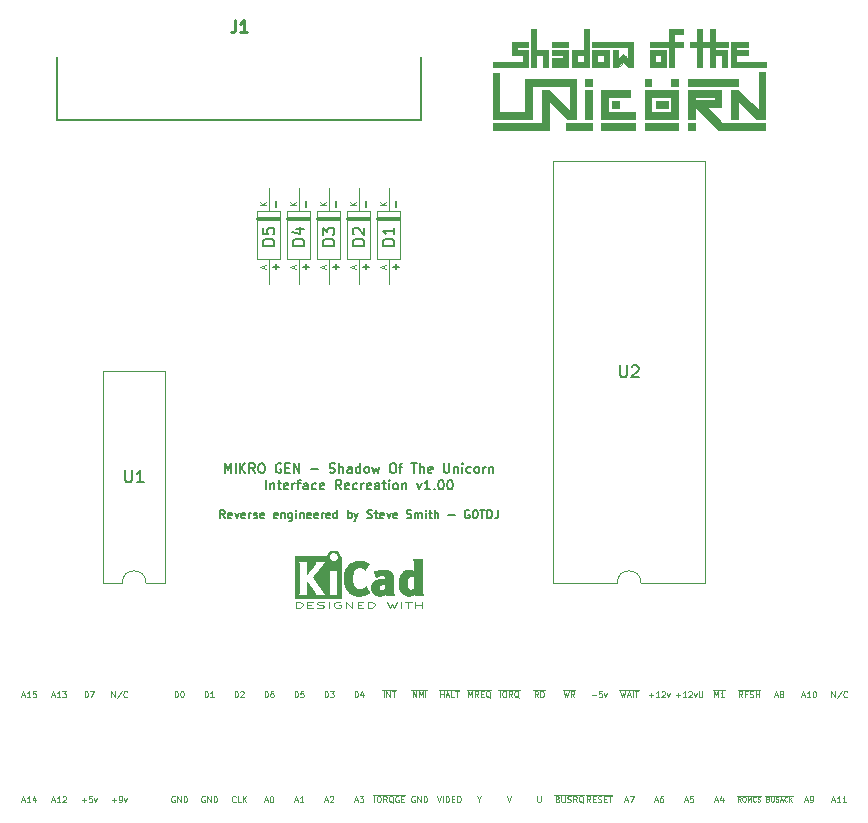
<source format=gto>
G04 #@! TF.FileFunction,Legend,Top*
%FSLAX46Y46*%
G04 Gerber Fmt 4.6, Leading zero omitted, Abs format (unit mm)*
G04 Created by KiCad (PCBNEW 4.0.5) date 11/19/17 14:30:07*
%MOMM*%
%LPD*%
G01*
G04 APERTURE LIST*
%ADD10C,0.100000*%
%ADD11C,0.175000*%
%ADD12C,0.200000*%
%ADD13C,0.120000*%
%ADD14C,0.320000*%
%ADD15C,0.203200*%
%ADD16C,0.010000*%
%ADD17C,0.150000*%
%ADD18C,0.125000*%
%ADD19C,0.250000*%
G04 APERTURE END LIST*
D10*
D11*
X141033337Y-110171667D02*
X140800003Y-109838333D01*
X140633337Y-110171667D02*
X140633337Y-109471667D01*
X140900003Y-109471667D01*
X140966670Y-109505000D01*
X141000003Y-109538333D01*
X141033337Y-109605000D01*
X141033337Y-109705000D01*
X141000003Y-109771667D01*
X140966670Y-109805000D01*
X140900003Y-109838333D01*
X140633337Y-109838333D01*
X141600003Y-110138333D02*
X141533337Y-110171667D01*
X141400003Y-110171667D01*
X141333337Y-110138333D01*
X141300003Y-110071667D01*
X141300003Y-109805000D01*
X141333337Y-109738333D01*
X141400003Y-109705000D01*
X141533337Y-109705000D01*
X141600003Y-109738333D01*
X141633337Y-109805000D01*
X141633337Y-109871667D01*
X141300003Y-109938333D01*
X141866670Y-109705000D02*
X142033337Y-110171667D01*
X142200003Y-109705000D01*
X142733336Y-110138333D02*
X142666670Y-110171667D01*
X142533336Y-110171667D01*
X142466670Y-110138333D01*
X142433336Y-110071667D01*
X142433336Y-109805000D01*
X142466670Y-109738333D01*
X142533336Y-109705000D01*
X142666670Y-109705000D01*
X142733336Y-109738333D01*
X142766670Y-109805000D01*
X142766670Y-109871667D01*
X142433336Y-109938333D01*
X143066670Y-110171667D02*
X143066670Y-109705000D01*
X143066670Y-109838333D02*
X143100003Y-109771667D01*
X143133336Y-109738333D01*
X143200003Y-109705000D01*
X143266670Y-109705000D01*
X143466669Y-110138333D02*
X143533336Y-110171667D01*
X143666669Y-110171667D01*
X143733336Y-110138333D01*
X143766669Y-110071667D01*
X143766669Y-110038333D01*
X143733336Y-109971667D01*
X143666669Y-109938333D01*
X143566669Y-109938333D01*
X143500003Y-109905000D01*
X143466669Y-109838333D01*
X143466669Y-109805000D01*
X143500003Y-109738333D01*
X143566669Y-109705000D01*
X143666669Y-109705000D01*
X143733336Y-109738333D01*
X144333336Y-110138333D02*
X144266670Y-110171667D01*
X144133336Y-110171667D01*
X144066670Y-110138333D01*
X144033336Y-110071667D01*
X144033336Y-109805000D01*
X144066670Y-109738333D01*
X144133336Y-109705000D01*
X144266670Y-109705000D01*
X144333336Y-109738333D01*
X144366670Y-109805000D01*
X144366670Y-109871667D01*
X144033336Y-109938333D01*
X145466669Y-110138333D02*
X145400003Y-110171667D01*
X145266669Y-110171667D01*
X145200003Y-110138333D01*
X145166669Y-110071667D01*
X145166669Y-109805000D01*
X145200003Y-109738333D01*
X145266669Y-109705000D01*
X145400003Y-109705000D01*
X145466669Y-109738333D01*
X145500003Y-109805000D01*
X145500003Y-109871667D01*
X145166669Y-109938333D01*
X145800003Y-109705000D02*
X145800003Y-110171667D01*
X145800003Y-109771667D02*
X145833336Y-109738333D01*
X145900003Y-109705000D01*
X146000003Y-109705000D01*
X146066669Y-109738333D01*
X146100003Y-109805000D01*
X146100003Y-110171667D01*
X146733336Y-109705000D02*
X146733336Y-110271667D01*
X146700002Y-110338333D01*
X146666669Y-110371667D01*
X146600002Y-110405000D01*
X146500002Y-110405000D01*
X146433336Y-110371667D01*
X146733336Y-110138333D02*
X146666669Y-110171667D01*
X146533336Y-110171667D01*
X146466669Y-110138333D01*
X146433336Y-110105000D01*
X146400002Y-110038333D01*
X146400002Y-109838333D01*
X146433336Y-109771667D01*
X146466669Y-109738333D01*
X146533336Y-109705000D01*
X146666669Y-109705000D01*
X146733336Y-109738333D01*
X147066669Y-110171667D02*
X147066669Y-109705000D01*
X147066669Y-109471667D02*
X147033335Y-109505000D01*
X147066669Y-109538333D01*
X147100002Y-109505000D01*
X147066669Y-109471667D01*
X147066669Y-109538333D01*
X147400002Y-109705000D02*
X147400002Y-110171667D01*
X147400002Y-109771667D02*
X147433335Y-109738333D01*
X147500002Y-109705000D01*
X147600002Y-109705000D01*
X147666668Y-109738333D01*
X147700002Y-109805000D01*
X147700002Y-110171667D01*
X148300001Y-110138333D02*
X148233335Y-110171667D01*
X148100001Y-110171667D01*
X148033335Y-110138333D01*
X148000001Y-110071667D01*
X148000001Y-109805000D01*
X148033335Y-109738333D01*
X148100001Y-109705000D01*
X148233335Y-109705000D01*
X148300001Y-109738333D01*
X148333335Y-109805000D01*
X148333335Y-109871667D01*
X148000001Y-109938333D01*
X148900001Y-110138333D02*
X148833335Y-110171667D01*
X148700001Y-110171667D01*
X148633335Y-110138333D01*
X148600001Y-110071667D01*
X148600001Y-109805000D01*
X148633335Y-109738333D01*
X148700001Y-109705000D01*
X148833335Y-109705000D01*
X148900001Y-109738333D01*
X148933335Y-109805000D01*
X148933335Y-109871667D01*
X148600001Y-109938333D01*
X149233335Y-110171667D02*
X149233335Y-109705000D01*
X149233335Y-109838333D02*
X149266668Y-109771667D01*
X149300001Y-109738333D01*
X149366668Y-109705000D01*
X149433335Y-109705000D01*
X149933334Y-110138333D02*
X149866668Y-110171667D01*
X149733334Y-110171667D01*
X149666668Y-110138333D01*
X149633334Y-110071667D01*
X149633334Y-109805000D01*
X149666668Y-109738333D01*
X149733334Y-109705000D01*
X149866668Y-109705000D01*
X149933334Y-109738333D01*
X149966668Y-109805000D01*
X149966668Y-109871667D01*
X149633334Y-109938333D01*
X150566668Y-110171667D02*
X150566668Y-109471667D01*
X150566668Y-110138333D02*
X150500001Y-110171667D01*
X150366668Y-110171667D01*
X150300001Y-110138333D01*
X150266668Y-110105000D01*
X150233334Y-110038333D01*
X150233334Y-109838333D01*
X150266668Y-109771667D01*
X150300001Y-109738333D01*
X150366668Y-109705000D01*
X150500001Y-109705000D01*
X150566668Y-109738333D01*
X151433334Y-110171667D02*
X151433334Y-109471667D01*
X151433334Y-109738333D02*
X151500000Y-109705000D01*
X151633334Y-109705000D01*
X151700000Y-109738333D01*
X151733334Y-109771667D01*
X151766667Y-109838333D01*
X151766667Y-110038333D01*
X151733334Y-110105000D01*
X151700000Y-110138333D01*
X151633334Y-110171667D01*
X151500000Y-110171667D01*
X151433334Y-110138333D01*
X152000000Y-109705000D02*
X152166667Y-110171667D01*
X152333333Y-109705000D02*
X152166667Y-110171667D01*
X152100000Y-110338333D01*
X152066667Y-110371667D01*
X152000000Y-110405000D01*
X153099999Y-110138333D02*
X153199999Y-110171667D01*
X153366666Y-110171667D01*
X153433333Y-110138333D01*
X153466666Y-110105000D01*
X153499999Y-110038333D01*
X153499999Y-109971667D01*
X153466666Y-109905000D01*
X153433333Y-109871667D01*
X153366666Y-109838333D01*
X153233333Y-109805000D01*
X153166666Y-109771667D01*
X153133333Y-109738333D01*
X153099999Y-109671667D01*
X153099999Y-109605000D01*
X153133333Y-109538333D01*
X153166666Y-109505000D01*
X153233333Y-109471667D01*
X153399999Y-109471667D01*
X153499999Y-109505000D01*
X153700000Y-109705000D02*
X153966666Y-109705000D01*
X153800000Y-109471667D02*
X153800000Y-110071667D01*
X153833333Y-110138333D01*
X153900000Y-110171667D01*
X153966666Y-110171667D01*
X154466666Y-110138333D02*
X154400000Y-110171667D01*
X154266666Y-110171667D01*
X154200000Y-110138333D01*
X154166666Y-110071667D01*
X154166666Y-109805000D01*
X154200000Y-109738333D01*
X154266666Y-109705000D01*
X154400000Y-109705000D01*
X154466666Y-109738333D01*
X154500000Y-109805000D01*
X154500000Y-109871667D01*
X154166666Y-109938333D01*
X154733333Y-109705000D02*
X154900000Y-110171667D01*
X155066666Y-109705000D01*
X155599999Y-110138333D02*
X155533333Y-110171667D01*
X155399999Y-110171667D01*
X155333333Y-110138333D01*
X155299999Y-110071667D01*
X155299999Y-109805000D01*
X155333333Y-109738333D01*
X155399999Y-109705000D01*
X155533333Y-109705000D01*
X155599999Y-109738333D01*
X155633333Y-109805000D01*
X155633333Y-109871667D01*
X155299999Y-109938333D01*
X156433332Y-110138333D02*
X156533332Y-110171667D01*
X156699999Y-110171667D01*
X156766666Y-110138333D01*
X156799999Y-110105000D01*
X156833332Y-110038333D01*
X156833332Y-109971667D01*
X156799999Y-109905000D01*
X156766666Y-109871667D01*
X156699999Y-109838333D01*
X156566666Y-109805000D01*
X156499999Y-109771667D01*
X156466666Y-109738333D01*
X156433332Y-109671667D01*
X156433332Y-109605000D01*
X156466666Y-109538333D01*
X156499999Y-109505000D01*
X156566666Y-109471667D01*
X156733332Y-109471667D01*
X156833332Y-109505000D01*
X157133333Y-110171667D02*
X157133333Y-109705000D01*
X157133333Y-109771667D02*
X157166666Y-109738333D01*
X157233333Y-109705000D01*
X157333333Y-109705000D01*
X157399999Y-109738333D01*
X157433333Y-109805000D01*
X157433333Y-110171667D01*
X157433333Y-109805000D02*
X157466666Y-109738333D01*
X157533333Y-109705000D01*
X157633333Y-109705000D01*
X157699999Y-109738333D01*
X157733333Y-109805000D01*
X157733333Y-110171667D01*
X158066666Y-110171667D02*
X158066666Y-109705000D01*
X158066666Y-109471667D02*
X158033332Y-109505000D01*
X158066666Y-109538333D01*
X158099999Y-109505000D01*
X158066666Y-109471667D01*
X158066666Y-109538333D01*
X158299999Y-109705000D02*
X158566665Y-109705000D01*
X158399999Y-109471667D02*
X158399999Y-110071667D01*
X158433332Y-110138333D01*
X158499999Y-110171667D01*
X158566665Y-110171667D01*
X158799999Y-110171667D02*
X158799999Y-109471667D01*
X159099999Y-110171667D02*
X159099999Y-109805000D01*
X159066665Y-109738333D01*
X158999999Y-109705000D01*
X158899999Y-109705000D01*
X158833332Y-109738333D01*
X158799999Y-109771667D01*
X159966665Y-109905000D02*
X160499998Y-109905000D01*
X161733331Y-109505000D02*
X161666665Y-109471667D01*
X161566665Y-109471667D01*
X161466665Y-109505000D01*
X161399998Y-109571667D01*
X161366665Y-109638333D01*
X161333331Y-109771667D01*
X161333331Y-109871667D01*
X161366665Y-110005000D01*
X161399998Y-110071667D01*
X161466665Y-110138333D01*
X161566665Y-110171667D01*
X161633331Y-110171667D01*
X161733331Y-110138333D01*
X161766665Y-110105000D01*
X161766665Y-109871667D01*
X161633331Y-109871667D01*
X162199998Y-109471667D02*
X162266665Y-109471667D01*
X162333331Y-109505000D01*
X162366665Y-109538333D01*
X162399998Y-109605000D01*
X162433331Y-109738333D01*
X162433331Y-109905000D01*
X162399998Y-110038333D01*
X162366665Y-110105000D01*
X162333331Y-110138333D01*
X162266665Y-110171667D01*
X162199998Y-110171667D01*
X162133331Y-110138333D01*
X162099998Y-110105000D01*
X162066665Y-110038333D01*
X162033331Y-109905000D01*
X162033331Y-109738333D01*
X162066665Y-109605000D01*
X162099998Y-109538333D01*
X162133331Y-109505000D01*
X162199998Y-109471667D01*
X162633332Y-109471667D02*
X163033332Y-109471667D01*
X162833332Y-110171667D02*
X162833332Y-109471667D01*
X163266665Y-110171667D02*
X163266665Y-109471667D01*
X163433331Y-109471667D01*
X163533331Y-109505000D01*
X163599998Y-109571667D01*
X163633331Y-109638333D01*
X163666665Y-109771667D01*
X163666665Y-109871667D01*
X163633331Y-110005000D01*
X163599998Y-110071667D01*
X163533331Y-110138333D01*
X163433331Y-110171667D01*
X163266665Y-110171667D01*
X164166665Y-109471667D02*
X164166665Y-109971667D01*
X164133331Y-110071667D01*
X164066665Y-110138333D01*
X163966665Y-110171667D01*
X163899998Y-110171667D01*
D12*
X141028570Y-106341905D02*
X141028570Y-105541905D01*
X141295237Y-106113333D01*
X141561904Y-105541905D01*
X141561904Y-106341905D01*
X141942856Y-106341905D02*
X141942856Y-105541905D01*
X142323808Y-106341905D02*
X142323808Y-105541905D01*
X142780951Y-106341905D02*
X142438094Y-105884762D01*
X142780951Y-105541905D02*
X142323808Y-105999048D01*
X143580951Y-106341905D02*
X143314284Y-105960952D01*
X143123808Y-106341905D02*
X143123808Y-105541905D01*
X143428570Y-105541905D01*
X143504761Y-105580000D01*
X143542856Y-105618095D01*
X143580951Y-105694286D01*
X143580951Y-105808571D01*
X143542856Y-105884762D01*
X143504761Y-105922857D01*
X143428570Y-105960952D01*
X143123808Y-105960952D01*
X144076189Y-105541905D02*
X144228570Y-105541905D01*
X144304761Y-105580000D01*
X144380951Y-105656190D01*
X144419046Y-105808571D01*
X144419046Y-106075238D01*
X144380951Y-106227619D01*
X144304761Y-106303810D01*
X144228570Y-106341905D01*
X144076189Y-106341905D01*
X143999999Y-106303810D01*
X143923808Y-106227619D01*
X143885713Y-106075238D01*
X143885713Y-105808571D01*
X143923808Y-105656190D01*
X143999999Y-105580000D01*
X144076189Y-105541905D01*
X145790475Y-105580000D02*
X145714284Y-105541905D01*
X145599999Y-105541905D01*
X145485713Y-105580000D01*
X145409522Y-105656190D01*
X145371427Y-105732381D01*
X145333332Y-105884762D01*
X145333332Y-105999048D01*
X145371427Y-106151429D01*
X145409522Y-106227619D01*
X145485713Y-106303810D01*
X145599999Y-106341905D01*
X145676189Y-106341905D01*
X145790475Y-106303810D01*
X145828570Y-106265714D01*
X145828570Y-105999048D01*
X145676189Y-105999048D01*
X146171427Y-105922857D02*
X146438094Y-105922857D01*
X146552380Y-106341905D02*
X146171427Y-106341905D01*
X146171427Y-105541905D01*
X146552380Y-105541905D01*
X146895237Y-106341905D02*
X146895237Y-105541905D01*
X147352380Y-106341905D01*
X147352380Y-105541905D01*
X148342856Y-106037143D02*
X148952380Y-106037143D01*
X149904761Y-106303810D02*
X150019047Y-106341905D01*
X150209523Y-106341905D01*
X150285713Y-106303810D01*
X150323809Y-106265714D01*
X150361904Y-106189524D01*
X150361904Y-106113333D01*
X150323809Y-106037143D01*
X150285713Y-105999048D01*
X150209523Y-105960952D01*
X150057142Y-105922857D01*
X149980951Y-105884762D01*
X149942856Y-105846667D01*
X149904761Y-105770476D01*
X149904761Y-105694286D01*
X149942856Y-105618095D01*
X149980951Y-105580000D01*
X150057142Y-105541905D01*
X150247618Y-105541905D01*
X150361904Y-105580000D01*
X150704761Y-106341905D02*
X150704761Y-105541905D01*
X151047618Y-106341905D02*
X151047618Y-105922857D01*
X151009523Y-105846667D01*
X150933333Y-105808571D01*
X150819047Y-105808571D01*
X150742856Y-105846667D01*
X150704761Y-105884762D01*
X151771428Y-106341905D02*
X151771428Y-105922857D01*
X151733333Y-105846667D01*
X151657143Y-105808571D01*
X151504762Y-105808571D01*
X151428571Y-105846667D01*
X151771428Y-106303810D02*
X151695238Y-106341905D01*
X151504762Y-106341905D01*
X151428571Y-106303810D01*
X151390476Y-106227619D01*
X151390476Y-106151429D01*
X151428571Y-106075238D01*
X151504762Y-106037143D01*
X151695238Y-106037143D01*
X151771428Y-105999048D01*
X152495238Y-106341905D02*
X152495238Y-105541905D01*
X152495238Y-106303810D02*
X152419048Y-106341905D01*
X152266667Y-106341905D01*
X152190476Y-106303810D01*
X152152381Y-106265714D01*
X152114286Y-106189524D01*
X152114286Y-105960952D01*
X152152381Y-105884762D01*
X152190476Y-105846667D01*
X152266667Y-105808571D01*
X152419048Y-105808571D01*
X152495238Y-105846667D01*
X152990477Y-106341905D02*
X152914286Y-106303810D01*
X152876191Y-106265714D01*
X152838096Y-106189524D01*
X152838096Y-105960952D01*
X152876191Y-105884762D01*
X152914286Y-105846667D01*
X152990477Y-105808571D01*
X153104763Y-105808571D01*
X153180953Y-105846667D01*
X153219048Y-105884762D01*
X153257144Y-105960952D01*
X153257144Y-106189524D01*
X153219048Y-106265714D01*
X153180953Y-106303810D01*
X153104763Y-106341905D01*
X152990477Y-106341905D01*
X153523811Y-105808571D02*
X153676192Y-106341905D01*
X153828573Y-105960952D01*
X153980954Y-106341905D01*
X154133335Y-105808571D01*
X155200001Y-105541905D02*
X155352382Y-105541905D01*
X155428573Y-105580000D01*
X155504763Y-105656190D01*
X155542858Y-105808571D01*
X155542858Y-106075238D01*
X155504763Y-106227619D01*
X155428573Y-106303810D01*
X155352382Y-106341905D01*
X155200001Y-106341905D01*
X155123811Y-106303810D01*
X155047620Y-106227619D01*
X155009525Y-106075238D01*
X155009525Y-105808571D01*
X155047620Y-105656190D01*
X155123811Y-105580000D01*
X155200001Y-105541905D01*
X155771429Y-105808571D02*
X156076191Y-105808571D01*
X155885715Y-106341905D02*
X155885715Y-105656190D01*
X155923810Y-105580000D01*
X156000001Y-105541905D01*
X156076191Y-105541905D01*
X156838096Y-105541905D02*
X157295239Y-105541905D01*
X157066668Y-106341905D02*
X157066668Y-105541905D01*
X157561906Y-106341905D02*
X157561906Y-105541905D01*
X157904763Y-106341905D02*
X157904763Y-105922857D01*
X157866668Y-105846667D01*
X157790478Y-105808571D01*
X157676192Y-105808571D01*
X157600001Y-105846667D01*
X157561906Y-105884762D01*
X158590478Y-106303810D02*
X158514288Y-106341905D01*
X158361907Y-106341905D01*
X158285716Y-106303810D01*
X158247621Y-106227619D01*
X158247621Y-105922857D01*
X158285716Y-105846667D01*
X158361907Y-105808571D01*
X158514288Y-105808571D01*
X158590478Y-105846667D01*
X158628573Y-105922857D01*
X158628573Y-105999048D01*
X158247621Y-106075238D01*
X159580954Y-105541905D02*
X159580954Y-106189524D01*
X159619049Y-106265714D01*
X159657145Y-106303810D01*
X159733335Y-106341905D01*
X159885716Y-106341905D01*
X159961907Y-106303810D01*
X160000002Y-106265714D01*
X160038097Y-106189524D01*
X160038097Y-105541905D01*
X160419049Y-105808571D02*
X160419049Y-106341905D01*
X160419049Y-105884762D02*
X160457144Y-105846667D01*
X160533335Y-105808571D01*
X160647621Y-105808571D01*
X160723811Y-105846667D01*
X160761906Y-105922857D01*
X160761906Y-106341905D01*
X161142859Y-106341905D02*
X161142859Y-105808571D01*
X161142859Y-105541905D02*
X161104764Y-105580000D01*
X161142859Y-105618095D01*
X161180954Y-105580000D01*
X161142859Y-105541905D01*
X161142859Y-105618095D01*
X161866668Y-106303810D02*
X161790478Y-106341905D01*
X161638097Y-106341905D01*
X161561906Y-106303810D01*
X161523811Y-106265714D01*
X161485716Y-106189524D01*
X161485716Y-105960952D01*
X161523811Y-105884762D01*
X161561906Y-105846667D01*
X161638097Y-105808571D01*
X161790478Y-105808571D01*
X161866668Y-105846667D01*
X162323811Y-106341905D02*
X162247620Y-106303810D01*
X162209525Y-106265714D01*
X162171430Y-106189524D01*
X162171430Y-105960952D01*
X162209525Y-105884762D01*
X162247620Y-105846667D01*
X162323811Y-105808571D01*
X162438097Y-105808571D01*
X162514287Y-105846667D01*
X162552382Y-105884762D01*
X162590478Y-105960952D01*
X162590478Y-106189524D01*
X162552382Y-106265714D01*
X162514287Y-106303810D01*
X162438097Y-106341905D01*
X162323811Y-106341905D01*
X162933335Y-106341905D02*
X162933335Y-105808571D01*
X162933335Y-105960952D02*
X162971430Y-105884762D01*
X163009526Y-105846667D01*
X163085716Y-105808571D01*
X163161907Y-105808571D01*
X163428573Y-105808571D02*
X163428573Y-106341905D01*
X163428573Y-105884762D02*
X163466668Y-105846667D01*
X163542859Y-105808571D01*
X163657145Y-105808571D01*
X163733335Y-105846667D01*
X163771430Y-105922857D01*
X163771430Y-106341905D01*
X144514285Y-107741905D02*
X144514285Y-106941905D01*
X144895237Y-107208571D02*
X144895237Y-107741905D01*
X144895237Y-107284762D02*
X144933332Y-107246667D01*
X145009523Y-107208571D01*
X145123809Y-107208571D01*
X145199999Y-107246667D01*
X145238094Y-107322857D01*
X145238094Y-107741905D01*
X145504761Y-107208571D02*
X145809523Y-107208571D01*
X145619047Y-106941905D02*
X145619047Y-107627619D01*
X145657142Y-107703810D01*
X145733333Y-107741905D01*
X145809523Y-107741905D01*
X146380952Y-107703810D02*
X146304762Y-107741905D01*
X146152381Y-107741905D01*
X146076190Y-107703810D01*
X146038095Y-107627619D01*
X146038095Y-107322857D01*
X146076190Y-107246667D01*
X146152381Y-107208571D01*
X146304762Y-107208571D01*
X146380952Y-107246667D01*
X146419047Y-107322857D01*
X146419047Y-107399048D01*
X146038095Y-107475238D01*
X146761904Y-107741905D02*
X146761904Y-107208571D01*
X146761904Y-107360952D02*
X146799999Y-107284762D01*
X146838095Y-107246667D01*
X146914285Y-107208571D01*
X146990476Y-107208571D01*
X147142856Y-107208571D02*
X147447618Y-107208571D01*
X147257142Y-107741905D02*
X147257142Y-107056190D01*
X147295237Y-106980000D01*
X147371428Y-106941905D01*
X147447618Y-106941905D01*
X148057142Y-107741905D02*
X148057142Y-107322857D01*
X148019047Y-107246667D01*
X147942857Y-107208571D01*
X147790476Y-107208571D01*
X147714285Y-107246667D01*
X148057142Y-107703810D02*
X147980952Y-107741905D01*
X147790476Y-107741905D01*
X147714285Y-107703810D01*
X147676190Y-107627619D01*
X147676190Y-107551429D01*
X147714285Y-107475238D01*
X147790476Y-107437143D01*
X147980952Y-107437143D01*
X148057142Y-107399048D01*
X148780952Y-107703810D02*
X148704762Y-107741905D01*
X148552381Y-107741905D01*
X148476190Y-107703810D01*
X148438095Y-107665714D01*
X148400000Y-107589524D01*
X148400000Y-107360952D01*
X148438095Y-107284762D01*
X148476190Y-107246667D01*
X148552381Y-107208571D01*
X148704762Y-107208571D01*
X148780952Y-107246667D01*
X149428571Y-107703810D02*
X149352381Y-107741905D01*
X149200000Y-107741905D01*
X149123809Y-107703810D01*
X149085714Y-107627619D01*
X149085714Y-107322857D01*
X149123809Y-107246667D01*
X149200000Y-107208571D01*
X149352381Y-107208571D01*
X149428571Y-107246667D01*
X149466666Y-107322857D01*
X149466666Y-107399048D01*
X149085714Y-107475238D01*
X150876190Y-107741905D02*
X150609523Y-107360952D01*
X150419047Y-107741905D02*
X150419047Y-106941905D01*
X150723809Y-106941905D01*
X150800000Y-106980000D01*
X150838095Y-107018095D01*
X150876190Y-107094286D01*
X150876190Y-107208571D01*
X150838095Y-107284762D01*
X150800000Y-107322857D01*
X150723809Y-107360952D01*
X150419047Y-107360952D01*
X151523809Y-107703810D02*
X151447619Y-107741905D01*
X151295238Y-107741905D01*
X151219047Y-107703810D01*
X151180952Y-107627619D01*
X151180952Y-107322857D01*
X151219047Y-107246667D01*
X151295238Y-107208571D01*
X151447619Y-107208571D01*
X151523809Y-107246667D01*
X151561904Y-107322857D01*
X151561904Y-107399048D01*
X151180952Y-107475238D01*
X152247618Y-107703810D02*
X152171428Y-107741905D01*
X152019047Y-107741905D01*
X151942856Y-107703810D01*
X151904761Y-107665714D01*
X151866666Y-107589524D01*
X151866666Y-107360952D01*
X151904761Y-107284762D01*
X151942856Y-107246667D01*
X152019047Y-107208571D01*
X152171428Y-107208571D01*
X152247618Y-107246667D01*
X152590475Y-107741905D02*
X152590475Y-107208571D01*
X152590475Y-107360952D02*
X152628570Y-107284762D01*
X152666666Y-107246667D01*
X152742856Y-107208571D01*
X152819047Y-107208571D01*
X153390475Y-107703810D02*
X153314285Y-107741905D01*
X153161904Y-107741905D01*
X153085713Y-107703810D01*
X153047618Y-107627619D01*
X153047618Y-107322857D01*
X153085713Y-107246667D01*
X153161904Y-107208571D01*
X153314285Y-107208571D01*
X153390475Y-107246667D01*
X153428570Y-107322857D01*
X153428570Y-107399048D01*
X153047618Y-107475238D01*
X154114284Y-107741905D02*
X154114284Y-107322857D01*
X154076189Y-107246667D01*
X153999999Y-107208571D01*
X153847618Y-107208571D01*
X153771427Y-107246667D01*
X154114284Y-107703810D02*
X154038094Y-107741905D01*
X153847618Y-107741905D01*
X153771427Y-107703810D01*
X153733332Y-107627619D01*
X153733332Y-107551429D01*
X153771427Y-107475238D01*
X153847618Y-107437143D01*
X154038094Y-107437143D01*
X154114284Y-107399048D01*
X154380951Y-107208571D02*
X154685713Y-107208571D01*
X154495237Y-106941905D02*
X154495237Y-107627619D01*
X154533332Y-107703810D01*
X154609523Y-107741905D01*
X154685713Y-107741905D01*
X154952380Y-107741905D02*
X154952380Y-107208571D01*
X154952380Y-106941905D02*
X154914285Y-106980000D01*
X154952380Y-107018095D01*
X154990475Y-106980000D01*
X154952380Y-106941905D01*
X154952380Y-107018095D01*
X155447618Y-107741905D02*
X155371427Y-107703810D01*
X155333332Y-107665714D01*
X155295237Y-107589524D01*
X155295237Y-107360952D01*
X155333332Y-107284762D01*
X155371427Y-107246667D01*
X155447618Y-107208571D01*
X155561904Y-107208571D01*
X155638094Y-107246667D01*
X155676189Y-107284762D01*
X155714285Y-107360952D01*
X155714285Y-107589524D01*
X155676189Y-107665714D01*
X155638094Y-107703810D01*
X155561904Y-107741905D01*
X155447618Y-107741905D01*
X156057142Y-107208571D02*
X156057142Y-107741905D01*
X156057142Y-107284762D02*
X156095237Y-107246667D01*
X156171428Y-107208571D01*
X156285714Y-107208571D01*
X156361904Y-107246667D01*
X156399999Y-107322857D01*
X156399999Y-107741905D01*
X157314286Y-107208571D02*
X157504762Y-107741905D01*
X157695238Y-107208571D01*
X158419048Y-107741905D02*
X157961905Y-107741905D01*
X158190476Y-107741905D02*
X158190476Y-106941905D01*
X158114286Y-107056190D01*
X158038095Y-107132381D01*
X157961905Y-107170476D01*
X158761905Y-107665714D02*
X158800000Y-107703810D01*
X158761905Y-107741905D01*
X158723810Y-107703810D01*
X158761905Y-107665714D01*
X158761905Y-107741905D01*
X159295238Y-106941905D02*
X159371429Y-106941905D01*
X159447619Y-106980000D01*
X159485714Y-107018095D01*
X159523810Y-107094286D01*
X159561905Y-107246667D01*
X159561905Y-107437143D01*
X159523810Y-107589524D01*
X159485714Y-107665714D01*
X159447619Y-107703810D01*
X159371429Y-107741905D01*
X159295238Y-107741905D01*
X159219048Y-107703810D01*
X159180952Y-107665714D01*
X159142857Y-107589524D01*
X159104762Y-107437143D01*
X159104762Y-107246667D01*
X159142857Y-107094286D01*
X159180952Y-107018095D01*
X159219048Y-106980000D01*
X159295238Y-106941905D01*
X160057143Y-106941905D02*
X160133334Y-106941905D01*
X160209524Y-106980000D01*
X160247619Y-107018095D01*
X160285715Y-107094286D01*
X160323810Y-107246667D01*
X160323810Y-107437143D01*
X160285715Y-107589524D01*
X160247619Y-107665714D01*
X160209524Y-107703810D01*
X160133334Y-107741905D01*
X160057143Y-107741905D01*
X159980953Y-107703810D01*
X159942857Y-107665714D01*
X159904762Y-107589524D01*
X159866667Y-107437143D01*
X159866667Y-107246667D01*
X159904762Y-107094286D01*
X159942857Y-107018095D01*
X159980953Y-106980000D01*
X160057143Y-106941905D01*
D13*
X154940000Y-88260000D02*
X154940000Y-90360000D01*
X154940000Y-84160000D02*
X154940000Y-82260000D01*
D14*
X154010000Y-84870000D02*
X155810000Y-84870000D01*
D13*
X155910000Y-84170000D02*
X155910000Y-84270000D01*
X153910000Y-84170000D02*
X153910000Y-84270000D01*
X153910000Y-88270000D02*
X153910000Y-84270000D01*
X153910000Y-84170000D02*
X155910000Y-84170000D01*
X155910000Y-84270000D02*
X155910000Y-88270000D01*
X155910000Y-88270000D02*
X153910000Y-88270000D01*
X152400000Y-88260000D02*
X152400000Y-90360000D01*
X152400000Y-84160000D02*
X152400000Y-82260000D01*
D14*
X151470000Y-84870000D02*
X153270000Y-84870000D01*
D13*
X153370000Y-84170000D02*
X153370000Y-84270000D01*
X151370000Y-84170000D02*
X151370000Y-84270000D01*
X151370000Y-88270000D02*
X151370000Y-84270000D01*
X151370000Y-84170000D02*
X153370000Y-84170000D01*
X153370000Y-84270000D02*
X153370000Y-88270000D01*
X153370000Y-88270000D02*
X151370000Y-88270000D01*
X149860000Y-88260000D02*
X149860000Y-90360000D01*
X149860000Y-84160000D02*
X149860000Y-82260000D01*
D14*
X148930000Y-84870000D02*
X150730000Y-84870000D01*
D13*
X150830000Y-84170000D02*
X150830000Y-84270000D01*
X148830000Y-84170000D02*
X148830000Y-84270000D01*
X148830000Y-88270000D02*
X148830000Y-84270000D01*
X148830000Y-84170000D02*
X150830000Y-84170000D01*
X150830000Y-84270000D02*
X150830000Y-88270000D01*
X150830000Y-88270000D02*
X148830000Y-88270000D01*
X147320000Y-88260000D02*
X147320000Y-90360000D01*
X147320000Y-84160000D02*
X147320000Y-82260000D01*
D14*
X146390000Y-84870000D02*
X148190000Y-84870000D01*
D13*
X148290000Y-84170000D02*
X148290000Y-84270000D01*
X146290000Y-84170000D02*
X146290000Y-84270000D01*
X146290000Y-88270000D02*
X146290000Y-84270000D01*
X146290000Y-84170000D02*
X148290000Y-84170000D01*
X148290000Y-84270000D02*
X148290000Y-88270000D01*
X148290000Y-88270000D02*
X146290000Y-88270000D01*
X144780000Y-88260000D02*
X144780000Y-90360000D01*
X144780000Y-84160000D02*
X144780000Y-82260000D01*
D14*
X143850000Y-84870000D02*
X145650000Y-84870000D01*
D13*
X145750000Y-84170000D02*
X145750000Y-84270000D01*
X143750000Y-84170000D02*
X143750000Y-84270000D01*
X143750000Y-88270000D02*
X143750000Y-84270000D01*
X143750000Y-84170000D02*
X145750000Y-84170000D01*
X145750000Y-84270000D02*
X145750000Y-88270000D01*
X145750000Y-88270000D02*
X143750000Y-88270000D01*
D15*
X126842520Y-76459080D02*
X126842520Y-71120000D01*
X157637480Y-76459080D02*
X157637480Y-71120000D01*
X126842520Y-76459080D02*
X157637480Y-76459080D01*
D13*
X132350000Y-115630000D02*
G75*
G02X134350000Y-115630000I1000000J0D01*
G01*
X134350000Y-115630000D02*
X136000000Y-115630000D01*
X136000000Y-115630000D02*
X136000000Y-97730000D01*
X136000000Y-97730000D02*
X130700000Y-97730000D01*
X130700000Y-97730000D02*
X130700000Y-115630000D01*
X130700000Y-115630000D02*
X132350000Y-115630000D01*
X174260000Y-115630000D02*
G75*
G02X176260000Y-115630000I1000000J0D01*
G01*
X176260000Y-115630000D02*
X181720000Y-115630000D01*
X181720000Y-115630000D02*
X181720000Y-79950000D01*
X181720000Y-79950000D02*
X168800000Y-79950000D01*
X168800000Y-79950000D02*
X168800000Y-115630000D01*
X168800000Y-115630000D02*
X174260000Y-115630000D01*
D16*
G36*
X150268123Y-112916881D02*
X150294873Y-112917486D01*
X150315587Y-112918671D01*
X150332537Y-112920671D01*
X150347996Y-112923718D01*
X150364238Y-112928047D01*
X150374856Y-112931220D01*
X150440528Y-112955253D01*
X150499308Y-112985629D01*
X150553626Y-113023804D01*
X150601466Y-113066783D01*
X150651119Y-113123065D01*
X150691533Y-113184072D01*
X150722448Y-113249274D01*
X150743601Y-113318140D01*
X150753346Y-113375741D01*
X150756937Y-113408231D01*
X150781454Y-113411734D01*
X150810690Y-113419862D01*
X150832888Y-113435261D01*
X150842559Y-113447087D01*
X150843455Y-113448680D01*
X150844293Y-113450965D01*
X150845075Y-113454280D01*
X150845805Y-113458966D01*
X150846482Y-113465365D01*
X150847111Y-113473816D01*
X150847691Y-113484661D01*
X150848225Y-113498239D01*
X150848716Y-113514891D01*
X150849164Y-113534958D01*
X150849572Y-113558780D01*
X150849942Y-113586697D01*
X150850275Y-113619051D01*
X150850574Y-113656182D01*
X150850840Y-113698430D01*
X150851075Y-113746136D01*
X150851281Y-113799640D01*
X150851460Y-113859283D01*
X150851614Y-113925405D01*
X150851745Y-113998348D01*
X150851854Y-114078450D01*
X150851944Y-114166054D01*
X150852017Y-114261499D01*
X150852073Y-114365126D01*
X150852116Y-114477276D01*
X150852146Y-114598289D01*
X150852167Y-114728505D01*
X150852179Y-114868265D01*
X150852186Y-115017911D01*
X150852187Y-115177781D01*
X150852187Y-115186354D01*
X150852186Y-115346685D01*
X150852181Y-115496773D01*
X150852171Y-115636961D01*
X150852153Y-115767590D01*
X150852126Y-115889001D01*
X150852087Y-116001536D01*
X150852035Y-116105536D01*
X150851967Y-116201342D01*
X150851883Y-116289297D01*
X150851779Y-116369741D01*
X150851653Y-116443015D01*
X150851505Y-116509462D01*
X150851331Y-116569423D01*
X150851131Y-116623239D01*
X150850901Y-116671251D01*
X150850640Y-116713801D01*
X150850346Y-116751230D01*
X150850018Y-116783880D01*
X150849652Y-116812093D01*
X150849248Y-116836208D01*
X150848803Y-116856569D01*
X150848315Y-116873516D01*
X150847783Y-116887391D01*
X150847204Y-116898535D01*
X150846576Y-116907290D01*
X150845898Y-116913997D01*
X150845167Y-116918997D01*
X150844382Y-116922632D01*
X150843540Y-116925243D01*
X150842640Y-116927172D01*
X150842210Y-116927918D01*
X150831008Y-116941948D01*
X150817851Y-116952892D01*
X150817581Y-116953054D01*
X150815725Y-116953824D01*
X150812632Y-116954548D01*
X150807982Y-116955226D01*
X150801453Y-116955861D01*
X150792724Y-116956452D01*
X150781473Y-116957002D01*
X150767379Y-116957513D01*
X150750121Y-116957985D01*
X150729378Y-116958421D01*
X150704828Y-116958820D01*
X150676149Y-116959186D01*
X150643021Y-116959519D01*
X150605122Y-116959821D01*
X150562131Y-116960094D01*
X150513726Y-116960338D01*
X150459587Y-116960555D01*
X150399391Y-116960746D01*
X150332818Y-116960914D01*
X150259546Y-116961059D01*
X150179254Y-116961182D01*
X150091621Y-116961286D01*
X149996324Y-116961372D01*
X149893044Y-116961441D01*
X149781458Y-116961494D01*
X149661246Y-116961533D01*
X149532085Y-116961560D01*
X149393655Y-116961575D01*
X149245635Y-116961581D01*
X149087702Y-116961578D01*
X148919536Y-116961569D01*
X148904038Y-116961568D01*
X148734923Y-116961553D01*
X148576071Y-116961532D01*
X148427159Y-116961505D01*
X148287869Y-116961470D01*
X148157877Y-116961425D01*
X148036863Y-116961368D01*
X147924507Y-116961299D01*
X147820487Y-116961216D01*
X147724482Y-116961117D01*
X147636170Y-116961002D01*
X147555232Y-116960867D01*
X147481346Y-116960713D01*
X147414191Y-116960537D01*
X147353445Y-116960338D01*
X147298789Y-116960115D01*
X147249900Y-116959866D01*
X147206458Y-116959589D01*
X147168142Y-116959284D01*
X147134630Y-116958948D01*
X147105603Y-116958581D01*
X147080738Y-116958180D01*
X147059714Y-116957745D01*
X147042211Y-116957273D01*
X147027908Y-116956764D01*
X147016483Y-116956215D01*
X147007616Y-116955626D01*
X147000985Y-116954995D01*
X146996269Y-116954320D01*
X146993148Y-116953600D01*
X146991300Y-116952834D01*
X146991243Y-116952799D01*
X146978085Y-116941583D01*
X146968754Y-116929634D01*
X146967953Y-116927696D01*
X146967204Y-116924457D01*
X146966503Y-116919580D01*
X146965851Y-116912729D01*
X146965244Y-116903567D01*
X146964681Y-116891757D01*
X146964162Y-116876963D01*
X146963683Y-116858849D01*
X146963244Y-116837077D01*
X146962842Y-116811312D01*
X146962476Y-116781217D01*
X146962145Y-116746454D01*
X146961846Y-116706688D01*
X146961579Y-116661582D01*
X146961341Y-116610800D01*
X146961131Y-116554004D01*
X146960946Y-116490858D01*
X146960787Y-116421027D01*
X146960649Y-116344172D01*
X146960534Y-116259958D01*
X146960437Y-116168048D01*
X146960358Y-116068106D01*
X146960296Y-115959794D01*
X146960248Y-115842777D01*
X146960213Y-115716717D01*
X146960189Y-115581279D01*
X146960174Y-115436125D01*
X146960167Y-115280919D01*
X146960167Y-115025916D01*
X146960170Y-114875720D01*
X146960178Y-114735426D01*
X146960193Y-114604692D01*
X146960216Y-114483177D01*
X146960250Y-114370542D01*
X146960297Y-114266444D01*
X146960359Y-114170542D01*
X146960437Y-114082497D01*
X146960535Y-114001966D01*
X146960654Y-113928610D01*
X146960795Y-113862086D01*
X146960901Y-113823750D01*
X147182295Y-113823750D01*
X147207028Y-113854116D01*
X147233599Y-113892776D01*
X147256295Y-113937617D01*
X147273048Y-113984392D01*
X147276063Y-113995881D01*
X147277077Y-114000660D01*
X147278015Y-114006557D01*
X147278880Y-114013996D01*
X147279675Y-114023402D01*
X147280405Y-114035200D01*
X147281074Y-114049812D01*
X147281686Y-114067664D01*
X147282243Y-114089181D01*
X147282751Y-114114786D01*
X147283213Y-114144904D01*
X147283634Y-114179959D01*
X147284015Y-114220376D01*
X147284363Y-114266578D01*
X147284680Y-114318992D01*
X147284971Y-114378040D01*
X147285239Y-114444147D01*
X147285488Y-114517737D01*
X147285722Y-114599235D01*
X147285945Y-114689066D01*
X147286161Y-114787653D01*
X147286374Y-114895421D01*
X147286587Y-115012795D01*
X147286804Y-115140198D01*
X147286872Y-115181063D01*
X147287064Y-115312713D01*
X147287197Y-115438812D01*
X147287272Y-115559013D01*
X147287290Y-115672972D01*
X147287252Y-115780345D01*
X147287159Y-115880788D01*
X147287012Y-115973955D01*
X147286812Y-116059502D01*
X147286559Y-116137084D01*
X147286254Y-116206357D01*
X147285899Y-116266977D01*
X147285494Y-116318599D01*
X147285041Y-116360877D01*
X147284539Y-116393469D01*
X147283990Y-116416028D01*
X147283639Y-116424604D01*
X147281419Y-116461840D01*
X147279098Y-116490667D01*
X147276380Y-116513256D01*
X147272969Y-116531779D01*
X147268569Y-116548410D01*
X147265417Y-116558127D01*
X147247562Y-116602123D01*
X147225653Y-116639883D01*
X147206465Y-116665093D01*
X147196157Y-116677787D01*
X147189344Y-116686857D01*
X147187708Y-116689688D01*
X147192871Y-116690015D01*
X147207841Y-116690327D01*
X147231846Y-116690620D01*
X147264108Y-116690890D01*
X147303853Y-116691134D01*
X147350307Y-116691347D01*
X147402694Y-116691527D01*
X147460239Y-116691668D01*
X147522168Y-116691769D01*
X147587704Y-116691824D01*
X147629875Y-116691834D01*
X147711187Y-116691805D01*
X147782479Y-116691714D01*
X147844314Y-116691552D01*
X147897254Y-116691311D01*
X147941862Y-116690981D01*
X147978702Y-116690556D01*
X148008335Y-116690025D01*
X148031326Y-116689380D01*
X148048237Y-116688614D01*
X148059630Y-116687717D01*
X148066069Y-116686681D01*
X148068116Y-116685498D01*
X148068034Y-116685219D01*
X148062861Y-116677355D01*
X148053914Y-116664321D01*
X148047249Y-116654792D01*
X148031156Y-116627312D01*
X148015424Y-116591858D01*
X148001039Y-116551017D01*
X147988985Y-116507379D01*
X147985814Y-116493396D01*
X147983799Y-116483715D01*
X147982033Y-116474185D01*
X147980495Y-116464058D01*
X147979164Y-116452586D01*
X147978022Y-116439022D01*
X147977047Y-116422619D01*
X147976219Y-116402629D01*
X147975519Y-116378305D01*
X147974926Y-116348900D01*
X147974419Y-116313665D01*
X147973980Y-116271855D01*
X147973587Y-116222720D01*
X147973221Y-116165515D01*
X147972861Y-116099491D01*
X147972487Y-116023901D01*
X147972344Y-115994107D01*
X147971999Y-115909041D01*
X147971812Y-115832334D01*
X147971779Y-115764245D01*
X147971900Y-115705033D01*
X147972173Y-115654957D01*
X147972596Y-115614275D01*
X147973167Y-115583247D01*
X147973885Y-115562132D01*
X147974747Y-115551189D01*
X147975318Y-115549607D01*
X147979143Y-115554055D01*
X147988672Y-115566336D01*
X148003377Y-115585729D01*
X148022729Y-115611514D01*
X148046197Y-115642972D01*
X148073254Y-115679381D01*
X148103370Y-115720023D01*
X148136015Y-115764177D01*
X148170661Y-115811122D01*
X148206778Y-115860140D01*
X148243836Y-115910510D01*
X148281308Y-115961512D01*
X148318663Y-116012425D01*
X148355372Y-116062531D01*
X148390906Y-116111108D01*
X148424736Y-116157437D01*
X148456332Y-116200798D01*
X148485166Y-116240471D01*
X148510708Y-116275735D01*
X148532429Y-116305871D01*
X148549800Y-116330159D01*
X148562291Y-116347878D01*
X148566017Y-116353279D01*
X148596778Y-116400486D01*
X148624157Y-116446705D01*
X148646924Y-116489740D01*
X148663852Y-116527392D01*
X148665045Y-116530438D01*
X148670502Y-116546143D01*
X148674091Y-116561463D01*
X148676177Y-116579279D01*
X148677126Y-116602468D01*
X148677312Y-116627012D01*
X148677312Y-116691837D01*
X149162959Y-116691835D01*
X149648605Y-116691834D01*
X149645170Y-116688877D01*
X149817667Y-116688877D01*
X149822825Y-116689342D01*
X149837767Y-116689784D01*
X149861693Y-116690198D01*
X149893804Y-116690578D01*
X149933299Y-116690919D01*
X149979379Y-116691214D01*
X150031245Y-116691459D01*
X150088097Y-116691647D01*
X150149135Y-116691772D01*
X150213559Y-116691830D01*
X150233027Y-116691834D01*
X150648388Y-116691834D01*
X150629090Y-116666698D01*
X150605445Y-116629803D01*
X150585107Y-116585818D01*
X150575284Y-116557750D01*
X150574238Y-116553626D01*
X150573277Y-116547989D01*
X150572396Y-116540383D01*
X150571593Y-116530353D01*
X150570860Y-116517444D01*
X150570195Y-116501199D01*
X150569593Y-116481165D01*
X150569048Y-116456884D01*
X150568556Y-116427903D01*
X150568113Y-116393765D01*
X150567714Y-116354015D01*
X150567354Y-116308198D01*
X150567029Y-116255858D01*
X150566734Y-116196541D01*
X150566465Y-116129790D01*
X150566216Y-116055150D01*
X150565984Y-115972166D01*
X150565763Y-115880383D01*
X150565549Y-115779345D01*
X150565338Y-115668596D01*
X150565142Y-115558094D01*
X150563469Y-114585750D01*
X150190255Y-114585750D01*
X150115948Y-114585784D01*
X150051613Y-114585894D01*
X149996642Y-114586089D01*
X149950422Y-114586382D01*
X149912346Y-114586784D01*
X149881801Y-114587304D01*
X149858178Y-114587954D01*
X149840867Y-114588745D01*
X149829258Y-114589688D01*
X149822740Y-114590794D01*
X149820703Y-114592074D01*
X149820787Y-114592365D01*
X149827058Y-114601286D01*
X149833890Y-114609563D01*
X149843522Y-114623397D01*
X149854942Y-114644141D01*
X149866671Y-114668634D01*
X149877231Y-114693720D01*
X149885144Y-114716238D01*
X149887117Y-114723334D01*
X149888131Y-114732701D01*
X149889078Y-114751969D01*
X149889957Y-114780456D01*
X149890768Y-114817481D01*
X149891511Y-114862362D01*
X149892187Y-114914417D01*
X149892795Y-114972965D01*
X149893336Y-115037324D01*
X149893809Y-115106814D01*
X149894215Y-115180751D01*
X149894553Y-115258456D01*
X149894824Y-115339245D01*
X149895027Y-115422439D01*
X149895163Y-115507354D01*
X149895231Y-115593311D01*
X149895231Y-115679626D01*
X149895164Y-115765619D01*
X149895030Y-115850608D01*
X149894828Y-115933911D01*
X149894559Y-116014848D01*
X149894222Y-116092735D01*
X149893818Y-116166893D01*
X149893346Y-116236639D01*
X149892807Y-116301292D01*
X149892201Y-116360170D01*
X149891527Y-116412592D01*
X149890786Y-116457876D01*
X149889978Y-116495341D01*
X149889102Y-116524304D01*
X149888159Y-116544086D01*
X149887148Y-116554003D01*
X149887090Y-116554250D01*
X149876932Y-116585504D01*
X149862401Y-116618464D01*
X149845641Y-116648665D01*
X149833245Y-116666388D01*
X149824056Y-116678482D01*
X149818461Y-116686951D01*
X149817667Y-116688877D01*
X149645170Y-116688877D01*
X149611801Y-116660157D01*
X149593910Y-116643450D01*
X149570808Y-116619864D01*
X149543796Y-116590862D01*
X149514177Y-116557907D01*
X149483255Y-116522462D01*
X149452331Y-116485988D01*
X149422708Y-116449948D01*
X149406696Y-116429896D01*
X149399120Y-116419945D01*
X149385728Y-116401958D01*
X149366913Y-116376471D01*
X149343065Y-116344020D01*
X149314576Y-116305141D01*
X149281837Y-116260370D01*
X149245240Y-116210244D01*
X149205176Y-116155299D01*
X149162035Y-116096070D01*
X149116210Y-116033095D01*
X149068091Y-115966909D01*
X149018071Y-115898048D01*
X148966539Y-115827049D01*
X148932024Y-115779462D01*
X148494919Y-115176654D01*
X148512446Y-115155046D01*
X148517923Y-115148260D01*
X148529613Y-115133747D01*
X148547101Y-115112028D01*
X148569965Y-115083621D01*
X148597789Y-115049047D01*
X148630154Y-115008826D01*
X148666642Y-114963479D01*
X148706833Y-114913524D01*
X148750311Y-114859482D01*
X148796656Y-114801874D01*
X148845449Y-114741218D01*
X148896274Y-114678035D01*
X148947094Y-114614854D01*
X149000050Y-114549049D01*
X149051764Y-114484847D01*
X149101785Y-114422808D01*
X149149658Y-114363492D01*
X149194930Y-114307457D01*
X149237148Y-114255265D01*
X149275859Y-114207474D01*
X149310610Y-114164643D01*
X149340947Y-114127333D01*
X149366418Y-114096103D01*
X149386568Y-114071512D01*
X149400946Y-114054120D01*
X149408477Y-114045199D01*
X149435620Y-114014994D01*
X149466031Y-113983032D01*
X149498087Y-113950862D01*
X149530166Y-113920035D01*
X149560643Y-113892098D01*
X149587898Y-113868603D01*
X149610306Y-113851098D01*
X149615674Y-113847359D01*
X149650866Y-113823750D01*
X148691092Y-113823750D01*
X148696777Y-113840057D01*
X148699316Y-113853657D01*
X148700442Y-113873419D01*
X148699946Y-113894297D01*
X148693976Y-113932145D01*
X148680683Y-113973437D01*
X148659769Y-114018788D01*
X148630938Y-114068810D01*
X148593891Y-114124118D01*
X148577677Y-114146542D01*
X148568439Y-114158779D01*
X148553704Y-114177902D01*
X148534037Y-114203195D01*
X148510005Y-114233944D01*
X148482175Y-114269434D01*
X148451112Y-114308950D01*
X148417382Y-114351777D01*
X148381552Y-114397201D01*
X148344189Y-114444507D01*
X148305858Y-114492980D01*
X148267125Y-114541906D01*
X148228557Y-114590569D01*
X148190721Y-114638255D01*
X148154181Y-114684250D01*
X148119506Y-114727837D01*
X148087260Y-114768303D01*
X148058011Y-114804933D01*
X148032323Y-114837012D01*
X148010765Y-114863825D01*
X147993901Y-114884658D01*
X147982298Y-114898796D01*
X147976523Y-114905523D01*
X147976038Y-114905975D01*
X147975023Y-114901509D01*
X147974119Y-114887436D01*
X147973325Y-114864735D01*
X147972641Y-114834383D01*
X147972066Y-114797356D01*
X147971600Y-114754631D01*
X147971241Y-114707187D01*
X147970990Y-114655999D01*
X147970844Y-114602045D01*
X147970805Y-114546302D01*
X147970871Y-114489748D01*
X147971042Y-114433358D01*
X147971316Y-114378111D01*
X147971694Y-114324983D01*
X147972175Y-114274952D01*
X147972757Y-114228994D01*
X147973441Y-114188086D01*
X147974226Y-114153206D01*
X147975111Y-114125331D01*
X147976095Y-114105438D01*
X147976564Y-114099423D01*
X147985912Y-114031022D01*
X148000390Y-113969173D01*
X148019702Y-113914790D01*
X148043554Y-113868786D01*
X148057341Y-113848886D01*
X148076638Y-113823750D01*
X147182295Y-113823750D01*
X146960901Y-113823750D01*
X146960962Y-113802054D01*
X146961156Y-113748174D01*
X146961380Y-113700104D01*
X146961634Y-113657503D01*
X146961922Y-113620030D01*
X146962245Y-113587345D01*
X146962606Y-113559106D01*
X146963006Y-113534973D01*
X146963448Y-113514604D01*
X146963933Y-113497659D01*
X146964464Y-113483797D01*
X146965042Y-113472676D01*
X146965671Y-113463956D01*
X146966351Y-113457296D01*
X146967084Y-113452356D01*
X146967874Y-113448793D01*
X146968722Y-113446267D01*
X146969629Y-113444437D01*
X146970599Y-113442962D01*
X146970646Y-113442897D01*
X146982907Y-113430354D01*
X146983532Y-113429935D01*
X149849291Y-113429935D01*
X149850866Y-113477779D01*
X149856933Y-113521998D01*
X149859833Y-113534702D01*
X149879791Y-113591944D01*
X149908819Y-113645146D01*
X149945842Y-113693225D01*
X149989784Y-113735099D01*
X150039569Y-113769685D01*
X150094121Y-113795899D01*
X150131089Y-113807795D01*
X150163811Y-113813874D01*
X150202977Y-113817281D01*
X150244776Y-113817963D01*
X150285397Y-113815864D01*
X150321029Y-113810932D01*
X150323021Y-113810524D01*
X150369679Y-113796306D01*
X150417042Y-113773766D01*
X150462355Y-113744585D01*
X150502866Y-113710444D01*
X150524305Y-113687593D01*
X150557679Y-113640815D01*
X150584375Y-113587885D01*
X150594103Y-113561813D01*
X150599696Y-113543996D01*
X150603592Y-113528204D01*
X150606097Y-113511816D01*
X150607517Y-113492209D01*
X150608157Y-113466764D01*
X150608315Y-113440104D01*
X150608217Y-113408231D01*
X150607579Y-113384338D01*
X150606103Y-113365828D01*
X150603488Y-113350100D01*
X150599432Y-113334556D01*
X150594243Y-113318396D01*
X150571226Y-113265647D01*
X150539369Y-113216124D01*
X150500093Y-113171098D01*
X150454817Y-113131841D01*
X150404963Y-113099624D01*
X150351950Y-113075718D01*
X150309792Y-113063758D01*
X150266295Y-113058051D01*
X150217972Y-113057424D01*
X150169151Y-113061647D01*
X150124161Y-113070492D01*
X150111354Y-113074238D01*
X150054633Y-113097856D01*
X150002767Y-113130227D01*
X149956752Y-113170297D01*
X149917584Y-113217010D01*
X149886259Y-113269310D01*
X149863772Y-113326143D01*
X149859639Y-113340973D01*
X149852214Y-113382866D01*
X149849291Y-113429935D01*
X146983532Y-113429935D01*
X146998339Y-113420023D01*
X146999227Y-113419590D01*
X147001745Y-113418684D01*
X147005598Y-113417844D01*
X147011169Y-113417067D01*
X147018843Y-113416350D01*
X147029002Y-113415692D01*
X147042032Y-113415089D01*
X147058316Y-113414539D01*
X147078238Y-113414041D01*
X147102182Y-113413591D01*
X147130531Y-113413187D01*
X147163671Y-113412826D01*
X147201984Y-113412507D01*
X147245854Y-113412226D01*
X147295667Y-113411982D01*
X147351804Y-113411772D01*
X147414651Y-113411593D01*
X147484592Y-113411443D01*
X147562010Y-113411320D01*
X147647289Y-113411221D01*
X147740813Y-113411144D01*
X147842966Y-113411086D01*
X147954133Y-113411046D01*
X148074696Y-113411019D01*
X148205040Y-113411005D01*
X148345549Y-113411000D01*
X148358723Y-113411000D01*
X148500192Y-113410996D01*
X148631455Y-113410982D01*
X148752891Y-113410956D01*
X148864878Y-113410916D01*
X148967793Y-113410858D01*
X149062016Y-113410782D01*
X149147924Y-113410684D01*
X149225894Y-113410562D01*
X149296306Y-113410414D01*
X149359536Y-113410237D01*
X149415964Y-113410029D01*
X149465967Y-113409788D01*
X149509923Y-113409511D01*
X149548210Y-113409196D01*
X149581207Y-113408841D01*
X149609291Y-113408443D01*
X149632841Y-113408000D01*
X149652233Y-113407510D01*
X149667848Y-113406970D01*
X149680062Y-113406377D01*
X149689253Y-113405731D01*
X149695800Y-113405027D01*
X149700081Y-113404264D01*
X149702473Y-113403440D01*
X149703330Y-113402630D01*
X149705604Y-113391553D01*
X149706542Y-113376850D01*
X149708429Y-113358250D01*
X149713560Y-113332733D01*
X149721137Y-113303164D01*
X149730365Y-113272408D01*
X149740445Y-113243331D01*
X149750382Y-113219226D01*
X149782886Y-113160145D01*
X149823612Y-113104608D01*
X149871035Y-113054121D01*
X149923630Y-113010186D01*
X149979872Y-112974309D01*
X150016989Y-112956307D01*
X150051345Y-112942323D01*
X150081221Y-112931959D01*
X150109357Y-112924711D01*
X150138490Y-112920076D01*
X150171358Y-112917553D01*
X150210702Y-112916636D01*
X150233062Y-112916621D01*
X150268123Y-112916881D01*
X150268123Y-112916881D01*
G37*
X150268123Y-112916881D02*
X150294873Y-112917486D01*
X150315587Y-112918671D01*
X150332537Y-112920671D01*
X150347996Y-112923718D01*
X150364238Y-112928047D01*
X150374856Y-112931220D01*
X150440528Y-112955253D01*
X150499308Y-112985629D01*
X150553626Y-113023804D01*
X150601466Y-113066783D01*
X150651119Y-113123065D01*
X150691533Y-113184072D01*
X150722448Y-113249274D01*
X150743601Y-113318140D01*
X150753346Y-113375741D01*
X150756937Y-113408231D01*
X150781454Y-113411734D01*
X150810690Y-113419862D01*
X150832888Y-113435261D01*
X150842559Y-113447087D01*
X150843455Y-113448680D01*
X150844293Y-113450965D01*
X150845075Y-113454280D01*
X150845805Y-113458966D01*
X150846482Y-113465365D01*
X150847111Y-113473816D01*
X150847691Y-113484661D01*
X150848225Y-113498239D01*
X150848716Y-113514891D01*
X150849164Y-113534958D01*
X150849572Y-113558780D01*
X150849942Y-113586697D01*
X150850275Y-113619051D01*
X150850574Y-113656182D01*
X150850840Y-113698430D01*
X150851075Y-113746136D01*
X150851281Y-113799640D01*
X150851460Y-113859283D01*
X150851614Y-113925405D01*
X150851745Y-113998348D01*
X150851854Y-114078450D01*
X150851944Y-114166054D01*
X150852017Y-114261499D01*
X150852073Y-114365126D01*
X150852116Y-114477276D01*
X150852146Y-114598289D01*
X150852167Y-114728505D01*
X150852179Y-114868265D01*
X150852186Y-115017911D01*
X150852187Y-115177781D01*
X150852187Y-115186354D01*
X150852186Y-115346685D01*
X150852181Y-115496773D01*
X150852171Y-115636961D01*
X150852153Y-115767590D01*
X150852126Y-115889001D01*
X150852087Y-116001536D01*
X150852035Y-116105536D01*
X150851967Y-116201342D01*
X150851883Y-116289297D01*
X150851779Y-116369741D01*
X150851653Y-116443015D01*
X150851505Y-116509462D01*
X150851331Y-116569423D01*
X150851131Y-116623239D01*
X150850901Y-116671251D01*
X150850640Y-116713801D01*
X150850346Y-116751230D01*
X150850018Y-116783880D01*
X150849652Y-116812093D01*
X150849248Y-116836208D01*
X150848803Y-116856569D01*
X150848315Y-116873516D01*
X150847783Y-116887391D01*
X150847204Y-116898535D01*
X150846576Y-116907290D01*
X150845898Y-116913997D01*
X150845167Y-116918997D01*
X150844382Y-116922632D01*
X150843540Y-116925243D01*
X150842640Y-116927172D01*
X150842210Y-116927918D01*
X150831008Y-116941948D01*
X150817851Y-116952892D01*
X150817581Y-116953054D01*
X150815725Y-116953824D01*
X150812632Y-116954548D01*
X150807982Y-116955226D01*
X150801453Y-116955861D01*
X150792724Y-116956452D01*
X150781473Y-116957002D01*
X150767379Y-116957513D01*
X150750121Y-116957985D01*
X150729378Y-116958421D01*
X150704828Y-116958820D01*
X150676149Y-116959186D01*
X150643021Y-116959519D01*
X150605122Y-116959821D01*
X150562131Y-116960094D01*
X150513726Y-116960338D01*
X150459587Y-116960555D01*
X150399391Y-116960746D01*
X150332818Y-116960914D01*
X150259546Y-116961059D01*
X150179254Y-116961182D01*
X150091621Y-116961286D01*
X149996324Y-116961372D01*
X149893044Y-116961441D01*
X149781458Y-116961494D01*
X149661246Y-116961533D01*
X149532085Y-116961560D01*
X149393655Y-116961575D01*
X149245635Y-116961581D01*
X149087702Y-116961578D01*
X148919536Y-116961569D01*
X148904038Y-116961568D01*
X148734923Y-116961553D01*
X148576071Y-116961532D01*
X148427159Y-116961505D01*
X148287869Y-116961470D01*
X148157877Y-116961425D01*
X148036863Y-116961368D01*
X147924507Y-116961299D01*
X147820487Y-116961216D01*
X147724482Y-116961117D01*
X147636170Y-116961002D01*
X147555232Y-116960867D01*
X147481346Y-116960713D01*
X147414191Y-116960537D01*
X147353445Y-116960338D01*
X147298789Y-116960115D01*
X147249900Y-116959866D01*
X147206458Y-116959589D01*
X147168142Y-116959284D01*
X147134630Y-116958948D01*
X147105603Y-116958581D01*
X147080738Y-116958180D01*
X147059714Y-116957745D01*
X147042211Y-116957273D01*
X147027908Y-116956764D01*
X147016483Y-116956215D01*
X147007616Y-116955626D01*
X147000985Y-116954995D01*
X146996269Y-116954320D01*
X146993148Y-116953600D01*
X146991300Y-116952834D01*
X146991243Y-116952799D01*
X146978085Y-116941583D01*
X146968754Y-116929634D01*
X146967953Y-116927696D01*
X146967204Y-116924457D01*
X146966503Y-116919580D01*
X146965851Y-116912729D01*
X146965244Y-116903567D01*
X146964681Y-116891757D01*
X146964162Y-116876963D01*
X146963683Y-116858849D01*
X146963244Y-116837077D01*
X146962842Y-116811312D01*
X146962476Y-116781217D01*
X146962145Y-116746454D01*
X146961846Y-116706688D01*
X146961579Y-116661582D01*
X146961341Y-116610800D01*
X146961131Y-116554004D01*
X146960946Y-116490858D01*
X146960787Y-116421027D01*
X146960649Y-116344172D01*
X146960534Y-116259958D01*
X146960437Y-116168048D01*
X146960358Y-116068106D01*
X146960296Y-115959794D01*
X146960248Y-115842777D01*
X146960213Y-115716717D01*
X146960189Y-115581279D01*
X146960174Y-115436125D01*
X146960167Y-115280919D01*
X146960167Y-115025916D01*
X146960170Y-114875720D01*
X146960178Y-114735426D01*
X146960193Y-114604692D01*
X146960216Y-114483177D01*
X146960250Y-114370542D01*
X146960297Y-114266444D01*
X146960359Y-114170542D01*
X146960437Y-114082497D01*
X146960535Y-114001966D01*
X146960654Y-113928610D01*
X146960795Y-113862086D01*
X146960901Y-113823750D01*
X147182295Y-113823750D01*
X147207028Y-113854116D01*
X147233599Y-113892776D01*
X147256295Y-113937617D01*
X147273048Y-113984392D01*
X147276063Y-113995881D01*
X147277077Y-114000660D01*
X147278015Y-114006557D01*
X147278880Y-114013996D01*
X147279675Y-114023402D01*
X147280405Y-114035200D01*
X147281074Y-114049812D01*
X147281686Y-114067664D01*
X147282243Y-114089181D01*
X147282751Y-114114786D01*
X147283213Y-114144904D01*
X147283634Y-114179959D01*
X147284015Y-114220376D01*
X147284363Y-114266578D01*
X147284680Y-114318992D01*
X147284971Y-114378040D01*
X147285239Y-114444147D01*
X147285488Y-114517737D01*
X147285722Y-114599235D01*
X147285945Y-114689066D01*
X147286161Y-114787653D01*
X147286374Y-114895421D01*
X147286587Y-115012795D01*
X147286804Y-115140198D01*
X147286872Y-115181063D01*
X147287064Y-115312713D01*
X147287197Y-115438812D01*
X147287272Y-115559013D01*
X147287290Y-115672972D01*
X147287252Y-115780345D01*
X147287159Y-115880788D01*
X147287012Y-115973955D01*
X147286812Y-116059502D01*
X147286559Y-116137084D01*
X147286254Y-116206357D01*
X147285899Y-116266977D01*
X147285494Y-116318599D01*
X147285041Y-116360877D01*
X147284539Y-116393469D01*
X147283990Y-116416028D01*
X147283639Y-116424604D01*
X147281419Y-116461840D01*
X147279098Y-116490667D01*
X147276380Y-116513256D01*
X147272969Y-116531779D01*
X147268569Y-116548410D01*
X147265417Y-116558127D01*
X147247562Y-116602123D01*
X147225653Y-116639883D01*
X147206465Y-116665093D01*
X147196157Y-116677787D01*
X147189344Y-116686857D01*
X147187708Y-116689688D01*
X147192871Y-116690015D01*
X147207841Y-116690327D01*
X147231846Y-116690620D01*
X147264108Y-116690890D01*
X147303853Y-116691134D01*
X147350307Y-116691347D01*
X147402694Y-116691527D01*
X147460239Y-116691668D01*
X147522168Y-116691769D01*
X147587704Y-116691824D01*
X147629875Y-116691834D01*
X147711187Y-116691805D01*
X147782479Y-116691714D01*
X147844314Y-116691552D01*
X147897254Y-116691311D01*
X147941862Y-116690981D01*
X147978702Y-116690556D01*
X148008335Y-116690025D01*
X148031326Y-116689380D01*
X148048237Y-116688614D01*
X148059630Y-116687717D01*
X148066069Y-116686681D01*
X148068116Y-116685498D01*
X148068034Y-116685219D01*
X148062861Y-116677355D01*
X148053914Y-116664321D01*
X148047249Y-116654792D01*
X148031156Y-116627312D01*
X148015424Y-116591858D01*
X148001039Y-116551017D01*
X147988985Y-116507379D01*
X147985814Y-116493396D01*
X147983799Y-116483715D01*
X147982033Y-116474185D01*
X147980495Y-116464058D01*
X147979164Y-116452586D01*
X147978022Y-116439022D01*
X147977047Y-116422619D01*
X147976219Y-116402629D01*
X147975519Y-116378305D01*
X147974926Y-116348900D01*
X147974419Y-116313665D01*
X147973980Y-116271855D01*
X147973587Y-116222720D01*
X147973221Y-116165515D01*
X147972861Y-116099491D01*
X147972487Y-116023901D01*
X147972344Y-115994107D01*
X147971999Y-115909041D01*
X147971812Y-115832334D01*
X147971779Y-115764245D01*
X147971900Y-115705033D01*
X147972173Y-115654957D01*
X147972596Y-115614275D01*
X147973167Y-115583247D01*
X147973885Y-115562132D01*
X147974747Y-115551189D01*
X147975318Y-115549607D01*
X147979143Y-115554055D01*
X147988672Y-115566336D01*
X148003377Y-115585729D01*
X148022729Y-115611514D01*
X148046197Y-115642972D01*
X148073254Y-115679381D01*
X148103370Y-115720023D01*
X148136015Y-115764177D01*
X148170661Y-115811122D01*
X148206778Y-115860140D01*
X148243836Y-115910510D01*
X148281308Y-115961512D01*
X148318663Y-116012425D01*
X148355372Y-116062531D01*
X148390906Y-116111108D01*
X148424736Y-116157437D01*
X148456332Y-116200798D01*
X148485166Y-116240471D01*
X148510708Y-116275735D01*
X148532429Y-116305871D01*
X148549800Y-116330159D01*
X148562291Y-116347878D01*
X148566017Y-116353279D01*
X148596778Y-116400486D01*
X148624157Y-116446705D01*
X148646924Y-116489740D01*
X148663852Y-116527392D01*
X148665045Y-116530438D01*
X148670502Y-116546143D01*
X148674091Y-116561463D01*
X148676177Y-116579279D01*
X148677126Y-116602468D01*
X148677312Y-116627012D01*
X148677312Y-116691837D01*
X149162959Y-116691835D01*
X149648605Y-116691834D01*
X149645170Y-116688877D01*
X149817667Y-116688877D01*
X149822825Y-116689342D01*
X149837767Y-116689784D01*
X149861693Y-116690198D01*
X149893804Y-116690578D01*
X149933299Y-116690919D01*
X149979379Y-116691214D01*
X150031245Y-116691459D01*
X150088097Y-116691647D01*
X150149135Y-116691772D01*
X150213559Y-116691830D01*
X150233027Y-116691834D01*
X150648388Y-116691834D01*
X150629090Y-116666698D01*
X150605445Y-116629803D01*
X150585107Y-116585818D01*
X150575284Y-116557750D01*
X150574238Y-116553626D01*
X150573277Y-116547989D01*
X150572396Y-116540383D01*
X150571593Y-116530353D01*
X150570860Y-116517444D01*
X150570195Y-116501199D01*
X150569593Y-116481165D01*
X150569048Y-116456884D01*
X150568556Y-116427903D01*
X150568113Y-116393765D01*
X150567714Y-116354015D01*
X150567354Y-116308198D01*
X150567029Y-116255858D01*
X150566734Y-116196541D01*
X150566465Y-116129790D01*
X150566216Y-116055150D01*
X150565984Y-115972166D01*
X150565763Y-115880383D01*
X150565549Y-115779345D01*
X150565338Y-115668596D01*
X150565142Y-115558094D01*
X150563469Y-114585750D01*
X150190255Y-114585750D01*
X150115948Y-114585784D01*
X150051613Y-114585894D01*
X149996642Y-114586089D01*
X149950422Y-114586382D01*
X149912346Y-114586784D01*
X149881801Y-114587304D01*
X149858178Y-114587954D01*
X149840867Y-114588745D01*
X149829258Y-114589688D01*
X149822740Y-114590794D01*
X149820703Y-114592074D01*
X149820787Y-114592365D01*
X149827058Y-114601286D01*
X149833890Y-114609563D01*
X149843522Y-114623397D01*
X149854942Y-114644141D01*
X149866671Y-114668634D01*
X149877231Y-114693720D01*
X149885144Y-114716238D01*
X149887117Y-114723334D01*
X149888131Y-114732701D01*
X149889078Y-114751969D01*
X149889957Y-114780456D01*
X149890768Y-114817481D01*
X149891511Y-114862362D01*
X149892187Y-114914417D01*
X149892795Y-114972965D01*
X149893336Y-115037324D01*
X149893809Y-115106814D01*
X149894215Y-115180751D01*
X149894553Y-115258456D01*
X149894824Y-115339245D01*
X149895027Y-115422439D01*
X149895163Y-115507354D01*
X149895231Y-115593311D01*
X149895231Y-115679626D01*
X149895164Y-115765619D01*
X149895030Y-115850608D01*
X149894828Y-115933911D01*
X149894559Y-116014848D01*
X149894222Y-116092735D01*
X149893818Y-116166893D01*
X149893346Y-116236639D01*
X149892807Y-116301292D01*
X149892201Y-116360170D01*
X149891527Y-116412592D01*
X149890786Y-116457876D01*
X149889978Y-116495341D01*
X149889102Y-116524304D01*
X149888159Y-116544086D01*
X149887148Y-116554003D01*
X149887090Y-116554250D01*
X149876932Y-116585504D01*
X149862401Y-116618464D01*
X149845641Y-116648665D01*
X149833245Y-116666388D01*
X149824056Y-116678482D01*
X149818461Y-116686951D01*
X149817667Y-116688877D01*
X149645170Y-116688877D01*
X149611801Y-116660157D01*
X149593910Y-116643450D01*
X149570808Y-116619864D01*
X149543796Y-116590862D01*
X149514177Y-116557907D01*
X149483255Y-116522462D01*
X149452331Y-116485988D01*
X149422708Y-116449948D01*
X149406696Y-116429896D01*
X149399120Y-116419945D01*
X149385728Y-116401958D01*
X149366913Y-116376471D01*
X149343065Y-116344020D01*
X149314576Y-116305141D01*
X149281837Y-116260370D01*
X149245240Y-116210244D01*
X149205176Y-116155299D01*
X149162035Y-116096070D01*
X149116210Y-116033095D01*
X149068091Y-115966909D01*
X149018071Y-115898048D01*
X148966539Y-115827049D01*
X148932024Y-115779462D01*
X148494919Y-115176654D01*
X148512446Y-115155046D01*
X148517923Y-115148260D01*
X148529613Y-115133747D01*
X148547101Y-115112028D01*
X148569965Y-115083621D01*
X148597789Y-115049047D01*
X148630154Y-115008826D01*
X148666642Y-114963479D01*
X148706833Y-114913524D01*
X148750311Y-114859482D01*
X148796656Y-114801874D01*
X148845449Y-114741218D01*
X148896274Y-114678035D01*
X148947094Y-114614854D01*
X149000050Y-114549049D01*
X149051764Y-114484847D01*
X149101785Y-114422808D01*
X149149658Y-114363492D01*
X149194930Y-114307457D01*
X149237148Y-114255265D01*
X149275859Y-114207474D01*
X149310610Y-114164643D01*
X149340947Y-114127333D01*
X149366418Y-114096103D01*
X149386568Y-114071512D01*
X149400946Y-114054120D01*
X149408477Y-114045199D01*
X149435620Y-114014994D01*
X149466031Y-113983032D01*
X149498087Y-113950862D01*
X149530166Y-113920035D01*
X149560643Y-113892098D01*
X149587898Y-113868603D01*
X149610306Y-113851098D01*
X149615674Y-113847359D01*
X149650866Y-113823750D01*
X148691092Y-113823750D01*
X148696777Y-113840057D01*
X148699316Y-113853657D01*
X148700442Y-113873419D01*
X148699946Y-113894297D01*
X148693976Y-113932145D01*
X148680683Y-113973437D01*
X148659769Y-114018788D01*
X148630938Y-114068810D01*
X148593891Y-114124118D01*
X148577677Y-114146542D01*
X148568439Y-114158779D01*
X148553704Y-114177902D01*
X148534037Y-114203195D01*
X148510005Y-114233944D01*
X148482175Y-114269434D01*
X148451112Y-114308950D01*
X148417382Y-114351777D01*
X148381552Y-114397201D01*
X148344189Y-114444507D01*
X148305858Y-114492980D01*
X148267125Y-114541906D01*
X148228557Y-114590569D01*
X148190721Y-114638255D01*
X148154181Y-114684250D01*
X148119506Y-114727837D01*
X148087260Y-114768303D01*
X148058011Y-114804933D01*
X148032323Y-114837012D01*
X148010765Y-114863825D01*
X147993901Y-114884658D01*
X147982298Y-114898796D01*
X147976523Y-114905523D01*
X147976038Y-114905975D01*
X147975023Y-114901509D01*
X147974119Y-114887436D01*
X147973325Y-114864735D01*
X147972641Y-114834383D01*
X147972066Y-114797356D01*
X147971600Y-114754631D01*
X147971241Y-114707187D01*
X147970990Y-114655999D01*
X147970844Y-114602045D01*
X147970805Y-114546302D01*
X147970871Y-114489748D01*
X147971042Y-114433358D01*
X147971316Y-114378111D01*
X147971694Y-114324983D01*
X147972175Y-114274952D01*
X147972757Y-114228994D01*
X147973441Y-114188086D01*
X147974226Y-114153206D01*
X147975111Y-114125331D01*
X147976095Y-114105438D01*
X147976564Y-114099423D01*
X147985912Y-114031022D01*
X148000390Y-113969173D01*
X148019702Y-113914790D01*
X148043554Y-113868786D01*
X148057341Y-113848886D01*
X148076638Y-113823750D01*
X147182295Y-113823750D01*
X146960901Y-113823750D01*
X146960962Y-113802054D01*
X146961156Y-113748174D01*
X146961380Y-113700104D01*
X146961634Y-113657503D01*
X146961922Y-113620030D01*
X146962245Y-113587345D01*
X146962606Y-113559106D01*
X146963006Y-113534973D01*
X146963448Y-113514604D01*
X146963933Y-113497659D01*
X146964464Y-113483797D01*
X146965042Y-113472676D01*
X146965671Y-113463956D01*
X146966351Y-113457296D01*
X146967084Y-113452356D01*
X146967874Y-113448793D01*
X146968722Y-113446267D01*
X146969629Y-113444437D01*
X146970599Y-113442962D01*
X146970646Y-113442897D01*
X146982907Y-113430354D01*
X146983532Y-113429935D01*
X149849291Y-113429935D01*
X149850866Y-113477779D01*
X149856933Y-113521998D01*
X149859833Y-113534702D01*
X149879791Y-113591944D01*
X149908819Y-113645146D01*
X149945842Y-113693225D01*
X149989784Y-113735099D01*
X150039569Y-113769685D01*
X150094121Y-113795899D01*
X150131089Y-113807795D01*
X150163811Y-113813874D01*
X150202977Y-113817281D01*
X150244776Y-113817963D01*
X150285397Y-113815864D01*
X150321029Y-113810932D01*
X150323021Y-113810524D01*
X150369679Y-113796306D01*
X150417042Y-113773766D01*
X150462355Y-113744585D01*
X150502866Y-113710444D01*
X150524305Y-113687593D01*
X150557679Y-113640815D01*
X150584375Y-113587885D01*
X150594103Y-113561813D01*
X150599696Y-113543996D01*
X150603592Y-113528204D01*
X150606097Y-113511816D01*
X150607517Y-113492209D01*
X150608157Y-113466764D01*
X150608315Y-113440104D01*
X150608217Y-113408231D01*
X150607579Y-113384338D01*
X150606103Y-113365828D01*
X150603488Y-113350100D01*
X150599432Y-113334556D01*
X150594243Y-113318396D01*
X150571226Y-113265647D01*
X150539369Y-113216124D01*
X150500093Y-113171098D01*
X150454817Y-113131841D01*
X150404963Y-113099624D01*
X150351950Y-113075718D01*
X150309792Y-113063758D01*
X150266295Y-113058051D01*
X150217972Y-113057424D01*
X150169151Y-113061647D01*
X150124161Y-113070492D01*
X150111354Y-113074238D01*
X150054633Y-113097856D01*
X150002767Y-113130227D01*
X149956752Y-113170297D01*
X149917584Y-113217010D01*
X149886259Y-113269310D01*
X149863772Y-113326143D01*
X149859639Y-113340973D01*
X149852214Y-113382866D01*
X149849291Y-113429935D01*
X146983532Y-113429935D01*
X146998339Y-113420023D01*
X146999227Y-113419590D01*
X147001745Y-113418684D01*
X147005598Y-113417844D01*
X147011169Y-113417067D01*
X147018843Y-113416350D01*
X147029002Y-113415692D01*
X147042032Y-113415089D01*
X147058316Y-113414539D01*
X147078238Y-113414041D01*
X147102182Y-113413591D01*
X147130531Y-113413187D01*
X147163671Y-113412826D01*
X147201984Y-113412507D01*
X147245854Y-113412226D01*
X147295667Y-113411982D01*
X147351804Y-113411772D01*
X147414651Y-113411593D01*
X147484592Y-113411443D01*
X147562010Y-113411320D01*
X147647289Y-113411221D01*
X147740813Y-113411144D01*
X147842966Y-113411086D01*
X147954133Y-113411046D01*
X148074696Y-113411019D01*
X148205040Y-113411005D01*
X148345549Y-113411000D01*
X148358723Y-113411000D01*
X148500192Y-113410996D01*
X148631455Y-113410982D01*
X148752891Y-113410956D01*
X148864878Y-113410916D01*
X148967793Y-113410858D01*
X149062016Y-113410782D01*
X149147924Y-113410684D01*
X149225894Y-113410562D01*
X149296306Y-113410414D01*
X149359536Y-113410237D01*
X149415964Y-113410029D01*
X149465967Y-113409788D01*
X149509923Y-113409511D01*
X149548210Y-113409196D01*
X149581207Y-113408841D01*
X149609291Y-113408443D01*
X149632841Y-113408000D01*
X149652233Y-113407510D01*
X149667848Y-113406970D01*
X149680062Y-113406377D01*
X149689253Y-113405731D01*
X149695800Y-113405027D01*
X149700081Y-113404264D01*
X149702473Y-113403440D01*
X149703330Y-113402630D01*
X149705604Y-113391553D01*
X149706542Y-113376850D01*
X149708429Y-113358250D01*
X149713560Y-113332733D01*
X149721137Y-113303164D01*
X149730365Y-113272408D01*
X149740445Y-113243331D01*
X149750382Y-113219226D01*
X149782886Y-113160145D01*
X149823612Y-113104608D01*
X149871035Y-113054121D01*
X149923630Y-113010186D01*
X149979872Y-112974309D01*
X150016989Y-112956307D01*
X150051345Y-112942323D01*
X150081221Y-112931959D01*
X150109357Y-112924711D01*
X150138490Y-112920076D01*
X150171358Y-112917553D01*
X150210702Y-112916636D01*
X150233062Y-112916621D01*
X150268123Y-112916881D01*
G36*
X152525090Y-113785010D02*
X152638753Y-113802933D01*
X152752741Y-113831130D01*
X152866629Y-113869689D01*
X152870958Y-113871363D01*
X152891699Y-113879969D01*
X152919744Y-113892399D01*
X152952968Y-113907670D01*
X152989249Y-113924797D01*
X153026462Y-113942796D01*
X153048229Y-113953542D01*
X153082981Y-113970566D01*
X153116232Y-113986341D01*
X153146314Y-114000116D01*
X153171557Y-114011137D01*
X153190293Y-114018652D01*
X153199042Y-114021529D01*
X153216951Y-114027336D01*
X153226421Y-114033272D01*
X153227553Y-114036139D01*
X153224535Y-114041659D01*
X153216139Y-114054881D01*
X153203025Y-114074845D01*
X153185851Y-114100593D01*
X153165275Y-114131167D01*
X153141954Y-114165607D01*
X153116548Y-114202955D01*
X153089714Y-114242252D01*
X153062110Y-114282539D01*
X153034395Y-114322858D01*
X153007228Y-114362249D01*
X152981265Y-114399754D01*
X152957165Y-114434414D01*
X152935587Y-114465270D01*
X152917189Y-114491363D01*
X152902628Y-114511736D01*
X152892564Y-114525428D01*
X152887653Y-114531481D01*
X152887371Y-114531685D01*
X152882260Y-114528694D01*
X152871448Y-114519447D01*
X152856511Y-114505371D01*
X152839025Y-114487894D01*
X152838686Y-114487546D01*
X152782595Y-114436498D01*
X152722966Y-114395080D01*
X152659331Y-114363113D01*
X152591219Y-114340418D01*
X152518162Y-114326818D01*
X152439689Y-114322133D01*
X152405395Y-114322766D01*
X152328941Y-114329996D01*
X152258849Y-114345533D01*
X152194593Y-114369647D01*
X152135650Y-114402608D01*
X152081492Y-114444688D01*
X152031596Y-114496155D01*
X152005690Y-114528682D01*
X151962238Y-114594850D01*
X151923750Y-114670022D01*
X151890378Y-114753777D01*
X151862272Y-114845694D01*
X151839584Y-114945351D01*
X151825079Y-115032896D01*
X151821473Y-115066467D01*
X151818672Y-115108508D01*
X151816675Y-115156935D01*
X151815484Y-115209665D01*
X151815099Y-115264615D01*
X151815518Y-115319702D01*
X151816742Y-115372843D01*
X151818772Y-115421955D01*
X151821606Y-115464954D01*
X151825086Y-115498563D01*
X151842283Y-115602489D01*
X151865376Y-115697780D01*
X151894453Y-115784649D01*
X151929607Y-115863310D01*
X151970927Y-115933979D01*
X152018504Y-115996868D01*
X152050130Y-116030995D01*
X152109605Y-116083686D01*
X152172561Y-116126410D01*
X152238760Y-116159108D01*
X152307963Y-116181722D01*
X152379933Y-116194191D01*
X152454430Y-116196459D01*
X152531216Y-116188464D01*
X152610053Y-116170150D01*
X152611667Y-116169673D01*
X152684985Y-116142438D01*
X152756468Y-116104867D01*
X152825920Y-116057079D01*
X152893145Y-115999191D01*
X152894006Y-115998370D01*
X152949425Y-115945458D01*
X152973267Y-115983948D01*
X152991116Y-116012845D01*
X153011784Y-116046446D01*
X153034683Y-116083784D01*
X153059225Y-116123891D01*
X153084822Y-116165801D01*
X153110886Y-116208545D01*
X153136829Y-116251156D01*
X153162063Y-116292666D01*
X153186000Y-116332109D01*
X153208052Y-116368516D01*
X153227631Y-116400921D01*
X153244148Y-116428355D01*
X153257017Y-116449852D01*
X153265648Y-116464443D01*
X153269455Y-116471162D01*
X153269584Y-116471470D01*
X153265558Y-116475532D01*
X153254316Y-116480732D01*
X153246667Y-116483352D01*
X153234198Y-116488259D01*
X153214507Y-116497270D01*
X153189644Y-116509392D01*
X153161658Y-116523629D01*
X153138187Y-116535986D01*
X153071837Y-116570857D01*
X153012741Y-116600501D01*
X152959354Y-116625571D01*
X152910130Y-116646720D01*
X152863525Y-116664603D01*
X152817993Y-116679873D01*
X152771990Y-116693183D01*
X152757758Y-116696920D01*
X152674555Y-116715255D01*
X152585940Y-116729269D01*
X152495337Y-116738625D01*
X152406167Y-116742987D01*
X152321855Y-116742017D01*
X152307396Y-116741246D01*
X152188300Y-116729505D01*
X152075059Y-116708963D01*
X151967537Y-116679539D01*
X151865599Y-116641157D01*
X151769110Y-116593738D01*
X151677935Y-116537203D01*
X151591939Y-116471474D01*
X151510986Y-116396472D01*
X151434940Y-116312119D01*
X151363668Y-116218337D01*
X151336351Y-116177991D01*
X151276428Y-116077486D01*
X151224714Y-115971253D01*
X151181101Y-115858980D01*
X151145480Y-115740352D01*
X151117743Y-115615053D01*
X151098087Y-115485334D01*
X151095208Y-115454415D01*
X151092825Y-115415204D01*
X151090969Y-115369981D01*
X151089675Y-115321029D01*
X151088977Y-115270627D01*
X151088908Y-115221056D01*
X151089501Y-115174599D01*
X151090791Y-115133535D01*
X151092478Y-115104334D01*
X151106528Y-114972700D01*
X151128276Y-114848124D01*
X151157880Y-114730238D01*
X151195498Y-114618675D01*
X151241286Y-114513067D01*
X151295402Y-114413046D01*
X151358005Y-114318245D01*
X151429250Y-114228295D01*
X151500414Y-114151663D01*
X151587311Y-114071646D01*
X151678808Y-114001030D01*
X151774477Y-113939902D01*
X151873892Y-113888349D01*
X151976624Y-113846459D01*
X152082246Y-113814319D01*
X152190331Y-113792017D01*
X152300452Y-113779640D01*
X152412180Y-113777275D01*
X152525090Y-113785010D01*
X152525090Y-113785010D01*
G37*
X152525090Y-113785010D02*
X152638753Y-113802933D01*
X152752741Y-113831130D01*
X152866629Y-113869689D01*
X152870958Y-113871363D01*
X152891699Y-113879969D01*
X152919744Y-113892399D01*
X152952968Y-113907670D01*
X152989249Y-113924797D01*
X153026462Y-113942796D01*
X153048229Y-113953542D01*
X153082981Y-113970566D01*
X153116232Y-113986341D01*
X153146314Y-114000116D01*
X153171557Y-114011137D01*
X153190293Y-114018652D01*
X153199042Y-114021529D01*
X153216951Y-114027336D01*
X153226421Y-114033272D01*
X153227553Y-114036139D01*
X153224535Y-114041659D01*
X153216139Y-114054881D01*
X153203025Y-114074845D01*
X153185851Y-114100593D01*
X153165275Y-114131167D01*
X153141954Y-114165607D01*
X153116548Y-114202955D01*
X153089714Y-114242252D01*
X153062110Y-114282539D01*
X153034395Y-114322858D01*
X153007228Y-114362249D01*
X152981265Y-114399754D01*
X152957165Y-114434414D01*
X152935587Y-114465270D01*
X152917189Y-114491363D01*
X152902628Y-114511736D01*
X152892564Y-114525428D01*
X152887653Y-114531481D01*
X152887371Y-114531685D01*
X152882260Y-114528694D01*
X152871448Y-114519447D01*
X152856511Y-114505371D01*
X152839025Y-114487894D01*
X152838686Y-114487546D01*
X152782595Y-114436498D01*
X152722966Y-114395080D01*
X152659331Y-114363113D01*
X152591219Y-114340418D01*
X152518162Y-114326818D01*
X152439689Y-114322133D01*
X152405395Y-114322766D01*
X152328941Y-114329996D01*
X152258849Y-114345533D01*
X152194593Y-114369647D01*
X152135650Y-114402608D01*
X152081492Y-114444688D01*
X152031596Y-114496155D01*
X152005690Y-114528682D01*
X151962238Y-114594850D01*
X151923750Y-114670022D01*
X151890378Y-114753777D01*
X151862272Y-114845694D01*
X151839584Y-114945351D01*
X151825079Y-115032896D01*
X151821473Y-115066467D01*
X151818672Y-115108508D01*
X151816675Y-115156935D01*
X151815484Y-115209665D01*
X151815099Y-115264615D01*
X151815518Y-115319702D01*
X151816742Y-115372843D01*
X151818772Y-115421955D01*
X151821606Y-115464954D01*
X151825086Y-115498563D01*
X151842283Y-115602489D01*
X151865376Y-115697780D01*
X151894453Y-115784649D01*
X151929607Y-115863310D01*
X151970927Y-115933979D01*
X152018504Y-115996868D01*
X152050130Y-116030995D01*
X152109605Y-116083686D01*
X152172561Y-116126410D01*
X152238760Y-116159108D01*
X152307963Y-116181722D01*
X152379933Y-116194191D01*
X152454430Y-116196459D01*
X152531216Y-116188464D01*
X152610053Y-116170150D01*
X152611667Y-116169673D01*
X152684985Y-116142438D01*
X152756468Y-116104867D01*
X152825920Y-116057079D01*
X152893145Y-115999191D01*
X152894006Y-115998370D01*
X152949425Y-115945458D01*
X152973267Y-115983948D01*
X152991116Y-116012845D01*
X153011784Y-116046446D01*
X153034683Y-116083784D01*
X153059225Y-116123891D01*
X153084822Y-116165801D01*
X153110886Y-116208545D01*
X153136829Y-116251156D01*
X153162063Y-116292666D01*
X153186000Y-116332109D01*
X153208052Y-116368516D01*
X153227631Y-116400921D01*
X153244148Y-116428355D01*
X153257017Y-116449852D01*
X153265648Y-116464443D01*
X153269455Y-116471162D01*
X153269584Y-116471470D01*
X153265558Y-116475532D01*
X153254316Y-116480732D01*
X153246667Y-116483352D01*
X153234198Y-116488259D01*
X153214507Y-116497270D01*
X153189644Y-116509392D01*
X153161658Y-116523629D01*
X153138187Y-116535986D01*
X153071837Y-116570857D01*
X153012741Y-116600501D01*
X152959354Y-116625571D01*
X152910130Y-116646720D01*
X152863525Y-116664603D01*
X152817993Y-116679873D01*
X152771990Y-116693183D01*
X152757758Y-116696920D01*
X152674555Y-116715255D01*
X152585940Y-116729269D01*
X152495337Y-116738625D01*
X152406167Y-116742987D01*
X152321855Y-116742017D01*
X152307396Y-116741246D01*
X152188300Y-116729505D01*
X152075059Y-116708963D01*
X151967537Y-116679539D01*
X151865599Y-116641157D01*
X151769110Y-116593738D01*
X151677935Y-116537203D01*
X151591939Y-116471474D01*
X151510986Y-116396472D01*
X151434940Y-116312119D01*
X151363668Y-116218337D01*
X151336351Y-116177991D01*
X151276428Y-116077486D01*
X151224714Y-115971253D01*
X151181101Y-115858980D01*
X151145480Y-115740352D01*
X151117743Y-115615053D01*
X151098087Y-115485334D01*
X151095208Y-115454415D01*
X151092825Y-115415204D01*
X151090969Y-115369981D01*
X151089675Y-115321029D01*
X151088977Y-115270627D01*
X151088908Y-115221056D01*
X151089501Y-115174599D01*
X151090791Y-115133535D01*
X151092478Y-115104334D01*
X151106528Y-114972700D01*
X151128276Y-114848124D01*
X151157880Y-114730238D01*
X151195498Y-114618675D01*
X151241286Y-114513067D01*
X151295402Y-114413046D01*
X151358005Y-114318245D01*
X151429250Y-114228295D01*
X151500414Y-114151663D01*
X151587311Y-114071646D01*
X151678808Y-114001030D01*
X151774477Y-113939902D01*
X151873892Y-113888349D01*
X151976624Y-113846459D01*
X152082246Y-113814319D01*
X152190331Y-113792017D01*
X152300452Y-113779640D01*
X152412180Y-113777275D01*
X152525090Y-113785010D01*
G36*
X154517664Y-114542499D02*
X154594115Y-114546688D01*
X154664856Y-114554030D01*
X154682732Y-114556579D01*
X154776090Y-114574887D01*
X154861797Y-114600210D01*
X154939768Y-114632488D01*
X155009917Y-114671664D01*
X155072157Y-114717678D01*
X155126401Y-114770471D01*
X155172563Y-114829985D01*
X155210556Y-114896160D01*
X155223858Y-114925454D01*
X155236872Y-114959434D01*
X155250248Y-114999728D01*
X155262745Y-115042189D01*
X155273121Y-115082670D01*
X155278569Y-115108193D01*
X155281897Y-115125861D01*
X155284885Y-115142190D01*
X155287553Y-115157824D01*
X155289924Y-115173409D01*
X155292020Y-115189590D01*
X155293862Y-115207012D01*
X155295473Y-115226321D01*
X155296873Y-115248162D01*
X155298086Y-115273181D01*
X155299133Y-115302023D01*
X155300035Y-115335333D01*
X155300814Y-115373757D01*
X155301493Y-115417940D01*
X155302094Y-115468528D01*
X155302637Y-115526165D01*
X155303145Y-115591498D01*
X155303640Y-115665171D01*
X155304143Y-115747830D01*
X155304677Y-115840121D01*
X155304948Y-115887500D01*
X155305510Y-115983993D01*
X155306041Y-116070475D01*
X155306553Y-116147517D01*
X155307056Y-116215691D01*
X155307561Y-116275568D01*
X155308078Y-116327720D01*
X155308617Y-116372719D01*
X155309189Y-116411137D01*
X155309806Y-116443546D01*
X155310476Y-116470516D01*
X155311211Y-116492620D01*
X155312022Y-116510429D01*
X155312918Y-116524515D01*
X155313911Y-116535451D01*
X155315011Y-116543806D01*
X155316229Y-116550154D01*
X155317246Y-116554010D01*
X155329430Y-116587636D01*
X155345386Y-116621674D01*
X155363120Y-116652209D01*
X155376770Y-116670915D01*
X155386940Y-116683451D01*
X155393589Y-116692346D01*
X155395083Y-116694980D01*
X155389934Y-116695340D01*
X155375058Y-116695682D01*
X155351310Y-116695999D01*
X155319547Y-116696287D01*
X155280625Y-116696541D01*
X155235399Y-116696756D01*
X155184725Y-116696926D01*
X155129461Y-116697047D01*
X155070461Y-116697113D01*
X155032604Y-116697125D01*
X154670125Y-116697125D01*
X154670125Y-116537313D01*
X154640804Y-116564110D01*
X154584558Y-116609067D01*
X154520657Y-116648694D01*
X154451081Y-116682046D01*
X154377808Y-116708178D01*
X154302817Y-116726144D01*
X154301078Y-116726456D01*
X154280610Y-116729247D01*
X154253086Y-116731816D01*
X154220903Y-116734062D01*
X154186459Y-116735882D01*
X154152153Y-116737174D01*
X154120381Y-116737835D01*
X154093542Y-116737763D01*
X154074034Y-116736855D01*
X154069521Y-116736341D01*
X154004633Y-116725882D01*
X153948216Y-116714326D01*
X153898167Y-116701079D01*
X153852384Y-116685549D01*
X153808767Y-116667139D01*
X153786417Y-116656319D01*
X153731707Y-116626418D01*
X153684207Y-116595045D01*
X153640582Y-116559826D01*
X153609378Y-116530438D01*
X153555883Y-116469828D01*
X153510861Y-116403026D01*
X153474427Y-116330330D01*
X153446693Y-116252038D01*
X153427775Y-116168449D01*
X153417787Y-116079863D01*
X153416683Y-116043405D01*
X154057802Y-116043405D01*
X154064538Y-116090110D01*
X154078755Y-116130148D01*
X154098357Y-116161516D01*
X154126342Y-116191286D01*
X154160508Y-116217785D01*
X154198655Y-116239344D01*
X154238583Y-116254291D01*
X154244146Y-116255750D01*
X154268078Y-116259669D01*
X154299045Y-116261875D01*
X154333640Y-116262378D01*
X154368455Y-116261187D01*
X154400084Y-116258312D01*
X154418771Y-116255248D01*
X154467341Y-116240261D01*
X154514365Y-116216746D01*
X154557529Y-116186275D01*
X154594517Y-116150422D01*
X154617173Y-116120388D01*
X154633083Y-116095594D01*
X154633083Y-115772370D01*
X154593180Y-115766435D01*
X154560875Y-115763076D01*
X154521527Y-115761200D01*
X154478564Y-115760781D01*
X154435417Y-115761792D01*
X154395516Y-115764205D01*
X154362292Y-115767993D01*
X154360442Y-115768287D01*
X154299597Y-115781303D01*
X154243432Y-115799583D01*
X154193416Y-115822480D01*
X154151022Y-115849349D01*
X154125099Y-115871730D01*
X154094677Y-115909371D01*
X154073141Y-115951533D01*
X154060759Y-115996712D01*
X154057802Y-116043405D01*
X153416683Y-116043405D01*
X153416128Y-116025084D01*
X153420739Y-115939623D01*
X153434726Y-115859049D01*
X153458032Y-115783446D01*
X153490603Y-115712898D01*
X153532382Y-115647490D01*
X153583315Y-115587305D01*
X153643345Y-115532427D01*
X153712416Y-115482941D01*
X153790474Y-115438931D01*
X153809101Y-115429872D01*
X153874739Y-115401798D01*
X153943967Y-115378199D01*
X154017699Y-115358930D01*
X154096854Y-115343844D01*
X154182345Y-115332797D01*
X154275091Y-115325642D01*
X154376006Y-115322236D01*
X154486008Y-115322431D01*
X154486080Y-115322433D01*
X154638375Y-115325019D01*
X154638375Y-115293828D01*
X154635033Y-115250766D01*
X154625756Y-115204760D01*
X154611670Y-115160752D01*
X154604008Y-115142804D01*
X154579390Y-115100371D01*
X154548853Y-115065961D01*
X154511981Y-115039345D01*
X154468355Y-115020294D01*
X154417556Y-115008581D01*
X154359167Y-115003975D01*
X154349840Y-115003884D01*
X154262324Y-115008577D01*
X154171883Y-115022760D01*
X154079638Y-115046143D01*
X153986711Y-115078438D01*
X153894224Y-115119356D01*
X153885899Y-115123482D01*
X153866096Y-115132905D01*
X153850062Y-115139627D01*
X153839934Y-115142804D01*
X153837556Y-115142619D01*
X153833387Y-115134068D01*
X153826004Y-115117320D01*
X153815884Y-115093553D01*
X153803501Y-115063944D01*
X153789331Y-115029672D01*
X153773849Y-114991914D01*
X153757530Y-114951847D01*
X153740849Y-114910650D01*
X153724281Y-114869500D01*
X153708302Y-114829576D01*
X153693387Y-114792054D01*
X153680010Y-114758112D01*
X153668647Y-114728928D01*
X153659774Y-114705681D01*
X153653865Y-114689547D01*
X153651395Y-114681704D01*
X153651377Y-114681165D01*
X153658361Y-114677725D01*
X153671642Y-114675834D01*
X153676320Y-114675709D01*
X153691662Y-114674649D01*
X153714095Y-114671405D01*
X153744087Y-114665875D01*
X153782103Y-114657961D01*
X153828609Y-114647563D01*
X153884072Y-114634580D01*
X153948958Y-114618914D01*
X153996455Y-114607233D01*
X154039953Y-114596621D01*
X154082732Y-114586463D01*
X154123029Y-114577157D01*
X154159085Y-114569099D01*
X154189141Y-114562688D01*
X154211435Y-114558320D01*
X154218033Y-114557195D01*
X154285687Y-114548812D01*
X154360286Y-114543565D01*
X154438666Y-114541460D01*
X154517664Y-114542499D01*
X154517664Y-114542499D01*
G37*
X154517664Y-114542499D02*
X154594115Y-114546688D01*
X154664856Y-114554030D01*
X154682732Y-114556579D01*
X154776090Y-114574887D01*
X154861797Y-114600210D01*
X154939768Y-114632488D01*
X155009917Y-114671664D01*
X155072157Y-114717678D01*
X155126401Y-114770471D01*
X155172563Y-114829985D01*
X155210556Y-114896160D01*
X155223858Y-114925454D01*
X155236872Y-114959434D01*
X155250248Y-114999728D01*
X155262745Y-115042189D01*
X155273121Y-115082670D01*
X155278569Y-115108193D01*
X155281897Y-115125861D01*
X155284885Y-115142190D01*
X155287553Y-115157824D01*
X155289924Y-115173409D01*
X155292020Y-115189590D01*
X155293862Y-115207012D01*
X155295473Y-115226321D01*
X155296873Y-115248162D01*
X155298086Y-115273181D01*
X155299133Y-115302023D01*
X155300035Y-115335333D01*
X155300814Y-115373757D01*
X155301493Y-115417940D01*
X155302094Y-115468528D01*
X155302637Y-115526165D01*
X155303145Y-115591498D01*
X155303640Y-115665171D01*
X155304143Y-115747830D01*
X155304677Y-115840121D01*
X155304948Y-115887500D01*
X155305510Y-115983993D01*
X155306041Y-116070475D01*
X155306553Y-116147517D01*
X155307056Y-116215691D01*
X155307561Y-116275568D01*
X155308078Y-116327720D01*
X155308617Y-116372719D01*
X155309189Y-116411137D01*
X155309806Y-116443546D01*
X155310476Y-116470516D01*
X155311211Y-116492620D01*
X155312022Y-116510429D01*
X155312918Y-116524515D01*
X155313911Y-116535451D01*
X155315011Y-116543806D01*
X155316229Y-116550154D01*
X155317246Y-116554010D01*
X155329430Y-116587636D01*
X155345386Y-116621674D01*
X155363120Y-116652209D01*
X155376770Y-116670915D01*
X155386940Y-116683451D01*
X155393589Y-116692346D01*
X155395083Y-116694980D01*
X155389934Y-116695340D01*
X155375058Y-116695682D01*
X155351310Y-116695999D01*
X155319547Y-116696287D01*
X155280625Y-116696541D01*
X155235399Y-116696756D01*
X155184725Y-116696926D01*
X155129461Y-116697047D01*
X155070461Y-116697113D01*
X155032604Y-116697125D01*
X154670125Y-116697125D01*
X154670125Y-116537313D01*
X154640804Y-116564110D01*
X154584558Y-116609067D01*
X154520657Y-116648694D01*
X154451081Y-116682046D01*
X154377808Y-116708178D01*
X154302817Y-116726144D01*
X154301078Y-116726456D01*
X154280610Y-116729247D01*
X154253086Y-116731816D01*
X154220903Y-116734062D01*
X154186459Y-116735882D01*
X154152153Y-116737174D01*
X154120381Y-116737835D01*
X154093542Y-116737763D01*
X154074034Y-116736855D01*
X154069521Y-116736341D01*
X154004633Y-116725882D01*
X153948216Y-116714326D01*
X153898167Y-116701079D01*
X153852384Y-116685549D01*
X153808767Y-116667139D01*
X153786417Y-116656319D01*
X153731707Y-116626418D01*
X153684207Y-116595045D01*
X153640582Y-116559826D01*
X153609378Y-116530438D01*
X153555883Y-116469828D01*
X153510861Y-116403026D01*
X153474427Y-116330330D01*
X153446693Y-116252038D01*
X153427775Y-116168449D01*
X153417787Y-116079863D01*
X153416683Y-116043405D01*
X154057802Y-116043405D01*
X154064538Y-116090110D01*
X154078755Y-116130148D01*
X154098357Y-116161516D01*
X154126342Y-116191286D01*
X154160508Y-116217785D01*
X154198655Y-116239344D01*
X154238583Y-116254291D01*
X154244146Y-116255750D01*
X154268078Y-116259669D01*
X154299045Y-116261875D01*
X154333640Y-116262378D01*
X154368455Y-116261187D01*
X154400084Y-116258312D01*
X154418771Y-116255248D01*
X154467341Y-116240261D01*
X154514365Y-116216746D01*
X154557529Y-116186275D01*
X154594517Y-116150422D01*
X154617173Y-116120388D01*
X154633083Y-116095594D01*
X154633083Y-115772370D01*
X154593180Y-115766435D01*
X154560875Y-115763076D01*
X154521527Y-115761200D01*
X154478564Y-115760781D01*
X154435417Y-115761792D01*
X154395516Y-115764205D01*
X154362292Y-115767993D01*
X154360442Y-115768287D01*
X154299597Y-115781303D01*
X154243432Y-115799583D01*
X154193416Y-115822480D01*
X154151022Y-115849349D01*
X154125099Y-115871730D01*
X154094677Y-115909371D01*
X154073141Y-115951533D01*
X154060759Y-115996712D01*
X154057802Y-116043405D01*
X153416683Y-116043405D01*
X153416128Y-116025084D01*
X153420739Y-115939623D01*
X153434726Y-115859049D01*
X153458032Y-115783446D01*
X153490603Y-115712898D01*
X153532382Y-115647490D01*
X153583315Y-115587305D01*
X153643345Y-115532427D01*
X153712416Y-115482941D01*
X153790474Y-115438931D01*
X153809101Y-115429872D01*
X153874739Y-115401798D01*
X153943967Y-115378199D01*
X154017699Y-115358930D01*
X154096854Y-115343844D01*
X154182345Y-115332797D01*
X154275091Y-115325642D01*
X154376006Y-115322236D01*
X154486008Y-115322431D01*
X154486080Y-115322433D01*
X154638375Y-115325019D01*
X154638375Y-115293828D01*
X154635033Y-115250766D01*
X154625756Y-115204760D01*
X154611670Y-115160752D01*
X154604008Y-115142804D01*
X154579390Y-115100371D01*
X154548853Y-115065961D01*
X154511981Y-115039345D01*
X154468355Y-115020294D01*
X154417556Y-115008581D01*
X154359167Y-115003975D01*
X154349840Y-115003884D01*
X154262324Y-115008577D01*
X154171883Y-115022760D01*
X154079638Y-115046143D01*
X153986711Y-115078438D01*
X153894224Y-115119356D01*
X153885899Y-115123482D01*
X153866096Y-115132905D01*
X153850062Y-115139627D01*
X153839934Y-115142804D01*
X153837556Y-115142619D01*
X153833387Y-115134068D01*
X153826004Y-115117320D01*
X153815884Y-115093553D01*
X153803501Y-115063944D01*
X153789331Y-115029672D01*
X153773849Y-114991914D01*
X153757530Y-114951847D01*
X153740849Y-114910650D01*
X153724281Y-114869500D01*
X153708302Y-114829576D01*
X153693387Y-114792054D01*
X153680010Y-114758112D01*
X153668647Y-114728928D01*
X153659774Y-114705681D01*
X153653865Y-114689547D01*
X153651395Y-114681704D01*
X153651377Y-114681165D01*
X153658361Y-114677725D01*
X153671642Y-114675834D01*
X153676320Y-114675709D01*
X153691662Y-114674649D01*
X153714095Y-114671405D01*
X153744087Y-114665875D01*
X153782103Y-114657961D01*
X153828609Y-114647563D01*
X153884072Y-114634580D01*
X153948958Y-114618914D01*
X153996455Y-114607233D01*
X154039953Y-114596621D01*
X154082732Y-114586463D01*
X154123029Y-114577157D01*
X154159085Y-114569099D01*
X154189141Y-114562688D01*
X154211435Y-114558320D01*
X154218033Y-114557195D01*
X154285687Y-114548812D01*
X154360286Y-114543565D01*
X154438666Y-114541460D01*
X154517664Y-114542499D01*
G36*
X157755167Y-115038831D02*
X157755171Y-115184031D01*
X157755188Y-115319030D01*
X157755217Y-115444214D01*
X157755262Y-115559966D01*
X157755326Y-115666670D01*
X157755409Y-115764709D01*
X157755514Y-115854468D01*
X157755644Y-115936331D01*
X157755800Y-116010680D01*
X157755986Y-116077900D01*
X157756202Y-116138375D01*
X157756451Y-116192488D01*
X157756736Y-116240624D01*
X157757059Y-116283165D01*
X157757421Y-116320496D01*
X157757825Y-116353001D01*
X157758274Y-116381064D01*
X157758769Y-116405068D01*
X157759312Y-116425396D01*
X157759906Y-116442434D01*
X157760554Y-116456564D01*
X157761256Y-116468171D01*
X157762016Y-116477638D01*
X157762835Y-116485349D01*
X157763470Y-116490071D01*
X157776096Y-116553980D01*
X157793853Y-116609013D01*
X157816893Y-116655638D01*
X157818998Y-116659066D01*
X157829047Y-116675457D01*
X157836437Y-116688068D01*
X157839770Y-116694501D01*
X157839833Y-116694785D01*
X157834684Y-116695178D01*
X157819808Y-116695550D01*
X157796060Y-116695896D01*
X157764297Y-116696211D01*
X157725375Y-116696488D01*
X157680149Y-116696722D01*
X157629475Y-116696908D01*
X157574211Y-116697040D01*
X157515211Y-116697112D01*
X157477354Y-116697125D01*
X157114875Y-116697125D01*
X157114875Y-116537313D01*
X157086752Y-116562980D01*
X157028431Y-116609345D01*
X156962402Y-116649388D01*
X156889770Y-116682643D01*
X156811642Y-116708646D01*
X156729123Y-116726934D01*
X156679844Y-116733805D01*
X156653780Y-116735998D01*
X156622877Y-116737560D01*
X156589974Y-116738455D01*
X156557908Y-116738650D01*
X156529517Y-116738108D01*
X156507640Y-116736795D01*
X156501042Y-116736000D01*
X156458055Y-116729242D01*
X156423472Y-116723277D01*
X156395185Y-116717663D01*
X156371087Y-116711961D01*
X156349070Y-116705730D01*
X156335539Y-116701407D01*
X156257624Y-116670236D01*
X156182677Y-116629764D01*
X156112377Y-116581124D01*
X156048403Y-116525448D01*
X156003847Y-116477714D01*
X155944419Y-116399648D01*
X155893351Y-116315499D01*
X155850611Y-116225164D01*
X155816166Y-116128544D01*
X155789984Y-116025538D01*
X155772034Y-115916044D01*
X155762282Y-115799963D01*
X155760317Y-115715521D01*
X155761671Y-115660776D01*
X156461721Y-115660776D01*
X156462036Y-115710312D01*
X156463115Y-115758465D01*
X156464942Y-115803014D01*
X156467499Y-115841736D01*
X156470772Y-115872407D01*
X156471247Y-115875672D01*
X156483684Y-115943147D01*
X156499373Y-116001442D01*
X156518736Y-116051575D01*
X156542193Y-116094564D01*
X156570167Y-116131427D01*
X156582533Y-116144504D01*
X156610664Y-116170215D01*
X156637302Y-116188881D01*
X156666118Y-116202696D01*
X156696833Y-116212759D01*
X156722665Y-116217309D01*
X156755476Y-116219115D01*
X156792060Y-116218310D01*
X156829210Y-116215025D01*
X156863720Y-116209393D01*
X156881037Y-116205167D01*
X156917934Y-116192335D01*
X156958599Y-116174254D01*
X156999067Y-116152901D01*
X157035372Y-116130251D01*
X157044760Y-116123572D01*
X157077833Y-116099189D01*
X157077833Y-115141910D01*
X157044291Y-115117974D01*
X156987220Y-115082834D01*
X156928323Y-115057836D01*
X156866422Y-115042562D01*
X156818542Y-115037303D01*
X156765265Y-115037728D01*
X156718202Y-115045923D01*
X156675803Y-115062466D01*
X156636518Y-115087936D01*
X156604229Y-115117227D01*
X156572600Y-115155155D01*
X156545137Y-115199987D01*
X156521623Y-115252328D01*
X156501839Y-115312780D01*
X156485568Y-115381945D01*
X156472593Y-115460426D01*
X156468428Y-115493271D01*
X156465523Y-115526106D01*
X156463448Y-115566451D01*
X156462186Y-115612082D01*
X156461721Y-115660776D01*
X155761671Y-115660776D01*
X155763626Y-115581732D01*
X155773533Y-115455455D01*
X155789991Y-115336791D01*
X155812953Y-115225839D01*
X155842372Y-115122698D01*
X155878200Y-115027468D01*
X155920390Y-114940248D01*
X155968895Y-114861138D01*
X156023668Y-114790237D01*
X156084661Y-114727645D01*
X156151827Y-114673461D01*
X156225120Y-114627785D01*
X156292114Y-114595758D01*
X156362666Y-114571305D01*
X156438650Y-114554095D01*
X156518267Y-114544073D01*
X156599716Y-114541187D01*
X156681199Y-114545383D01*
X156760915Y-114556605D01*
X156837064Y-114574800D01*
X156907846Y-114599913D01*
X156941067Y-114615251D01*
X156980348Y-114636831D01*
X157018156Y-114660925D01*
X157050784Y-114685115D01*
X157059795Y-114692717D01*
X157078441Y-114709089D01*
X157076342Y-114265097D01*
X157075904Y-114180625D01*
X157075431Y-114106183D01*
X157074913Y-114041221D01*
X157074338Y-113985184D01*
X157073697Y-113937521D01*
X157072979Y-113897679D01*
X157072174Y-113865106D01*
X157071271Y-113839250D01*
X157070260Y-113819557D01*
X157069130Y-113805477D01*
X157067872Y-113796455D01*
X157067466Y-113794646D01*
X157055240Y-113757768D01*
X157038034Y-113720343D01*
X157018181Y-113687257D01*
X157012519Y-113679506D01*
X157002180Y-113665237D01*
X156995158Y-113653982D01*
X156993167Y-113649079D01*
X156998431Y-113647961D01*
X157014120Y-113646972D01*
X157040075Y-113646114D01*
X157076138Y-113645389D01*
X157122149Y-113644800D01*
X157177951Y-113644348D01*
X157243386Y-113644036D01*
X157318294Y-113643867D01*
X157374167Y-113643834D01*
X157755167Y-113643834D01*
X157755167Y-115038831D01*
X157755167Y-115038831D01*
G37*
X157755167Y-115038831D02*
X157755171Y-115184031D01*
X157755188Y-115319030D01*
X157755217Y-115444214D01*
X157755262Y-115559966D01*
X157755326Y-115666670D01*
X157755409Y-115764709D01*
X157755514Y-115854468D01*
X157755644Y-115936331D01*
X157755800Y-116010680D01*
X157755986Y-116077900D01*
X157756202Y-116138375D01*
X157756451Y-116192488D01*
X157756736Y-116240624D01*
X157757059Y-116283165D01*
X157757421Y-116320496D01*
X157757825Y-116353001D01*
X157758274Y-116381064D01*
X157758769Y-116405068D01*
X157759312Y-116425396D01*
X157759906Y-116442434D01*
X157760554Y-116456564D01*
X157761256Y-116468171D01*
X157762016Y-116477638D01*
X157762835Y-116485349D01*
X157763470Y-116490071D01*
X157776096Y-116553980D01*
X157793853Y-116609013D01*
X157816893Y-116655638D01*
X157818998Y-116659066D01*
X157829047Y-116675457D01*
X157836437Y-116688068D01*
X157839770Y-116694501D01*
X157839833Y-116694785D01*
X157834684Y-116695178D01*
X157819808Y-116695550D01*
X157796060Y-116695896D01*
X157764297Y-116696211D01*
X157725375Y-116696488D01*
X157680149Y-116696722D01*
X157629475Y-116696908D01*
X157574211Y-116697040D01*
X157515211Y-116697112D01*
X157477354Y-116697125D01*
X157114875Y-116697125D01*
X157114875Y-116537313D01*
X157086752Y-116562980D01*
X157028431Y-116609345D01*
X156962402Y-116649388D01*
X156889770Y-116682643D01*
X156811642Y-116708646D01*
X156729123Y-116726934D01*
X156679844Y-116733805D01*
X156653780Y-116735998D01*
X156622877Y-116737560D01*
X156589974Y-116738455D01*
X156557908Y-116738650D01*
X156529517Y-116738108D01*
X156507640Y-116736795D01*
X156501042Y-116736000D01*
X156458055Y-116729242D01*
X156423472Y-116723277D01*
X156395185Y-116717663D01*
X156371087Y-116711961D01*
X156349070Y-116705730D01*
X156335539Y-116701407D01*
X156257624Y-116670236D01*
X156182677Y-116629764D01*
X156112377Y-116581124D01*
X156048403Y-116525448D01*
X156003847Y-116477714D01*
X155944419Y-116399648D01*
X155893351Y-116315499D01*
X155850611Y-116225164D01*
X155816166Y-116128544D01*
X155789984Y-116025538D01*
X155772034Y-115916044D01*
X155762282Y-115799963D01*
X155760317Y-115715521D01*
X155761671Y-115660776D01*
X156461721Y-115660776D01*
X156462036Y-115710312D01*
X156463115Y-115758465D01*
X156464942Y-115803014D01*
X156467499Y-115841736D01*
X156470772Y-115872407D01*
X156471247Y-115875672D01*
X156483684Y-115943147D01*
X156499373Y-116001442D01*
X156518736Y-116051575D01*
X156542193Y-116094564D01*
X156570167Y-116131427D01*
X156582533Y-116144504D01*
X156610664Y-116170215D01*
X156637302Y-116188881D01*
X156666118Y-116202696D01*
X156696833Y-116212759D01*
X156722665Y-116217309D01*
X156755476Y-116219115D01*
X156792060Y-116218310D01*
X156829210Y-116215025D01*
X156863720Y-116209393D01*
X156881037Y-116205167D01*
X156917934Y-116192335D01*
X156958599Y-116174254D01*
X156999067Y-116152901D01*
X157035372Y-116130251D01*
X157044760Y-116123572D01*
X157077833Y-116099189D01*
X157077833Y-115141910D01*
X157044291Y-115117974D01*
X156987220Y-115082834D01*
X156928323Y-115057836D01*
X156866422Y-115042562D01*
X156818542Y-115037303D01*
X156765265Y-115037728D01*
X156718202Y-115045923D01*
X156675803Y-115062466D01*
X156636518Y-115087936D01*
X156604229Y-115117227D01*
X156572600Y-115155155D01*
X156545137Y-115199987D01*
X156521623Y-115252328D01*
X156501839Y-115312780D01*
X156485568Y-115381945D01*
X156472593Y-115460426D01*
X156468428Y-115493271D01*
X156465523Y-115526106D01*
X156463448Y-115566451D01*
X156462186Y-115612082D01*
X156461721Y-115660776D01*
X155761671Y-115660776D01*
X155763626Y-115581732D01*
X155773533Y-115455455D01*
X155789991Y-115336791D01*
X155812953Y-115225839D01*
X155842372Y-115122698D01*
X155878200Y-115027468D01*
X155920390Y-114940248D01*
X155968895Y-114861138D01*
X156023668Y-114790237D01*
X156084661Y-114727645D01*
X156151827Y-114673461D01*
X156225120Y-114627785D01*
X156292114Y-114595758D01*
X156362666Y-114571305D01*
X156438650Y-114554095D01*
X156518267Y-114544073D01*
X156599716Y-114541187D01*
X156681199Y-114545383D01*
X156760915Y-114556605D01*
X156837064Y-114574800D01*
X156907846Y-114599913D01*
X156941067Y-114615251D01*
X156980348Y-114636831D01*
X157018156Y-114660925D01*
X157050784Y-114685115D01*
X157059795Y-114692717D01*
X157078441Y-114709089D01*
X157076342Y-114265097D01*
X157075904Y-114180625D01*
X157075431Y-114106183D01*
X157074913Y-114041221D01*
X157074338Y-113985184D01*
X157073697Y-113937521D01*
X157072979Y-113897679D01*
X157072174Y-113865106D01*
X157071271Y-113839250D01*
X157070260Y-113819557D01*
X157069130Y-113805477D01*
X157067872Y-113796455D01*
X157067466Y-113794646D01*
X157055240Y-113757768D01*
X157038034Y-113720343D01*
X157018181Y-113687257D01*
X157012519Y-113679506D01*
X157002180Y-113665237D01*
X156995158Y-113653982D01*
X156993167Y-113649079D01*
X156998431Y-113647961D01*
X157014120Y-113646972D01*
X157040075Y-113646114D01*
X157076138Y-113645389D01*
X157122149Y-113644800D01*
X157177951Y-113644348D01*
X157243386Y-113644036D01*
X157318294Y-113643867D01*
X157374167Y-113643834D01*
X157755167Y-113643834D01*
X157755167Y-115038831D01*
G36*
X164293176Y-75819000D02*
X166489529Y-75819000D01*
X166489529Y-72995118D01*
X170807529Y-72995118D01*
X170807529Y-76401706D01*
X169993344Y-76401706D01*
X168476706Y-74885286D01*
X168476706Y-77313118D01*
X163710471Y-77313118D01*
X163710471Y-76730412D01*
X167894000Y-76730412D01*
X167894000Y-73906530D01*
X168181618Y-73906301D01*
X168469235Y-73906072D01*
X169346238Y-74791566D01*
X170223240Y-75677059D01*
X170224032Y-74619971D01*
X170224823Y-73562883D01*
X167072235Y-73562883D01*
X167072235Y-76401706D01*
X163710471Y-76401706D01*
X163710471Y-72457235D01*
X164293176Y-72457235D01*
X164293176Y-75819000D01*
X164293176Y-75819000D01*
G37*
X164293176Y-75819000D02*
X166489529Y-75819000D01*
X166489529Y-72995118D01*
X170807529Y-72995118D01*
X170807529Y-76401706D01*
X169993344Y-76401706D01*
X168476706Y-74885286D01*
X168476706Y-77313118D01*
X163710471Y-77313118D01*
X163710471Y-76730412D01*
X167894000Y-76730412D01*
X167894000Y-73906530D01*
X168181618Y-73906301D01*
X168469235Y-73906072D01*
X169346238Y-74791566D01*
X170223240Y-75677059D01*
X170224032Y-74619971D01*
X170224823Y-73562883D01*
X167072235Y-73562883D01*
X167072235Y-76401706D01*
X163710471Y-76401706D01*
X163710471Y-72457235D01*
X164293176Y-72457235D01*
X164293176Y-75819000D01*
G36*
X172107412Y-77313118D02*
X169940941Y-77313118D01*
X169940941Y-76730412D01*
X172107412Y-76730412D01*
X172107412Y-77313118D01*
X172107412Y-77313118D01*
G37*
X172107412Y-77313118D02*
X169940941Y-77313118D01*
X169940941Y-76730412D01*
X172107412Y-76730412D01*
X172107412Y-77313118D01*
G36*
X175775471Y-76737883D02*
X175779528Y-77025500D01*
X175783586Y-77313118D01*
X172884353Y-77313118D01*
X172884353Y-76730263D01*
X175775471Y-76737883D01*
X175775471Y-76737883D01*
G37*
X175775471Y-76737883D02*
X175779528Y-77025500D01*
X175783586Y-77313118D01*
X172884353Y-77313118D01*
X172884353Y-76730263D01*
X175775471Y-76737883D01*
G36*
X179413647Y-77313118D02*
X176574823Y-77313118D01*
X176574823Y-76730412D01*
X179413647Y-76730412D01*
X179413647Y-77313118D01*
X179413647Y-77313118D01*
G37*
X179413647Y-77313118D02*
X176574823Y-77313118D01*
X176574823Y-76730412D01*
X179413647Y-76730412D01*
X179413647Y-77313118D01*
G36*
X180833059Y-77313118D02*
X180250353Y-77313118D01*
X180250353Y-76700530D01*
X180833059Y-76700530D01*
X180833059Y-77313118D01*
X180833059Y-77313118D01*
G37*
X180833059Y-77313118D02*
X180250353Y-77313118D01*
X180250353Y-76700530D01*
X180833059Y-76700530D01*
X180833059Y-77313118D01*
G36*
X183089176Y-75385706D02*
X181873888Y-75385706D01*
X182522620Y-76041474D01*
X183171353Y-76697243D01*
X184990441Y-76698886D01*
X186809529Y-76700530D01*
X186809529Y-77313118D01*
X184818618Y-77312801D01*
X182827706Y-77312484D01*
X181865828Y-76349095D01*
X181691562Y-76174740D01*
X181537220Y-76020736D01*
X181401796Y-75886109D01*
X181284281Y-75769885D01*
X181183666Y-75671091D01*
X181098943Y-75588752D01*
X181029106Y-75521895D01*
X180973144Y-75469546D01*
X180930050Y-75430731D01*
X180898816Y-75404476D01*
X180878434Y-75389807D01*
X180868505Y-75385706D01*
X180833059Y-75385706D01*
X180833059Y-76401706D01*
X180250353Y-76401706D01*
X180250353Y-74489235D01*
X180833059Y-74489235D01*
X180833059Y-74803000D01*
X182506471Y-74803000D01*
X182506471Y-74489235D01*
X180833059Y-74489235D01*
X180250353Y-74489235D01*
X180250353Y-73906530D01*
X183089176Y-73906530D01*
X183089176Y-75385706D01*
X183089176Y-75385706D01*
G37*
X183089176Y-75385706D02*
X181873888Y-75385706D01*
X182522620Y-76041474D01*
X183171353Y-76697243D01*
X184990441Y-76698886D01*
X186809529Y-76700530D01*
X186809529Y-77313118D01*
X184818618Y-77312801D01*
X182827706Y-77312484D01*
X181865828Y-76349095D01*
X181691562Y-76174740D01*
X181537220Y-76020736D01*
X181401796Y-75886109D01*
X181284281Y-75769885D01*
X181183666Y-75671091D01*
X181098943Y-75588752D01*
X181029106Y-75521895D01*
X180973144Y-75469546D01*
X180930050Y-75430731D01*
X180898816Y-75404476D01*
X180878434Y-75389807D01*
X180868505Y-75385706D01*
X180833059Y-75385706D01*
X180833059Y-76401706D01*
X180250353Y-76401706D01*
X180250353Y-74489235D01*
X180833059Y-74489235D01*
X180833059Y-74803000D01*
X182506471Y-74803000D01*
X182506471Y-74489235D01*
X180833059Y-74489235D01*
X180250353Y-74489235D01*
X180250353Y-73906530D01*
X183089176Y-73906530D01*
X183089176Y-75385706D01*
G36*
X172107412Y-76401706D02*
X171539647Y-76401706D01*
X171539647Y-73906530D01*
X172107412Y-73906530D01*
X172107412Y-76401706D01*
X172107412Y-76401706D01*
G37*
X172107412Y-76401706D02*
X171539647Y-76401706D01*
X171539647Y-73906530D01*
X172107412Y-73906530D01*
X172107412Y-76401706D01*
G36*
X175364588Y-74489235D02*
X173467059Y-74489235D01*
X173467059Y-75819000D01*
X175782941Y-75819000D01*
X175782941Y-76401706D01*
X172884353Y-76401706D01*
X172884353Y-73906530D01*
X175364588Y-73906530D01*
X175364588Y-74489235D01*
X175364588Y-74489235D01*
G37*
X175364588Y-74489235D02*
X173467059Y-74489235D01*
X173467059Y-75819000D01*
X175782941Y-75819000D01*
X175782941Y-76401706D01*
X172884353Y-76401706D01*
X172884353Y-73906530D01*
X175364588Y-73906530D01*
X175364588Y-74489235D01*
G36*
X179413647Y-76401706D02*
X176574823Y-76401706D01*
X176574823Y-74489235D01*
X177157529Y-74489235D01*
X177157529Y-75819000D01*
X178830941Y-75819000D01*
X178830941Y-74489235D01*
X177157529Y-74489235D01*
X176574823Y-74489235D01*
X176574823Y-73906530D01*
X179413647Y-73906530D01*
X179413647Y-76401706D01*
X179413647Y-76401706D01*
G37*
X179413647Y-76401706D02*
X176574823Y-76401706D01*
X176574823Y-74489235D01*
X177157529Y-74489235D01*
X177157529Y-75819000D01*
X178830941Y-75819000D01*
X178830941Y-74489235D01*
X177157529Y-74489235D01*
X176574823Y-74489235D01*
X176574823Y-73906530D01*
X179413647Y-73906530D01*
X179413647Y-76401706D01*
G36*
X186809529Y-76401706D02*
X186040166Y-76401706D01*
X184508588Y-74870344D01*
X184508588Y-76401706D01*
X183925882Y-76401706D01*
X183925882Y-73906530D01*
X184220971Y-73905958D01*
X184516059Y-73905386D01*
X185370916Y-74768811D01*
X186225774Y-75632235D01*
X186226299Y-74014853D01*
X186226823Y-72397471D01*
X186809529Y-72397471D01*
X186809529Y-76401706D01*
X186809529Y-76401706D01*
G37*
X186809529Y-76401706D02*
X186040166Y-76401706D01*
X184508588Y-74870344D01*
X184508588Y-76401706D01*
X183925882Y-76401706D01*
X183925882Y-73906530D01*
X184220971Y-73905958D01*
X184516059Y-73905386D01*
X185370916Y-74768811D01*
X186225774Y-75632235D01*
X186226299Y-74014853D01*
X186226823Y-72397471D01*
X186809529Y-72397471D01*
X186809529Y-76401706D01*
G36*
X174393412Y-75445471D02*
X173855529Y-75445471D01*
X173855529Y-74862765D01*
X174393412Y-74862765D01*
X174393412Y-75445471D01*
X174393412Y-75445471D01*
G37*
X174393412Y-75445471D02*
X173855529Y-75445471D01*
X173855529Y-74862765D01*
X174393412Y-74862765D01*
X174393412Y-75445471D01*
G36*
X172107412Y-73607706D02*
X171539647Y-73607706D01*
X171539647Y-72995118D01*
X172107412Y-72995118D01*
X172107412Y-73607706D01*
X172107412Y-73607706D01*
G37*
X172107412Y-73607706D02*
X171539647Y-73607706D01*
X171539647Y-72995118D01*
X172107412Y-72995118D01*
X172107412Y-73607706D01*
G36*
X177157529Y-73607706D02*
X176574823Y-73607706D01*
X176574823Y-72995118D01*
X177157529Y-72995118D01*
X177157529Y-73607706D01*
X177157529Y-73607706D01*
G37*
X177157529Y-73607706D02*
X176574823Y-73607706D01*
X176574823Y-72995118D01*
X177157529Y-72995118D01*
X177157529Y-73607706D01*
G36*
X179413647Y-73607706D02*
X178830941Y-73607706D01*
X178830941Y-72995118D01*
X179413647Y-72995118D01*
X179413647Y-73607706D01*
X179413647Y-73607706D01*
G37*
X179413647Y-73607706D02*
X178830941Y-73607706D01*
X178830941Y-72995118D01*
X179413647Y-72995118D01*
X179413647Y-73607706D01*
G36*
X184508588Y-73607706D02*
X180250353Y-73607706D01*
X180250353Y-72995118D01*
X184508588Y-72995118D01*
X184508588Y-73607706D01*
X184508588Y-73607706D01*
G37*
X184508588Y-73607706D02*
X180250353Y-73607706D01*
X180250353Y-72995118D01*
X184508588Y-72995118D01*
X184508588Y-73607706D01*
G36*
X166713647Y-70245941D02*
X165772353Y-70245941D01*
X165772353Y-70529824D01*
X166713647Y-70529824D01*
X166713647Y-71994059D01*
X163710471Y-71994059D01*
X163710471Y-71560765D01*
X166295294Y-71560765D01*
X166295294Y-70963118D01*
X165354000Y-70963118D01*
X165354000Y-69827588D01*
X166713647Y-69827588D01*
X166713647Y-70245941D01*
X166713647Y-70245941D01*
G37*
X166713647Y-70245941D02*
X165772353Y-70245941D01*
X165772353Y-70529824D01*
X166713647Y-70529824D01*
X166713647Y-71994059D01*
X163710471Y-71994059D01*
X163710471Y-71560765D01*
X166295294Y-71560765D01*
X166295294Y-70963118D01*
X165354000Y-70963118D01*
X165354000Y-69827588D01*
X166713647Y-69827588D01*
X166713647Y-70245941D01*
G36*
X167400941Y-70529824D02*
X168387059Y-70529824D01*
X168387059Y-71994059D01*
X167968706Y-71994059D01*
X167968706Y-70963118D01*
X167401333Y-70963118D01*
X167393471Y-71986588D01*
X167180559Y-71990734D01*
X166967647Y-71994879D01*
X166967647Y-68736883D01*
X167400941Y-68736883D01*
X167400941Y-70529824D01*
X167400941Y-70529824D01*
G37*
X167400941Y-70529824D02*
X168387059Y-70529824D01*
X168387059Y-71994059D01*
X167968706Y-71994059D01*
X167968706Y-70963118D01*
X167401333Y-70963118D01*
X167393471Y-71986588D01*
X167180559Y-71990734D01*
X166967647Y-71994879D01*
X166967647Y-68736883D01*
X167400941Y-68736883D01*
X167400941Y-70529824D01*
G36*
X170075412Y-71994059D02*
X168700823Y-71994059D01*
X168700823Y-71202177D01*
X169642118Y-71202177D01*
X169642118Y-70963118D01*
X168700823Y-70963118D01*
X168700823Y-70529824D01*
X170075412Y-70529824D01*
X170075412Y-71994059D01*
X170075412Y-71994059D01*
G37*
X170075412Y-71994059D02*
X168700823Y-71994059D01*
X168700823Y-71202177D01*
X169642118Y-71202177D01*
X169642118Y-70963118D01*
X168700823Y-70963118D01*
X168700823Y-70529824D01*
X170075412Y-70529824D01*
X170075412Y-71994059D01*
G36*
X171853412Y-71994059D02*
X170404118Y-71994059D01*
X170404118Y-70963118D01*
X170822471Y-70963118D01*
X170822471Y-71560765D01*
X171420118Y-71560765D01*
X171420118Y-70963118D01*
X170822471Y-70963118D01*
X170404118Y-70963118D01*
X170404118Y-70529824D01*
X171420118Y-70529824D01*
X171420118Y-68736883D01*
X171853412Y-68736883D01*
X171853412Y-71994059D01*
X171853412Y-71994059D01*
G37*
X171853412Y-71994059D02*
X170404118Y-71994059D01*
X170404118Y-70963118D01*
X170822471Y-70963118D01*
X170822471Y-71560765D01*
X171420118Y-71560765D01*
X171420118Y-70963118D01*
X170822471Y-70963118D01*
X170404118Y-70963118D01*
X170404118Y-70529824D01*
X171420118Y-70529824D01*
X171420118Y-68736883D01*
X171853412Y-68736883D01*
X171853412Y-71994059D01*
G36*
X173526823Y-71994059D02*
X172846531Y-71994059D01*
X172678711Y-71993887D01*
X172538665Y-71993334D01*
X172424285Y-71992342D01*
X172333463Y-71990854D01*
X172264093Y-71988813D01*
X172214067Y-71986161D01*
X172181278Y-71982841D01*
X172163618Y-71978797D01*
X172159081Y-71975383D01*
X172157720Y-71957083D01*
X172156604Y-71911907D01*
X172155748Y-71842860D01*
X172155165Y-71752946D01*
X172154868Y-71645170D01*
X172154870Y-71522538D01*
X172155185Y-71388054D01*
X172155814Y-71247000D01*
X172157370Y-70963118D01*
X172585529Y-70963118D01*
X172585529Y-71560765D01*
X173108471Y-71560765D01*
X173108471Y-70963118D01*
X172585529Y-70963118D01*
X172157370Y-70963118D01*
X172159706Y-70537294D01*
X172843265Y-70533408D01*
X173526823Y-70529522D01*
X173526823Y-71994059D01*
X173526823Y-71994059D01*
G37*
X173526823Y-71994059D02*
X172846531Y-71994059D01*
X172678711Y-71993887D01*
X172538665Y-71993334D01*
X172424285Y-71992342D01*
X172333463Y-71990854D01*
X172264093Y-71988813D01*
X172214067Y-71986161D01*
X172181278Y-71982841D01*
X172163618Y-71978797D01*
X172159081Y-71975383D01*
X172157720Y-71957083D01*
X172156604Y-71911907D01*
X172155748Y-71842860D01*
X172155165Y-71752946D01*
X172154868Y-71645170D01*
X172154870Y-71522538D01*
X172155185Y-71388054D01*
X172155814Y-71247000D01*
X172157370Y-70963118D01*
X172585529Y-70963118D01*
X172585529Y-71560765D01*
X173108471Y-71560765D01*
X173108471Y-70963118D01*
X172585529Y-70963118D01*
X172157370Y-70963118D01*
X172159706Y-70537294D01*
X172843265Y-70533408D01*
X173526823Y-70529522D01*
X173526823Y-71994059D01*
G36*
X175633529Y-71994059D02*
X175428088Y-71993452D01*
X175363043Y-71993820D01*
X175312571Y-71993875D01*
X175272391Y-71991388D01*
X175238220Y-71984129D01*
X175205777Y-71969871D01*
X175170779Y-71946385D01*
X175128947Y-71911440D01*
X175075996Y-71862810D01*
X175007647Y-71798264D01*
X174951484Y-71745359D01*
X174773885Y-71578836D01*
X174550031Y-71786158D01*
X174326176Y-71993480D01*
X174120266Y-71993770D01*
X174030643Y-71993066D01*
X173967736Y-71990482D01*
X173928420Y-71985750D01*
X173909573Y-71978599D01*
X173907198Y-71975383D01*
X173905837Y-71957083D01*
X173904722Y-71911907D01*
X173903866Y-71842860D01*
X173903283Y-71752946D01*
X173902985Y-71645170D01*
X173902987Y-71522538D01*
X173903303Y-71388054D01*
X173903932Y-71247000D01*
X173907823Y-70537294D01*
X174333141Y-70529006D01*
X174337129Y-70910627D01*
X174341118Y-71292248D01*
X174550294Y-71098477D01*
X174616200Y-71038002D01*
X174674974Y-70985165D01*
X174723003Y-70943124D01*
X174756673Y-70915041D01*
X174772372Y-70904073D01*
X174772645Y-70904029D01*
X174787477Y-70913486D01*
X174820123Y-70940082D01*
X174866667Y-70980442D01*
X174923193Y-71031195D01*
X174966974Y-71071441D01*
X175030337Y-71130077D01*
X175088314Y-71183438D01*
X175136365Y-71227368D01*
X175169951Y-71257712D01*
X175181652Y-71267992D01*
X175215176Y-71296455D01*
X175215176Y-70245941D01*
X172152235Y-70245941D01*
X172152235Y-69827588D01*
X175633529Y-69827588D01*
X175633529Y-71994059D01*
X175633529Y-71994059D01*
G37*
X175633529Y-71994059D02*
X175428088Y-71993452D01*
X175363043Y-71993820D01*
X175312571Y-71993875D01*
X175272391Y-71991388D01*
X175238220Y-71984129D01*
X175205777Y-71969871D01*
X175170779Y-71946385D01*
X175128947Y-71911440D01*
X175075996Y-71862810D01*
X175007647Y-71798264D01*
X174951484Y-71745359D01*
X174773885Y-71578836D01*
X174550031Y-71786158D01*
X174326176Y-71993480D01*
X174120266Y-71993770D01*
X174030643Y-71993066D01*
X173967736Y-71990482D01*
X173928420Y-71985750D01*
X173909573Y-71978599D01*
X173907198Y-71975383D01*
X173905837Y-71957083D01*
X173904722Y-71911907D01*
X173903866Y-71842860D01*
X173903283Y-71752946D01*
X173902985Y-71645170D01*
X173902987Y-71522538D01*
X173903303Y-71388054D01*
X173903932Y-71247000D01*
X173907823Y-70537294D01*
X174333141Y-70529006D01*
X174337129Y-70910627D01*
X174341118Y-71292248D01*
X174550294Y-71098477D01*
X174616200Y-71038002D01*
X174674974Y-70985165D01*
X174723003Y-70943124D01*
X174756673Y-70915041D01*
X174772372Y-70904073D01*
X174772645Y-70904029D01*
X174787477Y-70913486D01*
X174820123Y-70940082D01*
X174866667Y-70980442D01*
X174923193Y-71031195D01*
X174966974Y-71071441D01*
X175030337Y-71130077D01*
X175088314Y-71183438D01*
X175136365Y-71227368D01*
X175169951Y-71257712D01*
X175181652Y-71267992D01*
X175215176Y-71296455D01*
X175215176Y-70245941D01*
X172152235Y-70245941D01*
X172152235Y-69827588D01*
X175633529Y-69827588D01*
X175633529Y-71994059D01*
G36*
X177706618Y-70533408D02*
X178390176Y-70537294D01*
X178390176Y-71986588D01*
X177706618Y-71990474D01*
X177023059Y-71994360D01*
X177023059Y-70963118D01*
X177441412Y-70963118D01*
X177441412Y-71560765D01*
X177964353Y-71560765D01*
X177964353Y-70963118D01*
X177441412Y-70963118D01*
X177023059Y-70963118D01*
X177023059Y-70529522D01*
X177706618Y-70533408D01*
X177706618Y-70533408D01*
G37*
X177706618Y-70533408D02*
X178390176Y-70537294D01*
X178390176Y-71986588D01*
X177706618Y-71990474D01*
X177023059Y-71994360D01*
X177023059Y-70963118D01*
X177441412Y-70963118D01*
X177441412Y-71560765D01*
X177964353Y-71560765D01*
X177964353Y-70963118D01*
X177441412Y-70963118D01*
X177023059Y-70963118D01*
X177023059Y-70529522D01*
X177706618Y-70533408D01*
G36*
X179802118Y-69155235D02*
X179070000Y-69155235D01*
X179070000Y-69827588D01*
X179802118Y-69827588D01*
X179802118Y-70245941D01*
X179070000Y-70245941D01*
X179070000Y-71994059D01*
X178863314Y-71994059D01*
X178787557Y-71993375D01*
X178722785Y-71991499D01*
X178674728Y-71988694D01*
X178649112Y-71985224D01*
X178646667Y-71984098D01*
X178644848Y-71967740D01*
X178643136Y-71924170D01*
X178641562Y-71856060D01*
X178640156Y-71766080D01*
X178638948Y-71656902D01*
X178637969Y-71531196D01*
X178637250Y-71391634D01*
X178636820Y-71240885D01*
X178636706Y-71110039D01*
X178636706Y-70245941D01*
X177023059Y-70245941D01*
X177023059Y-69827588D01*
X178636706Y-69827588D01*
X178636706Y-68736883D01*
X179802118Y-68736883D01*
X179802118Y-69155235D01*
X179802118Y-69155235D01*
G37*
X179802118Y-69155235D02*
X179070000Y-69155235D01*
X179070000Y-69827588D01*
X179802118Y-69827588D01*
X179802118Y-70245941D01*
X179070000Y-70245941D01*
X179070000Y-71994059D01*
X178863314Y-71994059D01*
X178787557Y-71993375D01*
X178722785Y-71991499D01*
X178674728Y-71988694D01*
X178649112Y-71985224D01*
X178646667Y-71984098D01*
X178644848Y-71967740D01*
X178643136Y-71924170D01*
X178641562Y-71856060D01*
X178640156Y-71766080D01*
X178638948Y-71656902D01*
X178637969Y-71531196D01*
X178637250Y-71391634D01*
X178636820Y-71240885D01*
X178636706Y-71110039D01*
X178636706Y-70245941D01*
X177023059Y-70245941D01*
X177023059Y-69827588D01*
X178636706Y-69827588D01*
X178636706Y-68736883D01*
X179802118Y-68736883D01*
X179802118Y-69155235D01*
G36*
X181475529Y-69827588D02*
X182088118Y-69827588D01*
X182088118Y-68736883D01*
X182521412Y-68736883D01*
X182521412Y-69827588D01*
X183612118Y-69827588D01*
X183612118Y-70245941D01*
X182521412Y-70245941D01*
X182521412Y-70529824D01*
X183567294Y-70529824D01*
X183567294Y-71994059D01*
X183148941Y-71994059D01*
X183148941Y-70963118D01*
X182521412Y-70963118D01*
X182521412Y-71994879D01*
X182308500Y-71990734D01*
X182095588Y-71986588D01*
X182091732Y-71116265D01*
X182087877Y-70245941D01*
X181475529Y-70245941D01*
X181475529Y-71994059D01*
X181268843Y-71994059D01*
X181193086Y-71993375D01*
X181128315Y-71991499D01*
X181080257Y-71988694D01*
X181054642Y-71985224D01*
X181052196Y-71984098D01*
X181050377Y-71967740D01*
X181048665Y-71924170D01*
X181047091Y-71856060D01*
X181045685Y-71766080D01*
X181044477Y-71656902D01*
X181043499Y-71531196D01*
X181042779Y-71391634D01*
X181042350Y-71240885D01*
X181042235Y-71110039D01*
X181042235Y-70245941D01*
X180384823Y-70245941D01*
X180384823Y-69827588D01*
X181042235Y-69827588D01*
X181042235Y-68736883D01*
X181475529Y-68736883D01*
X181475529Y-69827588D01*
X181475529Y-69827588D01*
G37*
X181475529Y-69827588D02*
X182088118Y-69827588D01*
X182088118Y-68736883D01*
X182521412Y-68736883D01*
X182521412Y-69827588D01*
X183612118Y-69827588D01*
X183612118Y-70245941D01*
X182521412Y-70245941D01*
X182521412Y-70529824D01*
X183567294Y-70529824D01*
X183567294Y-71994059D01*
X183148941Y-71994059D01*
X183148941Y-70963118D01*
X182521412Y-70963118D01*
X182521412Y-71994879D01*
X182308500Y-71990734D01*
X182095588Y-71986588D01*
X182091732Y-71116265D01*
X182087877Y-70245941D01*
X181475529Y-70245941D01*
X181475529Y-71994059D01*
X181268843Y-71994059D01*
X181193086Y-71993375D01*
X181128315Y-71991499D01*
X181080257Y-71988694D01*
X181054642Y-71985224D01*
X181052196Y-71984098D01*
X181050377Y-71967740D01*
X181048665Y-71924170D01*
X181047091Y-71856060D01*
X181045685Y-71766080D01*
X181044477Y-71656902D01*
X181043499Y-71531196D01*
X181042779Y-71391634D01*
X181042350Y-71240885D01*
X181042235Y-71110039D01*
X181042235Y-70245941D01*
X180384823Y-70245941D01*
X180384823Y-69827588D01*
X181042235Y-69827588D01*
X181042235Y-68736883D01*
X181475529Y-68736883D01*
X181475529Y-69827588D01*
G36*
X185300471Y-70245941D02*
X184284471Y-70245941D01*
X184284471Y-70529824D01*
X185300471Y-70529824D01*
X185300471Y-70963118D01*
X184284471Y-70963118D01*
X184284471Y-71560765D01*
X186824471Y-71560765D01*
X186824471Y-71994059D01*
X183866118Y-71994059D01*
X183866118Y-69827588D01*
X185300471Y-69827588D01*
X185300471Y-70245941D01*
X185300471Y-70245941D01*
G37*
X185300471Y-70245941D02*
X184284471Y-70245941D01*
X184284471Y-70529824D01*
X185300471Y-70529824D01*
X185300471Y-70963118D01*
X184284471Y-70963118D01*
X184284471Y-71560765D01*
X186824471Y-71560765D01*
X186824471Y-71994059D01*
X183866118Y-71994059D01*
X183866118Y-69827588D01*
X185300471Y-69827588D01*
X185300471Y-70245941D01*
G36*
X170075412Y-70245941D02*
X168700823Y-70245941D01*
X168700823Y-69827588D01*
X170075412Y-69827588D01*
X170075412Y-70245941D01*
X170075412Y-70245941D01*
G37*
X170075412Y-70245941D02*
X168700823Y-70245941D01*
X168700823Y-69827588D01*
X170075412Y-69827588D01*
X170075412Y-70245941D01*
G36*
X178532118Y-75445471D02*
X177516118Y-75445471D01*
X177516118Y-74862765D01*
X178532118Y-74862765D01*
X178532118Y-75445471D01*
X178532118Y-75445471D01*
G37*
X178532118Y-75445471D02*
X177516118Y-75445471D01*
X177516118Y-74862765D01*
X178532118Y-74862765D01*
X178532118Y-75445471D01*
D17*
X155392381Y-87098095D02*
X154392381Y-87098095D01*
X154392381Y-86860000D01*
X154440000Y-86717142D01*
X154535238Y-86621904D01*
X154630476Y-86574285D01*
X154820952Y-86526666D01*
X154963810Y-86526666D01*
X155154286Y-86574285D01*
X155249524Y-86621904D01*
X155344762Y-86717142D01*
X155392381Y-86860000D01*
X155392381Y-87098095D01*
X155392381Y-85574285D02*
X155392381Y-86145714D01*
X155392381Y-85860000D02*
X154392381Y-85860000D01*
X154535238Y-85955238D01*
X154630476Y-86050476D01*
X154678095Y-86145714D01*
X155541657Y-83794571D02*
X155541657Y-83337428D01*
X155541657Y-89103171D02*
X155541657Y-88646028D01*
X155770229Y-88874599D02*
X155313086Y-88874599D01*
D18*
X154658190Y-83696952D02*
X154158190Y-83696952D01*
X154658190Y-83411238D02*
X154372476Y-83625524D01*
X154158190Y-83411238D02*
X154443905Y-83696952D01*
X154515333Y-89019047D02*
X154515333Y-88780952D01*
X154658190Y-89066666D02*
X154158190Y-88899999D01*
X154658190Y-88733333D01*
D17*
X152852381Y-87098095D02*
X151852381Y-87098095D01*
X151852381Y-86860000D01*
X151900000Y-86717142D01*
X151995238Y-86621904D01*
X152090476Y-86574285D01*
X152280952Y-86526666D01*
X152423810Y-86526666D01*
X152614286Y-86574285D01*
X152709524Y-86621904D01*
X152804762Y-86717142D01*
X152852381Y-86860000D01*
X152852381Y-87098095D01*
X151947619Y-86145714D02*
X151900000Y-86098095D01*
X151852381Y-86002857D01*
X151852381Y-85764761D01*
X151900000Y-85669523D01*
X151947619Y-85621904D01*
X152042857Y-85574285D01*
X152138095Y-85574285D01*
X152280952Y-85621904D01*
X152852381Y-86193333D01*
X152852381Y-85574285D01*
X153001657Y-83794571D02*
X153001657Y-83337428D01*
X153001657Y-89103171D02*
X153001657Y-88646028D01*
X153230229Y-88874599D02*
X152773086Y-88874599D01*
D18*
X152118190Y-83696952D02*
X151618190Y-83696952D01*
X152118190Y-83411238D02*
X151832476Y-83625524D01*
X151618190Y-83411238D02*
X151903905Y-83696952D01*
X151975333Y-89019047D02*
X151975333Y-88780952D01*
X152118190Y-89066666D02*
X151618190Y-88899999D01*
X152118190Y-88733333D01*
D17*
X150312381Y-87098095D02*
X149312381Y-87098095D01*
X149312381Y-86860000D01*
X149360000Y-86717142D01*
X149455238Y-86621904D01*
X149550476Y-86574285D01*
X149740952Y-86526666D01*
X149883810Y-86526666D01*
X150074286Y-86574285D01*
X150169524Y-86621904D01*
X150264762Y-86717142D01*
X150312381Y-86860000D01*
X150312381Y-87098095D01*
X149312381Y-86193333D02*
X149312381Y-85574285D01*
X149693333Y-85907619D01*
X149693333Y-85764761D01*
X149740952Y-85669523D01*
X149788571Y-85621904D01*
X149883810Y-85574285D01*
X150121905Y-85574285D01*
X150217143Y-85621904D01*
X150264762Y-85669523D01*
X150312381Y-85764761D01*
X150312381Y-86050476D01*
X150264762Y-86145714D01*
X150217143Y-86193333D01*
X150461657Y-83794571D02*
X150461657Y-83337428D01*
X150461657Y-89103171D02*
X150461657Y-88646028D01*
X150690229Y-88874599D02*
X150233086Y-88874599D01*
D18*
X149578190Y-83696952D02*
X149078190Y-83696952D01*
X149578190Y-83411238D02*
X149292476Y-83625524D01*
X149078190Y-83411238D02*
X149363905Y-83696952D01*
X149435333Y-89019047D02*
X149435333Y-88780952D01*
X149578190Y-89066666D02*
X149078190Y-88899999D01*
X149578190Y-88733333D01*
D17*
X147772381Y-87098095D02*
X146772381Y-87098095D01*
X146772381Y-86860000D01*
X146820000Y-86717142D01*
X146915238Y-86621904D01*
X147010476Y-86574285D01*
X147200952Y-86526666D01*
X147343810Y-86526666D01*
X147534286Y-86574285D01*
X147629524Y-86621904D01*
X147724762Y-86717142D01*
X147772381Y-86860000D01*
X147772381Y-87098095D01*
X147105714Y-85669523D02*
X147772381Y-85669523D01*
X146724762Y-85907619D02*
X147439048Y-86145714D01*
X147439048Y-85526666D01*
X147921657Y-83794571D02*
X147921657Y-83337428D01*
X147921657Y-89103171D02*
X147921657Y-88646028D01*
X148150229Y-88874599D02*
X147693086Y-88874599D01*
D18*
X147038190Y-83696952D02*
X146538190Y-83696952D01*
X147038190Y-83411238D02*
X146752476Y-83625524D01*
X146538190Y-83411238D02*
X146823905Y-83696952D01*
X146895333Y-89019047D02*
X146895333Y-88780952D01*
X147038190Y-89066666D02*
X146538190Y-88899999D01*
X147038190Y-88733333D01*
D17*
X145232381Y-87098095D02*
X144232381Y-87098095D01*
X144232381Y-86860000D01*
X144280000Y-86717142D01*
X144375238Y-86621904D01*
X144470476Y-86574285D01*
X144660952Y-86526666D01*
X144803810Y-86526666D01*
X144994286Y-86574285D01*
X145089524Y-86621904D01*
X145184762Y-86717142D01*
X145232381Y-86860000D01*
X145232381Y-87098095D01*
X144232381Y-85621904D02*
X144232381Y-86098095D01*
X144708571Y-86145714D01*
X144660952Y-86098095D01*
X144613333Y-86002857D01*
X144613333Y-85764761D01*
X144660952Y-85669523D01*
X144708571Y-85621904D01*
X144803810Y-85574285D01*
X145041905Y-85574285D01*
X145137143Y-85621904D01*
X145184762Y-85669523D01*
X145232381Y-85764761D01*
X145232381Y-86002857D01*
X145184762Y-86098095D01*
X145137143Y-86145714D01*
X145381657Y-83794571D02*
X145381657Y-83337428D01*
X145381657Y-89103171D02*
X145381657Y-88646028D01*
X145610229Y-88874599D02*
X145153086Y-88874599D01*
D18*
X144498190Y-83696952D02*
X143998190Y-83696952D01*
X144498190Y-83411238D02*
X144212476Y-83625524D01*
X143998190Y-83411238D02*
X144283905Y-83696952D01*
X144355333Y-89019047D02*
X144355333Y-88780952D01*
X144498190Y-89066666D02*
X143998190Y-88899999D01*
X144498190Y-88733333D01*
D19*
X141906667Y-68032381D02*
X141906667Y-68746667D01*
X141859047Y-68889524D01*
X141763809Y-68984762D01*
X141620952Y-69032381D01*
X141525714Y-69032381D01*
X142906667Y-69032381D02*
X142335238Y-69032381D01*
X142620952Y-69032381D02*
X142620952Y-68032381D01*
X142525714Y-68175238D01*
X142430476Y-68270476D01*
X142335238Y-68318095D01*
D18*
X192385238Y-125321190D02*
X192385238Y-124821190D01*
X192670952Y-125321190D01*
X192670952Y-124821190D01*
X193266190Y-124797381D02*
X192837619Y-125440238D01*
X193718572Y-125273571D02*
X193694762Y-125297381D01*
X193623334Y-125321190D01*
X193575715Y-125321190D01*
X193504286Y-125297381D01*
X193456667Y-125249762D01*
X193432858Y-125202143D01*
X193409048Y-125106905D01*
X193409048Y-125035476D01*
X193432858Y-124940238D01*
X193456667Y-124892619D01*
X193504286Y-124845000D01*
X193575715Y-124821190D01*
X193623334Y-124821190D01*
X193694762Y-124845000D01*
X193718572Y-124868810D01*
X189904763Y-125178333D02*
X190142858Y-125178333D01*
X189857144Y-125321190D02*
X190023811Y-124821190D01*
X190190477Y-125321190D01*
X190619048Y-125321190D02*
X190333334Y-125321190D01*
X190476191Y-125321190D02*
X190476191Y-124821190D01*
X190428572Y-124892619D01*
X190380953Y-124940238D01*
X190333334Y-124964048D01*
X190928572Y-124821190D02*
X190976191Y-124821190D01*
X191023810Y-124845000D01*
X191047619Y-124868810D01*
X191071429Y-124916429D01*
X191095238Y-125011667D01*
X191095238Y-125130714D01*
X191071429Y-125225952D01*
X191047619Y-125273571D01*
X191023810Y-125297381D01*
X190976191Y-125321190D01*
X190928572Y-125321190D01*
X190880953Y-125297381D01*
X190857143Y-125273571D01*
X190833334Y-125225952D01*
X190809524Y-125130714D01*
X190809524Y-125011667D01*
X190833334Y-124916429D01*
X190857143Y-124868810D01*
X190880953Y-124845000D01*
X190928572Y-124821190D01*
X192444763Y-134068333D02*
X192682858Y-134068333D01*
X192397144Y-134211190D02*
X192563811Y-133711190D01*
X192730477Y-134211190D01*
X193159048Y-134211190D02*
X192873334Y-134211190D01*
X193016191Y-134211190D02*
X193016191Y-133711190D01*
X192968572Y-133782619D01*
X192920953Y-133830238D01*
X192873334Y-133854048D01*
X193635238Y-134211190D02*
X193349524Y-134211190D01*
X193492381Y-134211190D02*
X193492381Y-133711190D01*
X193444762Y-133782619D01*
X193397143Y-133830238D01*
X193349524Y-133854048D01*
X190142858Y-134068333D02*
X190380953Y-134068333D01*
X190095239Y-134211190D02*
X190261906Y-133711190D01*
X190428572Y-134211190D01*
X190619048Y-134211190D02*
X190714286Y-134211190D01*
X190761905Y-134187381D01*
X190785715Y-134163571D01*
X190833334Y-134092143D01*
X190857143Y-133996905D01*
X190857143Y-133806429D01*
X190833334Y-133758810D01*
X190809524Y-133735000D01*
X190761905Y-133711190D01*
X190666667Y-133711190D01*
X190619048Y-133735000D01*
X190595239Y-133758810D01*
X190571429Y-133806429D01*
X190571429Y-133925476D01*
X190595239Y-133973095D01*
X190619048Y-133996905D01*
X190666667Y-134020714D01*
X190761905Y-134020714D01*
X190809524Y-133996905D01*
X190833334Y-133973095D01*
X190857143Y-133925476D01*
X187602858Y-125178333D02*
X187840953Y-125178333D01*
X187555239Y-125321190D02*
X187721906Y-124821190D01*
X187888572Y-125321190D01*
X188126667Y-125035476D02*
X188079048Y-125011667D01*
X188055239Y-124987857D01*
X188031429Y-124940238D01*
X188031429Y-124916429D01*
X188055239Y-124868810D01*
X188079048Y-124845000D01*
X188126667Y-124821190D01*
X188221905Y-124821190D01*
X188269524Y-124845000D01*
X188293334Y-124868810D01*
X188317143Y-124916429D01*
X188317143Y-124940238D01*
X188293334Y-124987857D01*
X188269524Y-125011667D01*
X188221905Y-125035476D01*
X188126667Y-125035476D01*
X188079048Y-125059286D01*
X188055239Y-125083095D01*
X188031429Y-125130714D01*
X188031429Y-125225952D01*
X188055239Y-125273571D01*
X188079048Y-125297381D01*
X188126667Y-125321190D01*
X188221905Y-125321190D01*
X188269524Y-125297381D01*
X188293334Y-125273571D01*
X188317143Y-125225952D01*
X188317143Y-125130714D01*
X188293334Y-125083095D01*
X188269524Y-125059286D01*
X188221905Y-125035476D01*
X184860477Y-125321190D02*
X184693810Y-125083095D01*
X184574763Y-125321190D02*
X184574763Y-124821190D01*
X184765239Y-124821190D01*
X184812858Y-124845000D01*
X184836667Y-124868810D01*
X184860477Y-124916429D01*
X184860477Y-124987857D01*
X184836667Y-125035476D01*
X184812858Y-125059286D01*
X184765239Y-125083095D01*
X184574763Y-125083095D01*
X185241429Y-125059286D02*
X185074763Y-125059286D01*
X185074763Y-125321190D02*
X185074763Y-124821190D01*
X185312858Y-124821190D01*
X185479524Y-125297381D02*
X185550953Y-125321190D01*
X185670000Y-125321190D01*
X185717619Y-125297381D01*
X185741429Y-125273571D01*
X185765238Y-125225952D01*
X185765238Y-125178333D01*
X185741429Y-125130714D01*
X185717619Y-125106905D01*
X185670000Y-125083095D01*
X185574762Y-125059286D01*
X185527143Y-125035476D01*
X185503334Y-125011667D01*
X185479524Y-124964048D01*
X185479524Y-124916429D01*
X185503334Y-124868810D01*
X185527143Y-124845000D01*
X185574762Y-124821190D01*
X185693810Y-124821190D01*
X185765238Y-124845000D01*
X185979524Y-125321190D02*
X185979524Y-124821190D01*
X185979524Y-125059286D02*
X186265238Y-125059286D01*
X186265238Y-125321190D02*
X186265238Y-124821190D01*
X184455715Y-124735000D02*
X186384286Y-124735000D01*
X182475239Y-125321190D02*
X182475239Y-124821190D01*
X182641905Y-125178333D01*
X182808572Y-124821190D01*
X182808572Y-125321190D01*
X183308572Y-125321190D02*
X183022858Y-125321190D01*
X183165715Y-125321190D02*
X183165715Y-124821190D01*
X183118096Y-124892619D01*
X183070477Y-124940238D01*
X183022858Y-124964048D01*
X182356191Y-124735000D02*
X183403810Y-124735000D01*
X179220953Y-125130714D02*
X179601905Y-125130714D01*
X179411429Y-125321190D02*
X179411429Y-124940238D01*
X180101905Y-125321190D02*
X179816191Y-125321190D01*
X179959048Y-125321190D02*
X179959048Y-124821190D01*
X179911429Y-124892619D01*
X179863810Y-124940238D01*
X179816191Y-124964048D01*
X180292381Y-124868810D02*
X180316191Y-124845000D01*
X180363810Y-124821190D01*
X180482857Y-124821190D01*
X180530476Y-124845000D01*
X180554286Y-124868810D01*
X180578095Y-124916429D01*
X180578095Y-124964048D01*
X180554286Y-125035476D01*
X180268572Y-125321190D01*
X180578095Y-125321190D01*
X180744762Y-124987857D02*
X180863809Y-125321190D01*
X180982857Y-124987857D01*
X181173333Y-124821190D02*
X181173333Y-125225952D01*
X181197142Y-125273571D01*
X181220952Y-125297381D01*
X181268571Y-125321190D01*
X181363809Y-125321190D01*
X181411428Y-125297381D01*
X181435237Y-125273571D01*
X181459047Y-125225952D01*
X181459047Y-124821190D01*
D10*
X187017143Y-133956429D02*
X187074286Y-133975476D01*
X187093334Y-133994524D01*
X187112382Y-134032619D01*
X187112382Y-134089762D01*
X187093334Y-134127857D01*
X187074286Y-134146905D01*
X187036191Y-134165952D01*
X186883810Y-134165952D01*
X186883810Y-133765952D01*
X187017143Y-133765952D01*
X187055239Y-133785000D01*
X187074286Y-133804048D01*
X187093334Y-133842143D01*
X187093334Y-133880238D01*
X187074286Y-133918333D01*
X187055239Y-133937381D01*
X187017143Y-133956429D01*
X186883810Y-133956429D01*
X187283810Y-133765952D02*
X187283810Y-134089762D01*
X187302858Y-134127857D01*
X187321905Y-134146905D01*
X187360001Y-134165952D01*
X187436191Y-134165952D01*
X187474286Y-134146905D01*
X187493334Y-134127857D01*
X187512382Y-134089762D01*
X187512382Y-133765952D01*
X187683810Y-134146905D02*
X187740953Y-134165952D01*
X187836191Y-134165952D01*
X187874287Y-134146905D01*
X187893334Y-134127857D01*
X187912382Y-134089762D01*
X187912382Y-134051667D01*
X187893334Y-134013571D01*
X187874287Y-133994524D01*
X187836191Y-133975476D01*
X187760001Y-133956429D01*
X187721906Y-133937381D01*
X187702858Y-133918333D01*
X187683810Y-133880238D01*
X187683810Y-133842143D01*
X187702858Y-133804048D01*
X187721906Y-133785000D01*
X187760001Y-133765952D01*
X187855239Y-133765952D01*
X187912382Y-133785000D01*
X188064762Y-134051667D02*
X188255239Y-134051667D01*
X188026667Y-134165952D02*
X188160001Y-133765952D01*
X188293334Y-134165952D01*
X188655239Y-134127857D02*
X188636191Y-134146905D01*
X188579048Y-134165952D01*
X188540953Y-134165952D01*
X188483810Y-134146905D01*
X188445715Y-134108810D01*
X188426667Y-134070714D01*
X188407619Y-133994524D01*
X188407619Y-133937381D01*
X188426667Y-133861190D01*
X188445715Y-133823095D01*
X188483810Y-133785000D01*
X188540953Y-133765952D01*
X188579048Y-133765952D01*
X188636191Y-133785000D01*
X188655239Y-133804048D01*
X188826667Y-134165952D02*
X188826667Y-133765952D01*
X189055239Y-134165952D02*
X188883810Y-133937381D01*
X189055239Y-133765952D02*
X188826667Y-133994524D01*
X186788572Y-133697000D02*
X189131429Y-133697000D01*
X184715239Y-134165952D02*
X184581905Y-133975476D01*
X184486667Y-134165952D02*
X184486667Y-133765952D01*
X184639048Y-133765952D01*
X184677143Y-133785000D01*
X184696191Y-133804048D01*
X184715239Y-133842143D01*
X184715239Y-133899286D01*
X184696191Y-133937381D01*
X184677143Y-133956429D01*
X184639048Y-133975476D01*
X184486667Y-133975476D01*
X184962858Y-133765952D02*
X185039048Y-133765952D01*
X185077143Y-133785000D01*
X185115239Y-133823095D01*
X185134286Y-133899286D01*
X185134286Y-134032619D01*
X185115239Y-134108810D01*
X185077143Y-134146905D01*
X185039048Y-134165952D01*
X184962858Y-134165952D01*
X184924762Y-134146905D01*
X184886667Y-134108810D01*
X184867619Y-134032619D01*
X184867619Y-133899286D01*
X184886667Y-133823095D01*
X184924762Y-133785000D01*
X184962858Y-133765952D01*
X185305715Y-134165952D02*
X185305715Y-133765952D01*
X185439048Y-134051667D01*
X185572382Y-133765952D01*
X185572382Y-134165952D01*
X185991430Y-134127857D02*
X185972382Y-134146905D01*
X185915239Y-134165952D01*
X185877144Y-134165952D01*
X185820001Y-134146905D01*
X185781906Y-134108810D01*
X185762858Y-134070714D01*
X185743810Y-133994524D01*
X185743810Y-133937381D01*
X185762858Y-133861190D01*
X185781906Y-133823095D01*
X185820001Y-133785000D01*
X185877144Y-133765952D01*
X185915239Y-133765952D01*
X185972382Y-133785000D01*
X185991430Y-133804048D01*
X186143810Y-134146905D02*
X186200953Y-134165952D01*
X186296191Y-134165952D01*
X186334287Y-134146905D01*
X186353334Y-134127857D01*
X186372382Y-134089762D01*
X186372382Y-134051667D01*
X186353334Y-134013571D01*
X186334287Y-133994524D01*
X186296191Y-133975476D01*
X186220001Y-133956429D01*
X186181906Y-133937381D01*
X186162858Y-133918333D01*
X186143810Y-133880238D01*
X186143810Y-133842143D01*
X186162858Y-133804048D01*
X186181906Y-133785000D01*
X186220001Y-133765952D01*
X186315239Y-133765952D01*
X186372382Y-133785000D01*
X184391429Y-133697000D02*
X186448572Y-133697000D01*
D18*
X182522858Y-134068333D02*
X182760953Y-134068333D01*
X182475239Y-134211190D02*
X182641906Y-133711190D01*
X182808572Y-134211190D01*
X183189524Y-133877857D02*
X183189524Y-134211190D01*
X183070477Y-133687381D02*
X182951429Y-134044524D01*
X183260953Y-134044524D01*
X179982858Y-134068333D02*
X180220953Y-134068333D01*
X179935239Y-134211190D02*
X180101906Y-133711190D01*
X180268572Y-134211190D01*
X180673334Y-133711190D02*
X180435239Y-133711190D01*
X180411429Y-133949286D01*
X180435239Y-133925476D01*
X180482858Y-133901667D01*
X180601905Y-133901667D01*
X180649524Y-133925476D01*
X180673334Y-133949286D01*
X180697143Y-133996905D01*
X180697143Y-134115952D01*
X180673334Y-134163571D01*
X180649524Y-134187381D01*
X180601905Y-134211190D01*
X180482858Y-134211190D01*
X180435239Y-134187381D01*
X180411429Y-134163571D01*
X176942858Y-125130714D02*
X177323810Y-125130714D01*
X177133334Y-125321190D02*
X177133334Y-124940238D01*
X177823810Y-125321190D02*
X177538096Y-125321190D01*
X177680953Y-125321190D02*
X177680953Y-124821190D01*
X177633334Y-124892619D01*
X177585715Y-124940238D01*
X177538096Y-124964048D01*
X178014286Y-124868810D02*
X178038096Y-124845000D01*
X178085715Y-124821190D01*
X178204762Y-124821190D01*
X178252381Y-124845000D01*
X178276191Y-124868810D01*
X178300000Y-124916429D01*
X178300000Y-124964048D01*
X178276191Y-125035476D01*
X177990477Y-125321190D01*
X178300000Y-125321190D01*
X178466667Y-124987857D02*
X178585714Y-125321190D01*
X178704762Y-124987857D01*
X174521906Y-124821190D02*
X174640953Y-125321190D01*
X174736191Y-124964048D01*
X174831429Y-125321190D01*
X174950477Y-124821190D01*
X175117144Y-125178333D02*
X175355239Y-125178333D01*
X175069525Y-125321190D02*
X175236192Y-124821190D01*
X175402858Y-125321190D01*
X175569525Y-125321190D02*
X175569525Y-124821190D01*
X175736191Y-124821190D02*
X176021905Y-124821190D01*
X175879048Y-125321190D02*
X175879048Y-124821190D01*
X174450477Y-124735000D02*
X176069524Y-124735000D01*
X172100953Y-125130714D02*
X172481905Y-125130714D01*
X172958096Y-124821190D02*
X172720001Y-124821190D01*
X172696191Y-125059286D01*
X172720001Y-125035476D01*
X172767620Y-125011667D01*
X172886667Y-125011667D01*
X172934286Y-125035476D01*
X172958096Y-125059286D01*
X172981905Y-125106905D01*
X172981905Y-125225952D01*
X172958096Y-125273571D01*
X172934286Y-125297381D01*
X172886667Y-125321190D01*
X172767620Y-125321190D01*
X172720001Y-125297381D01*
X172696191Y-125273571D01*
X173148572Y-124987857D02*
X173267619Y-125321190D01*
X173386667Y-124987857D01*
X169715715Y-124821190D02*
X169834762Y-125321190D01*
X169930000Y-124964048D01*
X170025238Y-125321190D01*
X170144286Y-124821190D01*
X170620477Y-125321190D02*
X170453810Y-125083095D01*
X170334763Y-125321190D02*
X170334763Y-124821190D01*
X170525239Y-124821190D01*
X170572858Y-124845000D01*
X170596667Y-124868810D01*
X170620477Y-124916429D01*
X170620477Y-124987857D01*
X170596667Y-125035476D01*
X170572858Y-125059286D01*
X170525239Y-125083095D01*
X170334763Y-125083095D01*
X169644286Y-124735000D02*
X170715715Y-124735000D01*
X177442858Y-134068333D02*
X177680953Y-134068333D01*
X177395239Y-134211190D02*
X177561906Y-133711190D01*
X177728572Y-134211190D01*
X178109524Y-133711190D02*
X178014286Y-133711190D01*
X177966667Y-133735000D01*
X177942858Y-133758810D01*
X177895239Y-133830238D01*
X177871429Y-133925476D01*
X177871429Y-134115952D01*
X177895239Y-134163571D01*
X177919048Y-134187381D01*
X177966667Y-134211190D01*
X178061905Y-134211190D01*
X178109524Y-134187381D01*
X178133334Y-134163571D01*
X178157143Y-134115952D01*
X178157143Y-133996905D01*
X178133334Y-133949286D01*
X178109524Y-133925476D01*
X178061905Y-133901667D01*
X177966667Y-133901667D01*
X177919048Y-133925476D01*
X177895239Y-133949286D01*
X177871429Y-133996905D01*
X174902858Y-134068333D02*
X175140953Y-134068333D01*
X174855239Y-134211190D02*
X175021906Y-133711190D01*
X175188572Y-134211190D01*
X175307620Y-133711190D02*
X175640953Y-133711190D01*
X175426667Y-134211190D01*
X171993810Y-134211190D02*
X171827143Y-133973095D01*
X171708096Y-134211190D02*
X171708096Y-133711190D01*
X171898572Y-133711190D01*
X171946191Y-133735000D01*
X171970000Y-133758810D01*
X171993810Y-133806429D01*
X171993810Y-133877857D01*
X171970000Y-133925476D01*
X171946191Y-133949286D01*
X171898572Y-133973095D01*
X171708096Y-133973095D01*
X172208096Y-133949286D02*
X172374762Y-133949286D01*
X172446191Y-134211190D02*
X172208096Y-134211190D01*
X172208096Y-133711190D01*
X172446191Y-133711190D01*
X172636667Y-134187381D02*
X172708096Y-134211190D01*
X172827143Y-134211190D01*
X172874762Y-134187381D01*
X172898572Y-134163571D01*
X172922381Y-134115952D01*
X172922381Y-134068333D01*
X172898572Y-134020714D01*
X172874762Y-133996905D01*
X172827143Y-133973095D01*
X172731905Y-133949286D01*
X172684286Y-133925476D01*
X172660477Y-133901667D01*
X172636667Y-133854048D01*
X172636667Y-133806429D01*
X172660477Y-133758810D01*
X172684286Y-133735000D01*
X172731905Y-133711190D01*
X172850953Y-133711190D01*
X172922381Y-133735000D01*
X173136667Y-133949286D02*
X173303333Y-133949286D01*
X173374762Y-134211190D02*
X173136667Y-134211190D01*
X173136667Y-133711190D01*
X173374762Y-133711190D01*
X173517619Y-133711190D02*
X173803333Y-133711190D01*
X173660476Y-134211190D02*
X173660476Y-133711190D01*
X171589048Y-133625000D02*
X173850952Y-133625000D01*
X169203809Y-133949286D02*
X169275238Y-133973095D01*
X169299047Y-133996905D01*
X169322857Y-134044524D01*
X169322857Y-134115952D01*
X169299047Y-134163571D01*
X169275238Y-134187381D01*
X169227619Y-134211190D01*
X169037143Y-134211190D01*
X169037143Y-133711190D01*
X169203809Y-133711190D01*
X169251428Y-133735000D01*
X169275238Y-133758810D01*
X169299047Y-133806429D01*
X169299047Y-133854048D01*
X169275238Y-133901667D01*
X169251428Y-133925476D01*
X169203809Y-133949286D01*
X169037143Y-133949286D01*
X169537143Y-133711190D02*
X169537143Y-134115952D01*
X169560952Y-134163571D01*
X169584762Y-134187381D01*
X169632381Y-134211190D01*
X169727619Y-134211190D01*
X169775238Y-134187381D01*
X169799047Y-134163571D01*
X169822857Y-134115952D01*
X169822857Y-133711190D01*
X170037143Y-134187381D02*
X170108572Y-134211190D01*
X170227619Y-134211190D01*
X170275238Y-134187381D01*
X170299048Y-134163571D01*
X170322857Y-134115952D01*
X170322857Y-134068333D01*
X170299048Y-134020714D01*
X170275238Y-133996905D01*
X170227619Y-133973095D01*
X170132381Y-133949286D01*
X170084762Y-133925476D01*
X170060953Y-133901667D01*
X170037143Y-133854048D01*
X170037143Y-133806429D01*
X170060953Y-133758810D01*
X170084762Y-133735000D01*
X170132381Y-133711190D01*
X170251429Y-133711190D01*
X170322857Y-133735000D01*
X170822857Y-134211190D02*
X170656190Y-133973095D01*
X170537143Y-134211190D02*
X170537143Y-133711190D01*
X170727619Y-133711190D01*
X170775238Y-133735000D01*
X170799047Y-133758810D01*
X170822857Y-133806429D01*
X170822857Y-133877857D01*
X170799047Y-133925476D01*
X170775238Y-133949286D01*
X170727619Y-133973095D01*
X170537143Y-133973095D01*
X171370476Y-134258810D02*
X171322857Y-134235000D01*
X171275238Y-134187381D01*
X171203809Y-134115952D01*
X171156190Y-134092143D01*
X171108571Y-134092143D01*
X171132381Y-134211190D02*
X171084762Y-134187381D01*
X171037143Y-134139762D01*
X171013333Y-134044524D01*
X171013333Y-133877857D01*
X171037143Y-133782619D01*
X171084762Y-133735000D01*
X171132381Y-133711190D01*
X171227619Y-133711190D01*
X171275238Y-133735000D01*
X171322857Y-133782619D01*
X171346666Y-133877857D01*
X171346666Y-134044524D01*
X171322857Y-134139762D01*
X171275238Y-134187381D01*
X171227619Y-134211190D01*
X171132381Y-134211190D01*
X168918095Y-133625000D02*
X171441905Y-133625000D01*
X167544762Y-125321190D02*
X167378095Y-125083095D01*
X167259048Y-125321190D02*
X167259048Y-124821190D01*
X167449524Y-124821190D01*
X167497143Y-124845000D01*
X167520952Y-124868810D01*
X167544762Y-124916429D01*
X167544762Y-124987857D01*
X167520952Y-125035476D01*
X167497143Y-125059286D01*
X167449524Y-125083095D01*
X167259048Y-125083095D01*
X167759048Y-125321190D02*
X167759048Y-124821190D01*
X167878095Y-124821190D01*
X167949524Y-124845000D01*
X167997143Y-124892619D01*
X168020952Y-124940238D01*
X168044762Y-125035476D01*
X168044762Y-125106905D01*
X168020952Y-125202143D01*
X167997143Y-125249762D01*
X167949524Y-125297381D01*
X167878095Y-125321190D01*
X167759048Y-125321190D01*
X167140000Y-124735000D02*
X168140000Y-124735000D01*
X164326191Y-125321190D02*
X164326191Y-124821190D01*
X164659524Y-124821190D02*
X164754762Y-124821190D01*
X164802381Y-124845000D01*
X164850000Y-124892619D01*
X164873809Y-124987857D01*
X164873809Y-125154524D01*
X164850000Y-125249762D01*
X164802381Y-125297381D01*
X164754762Y-125321190D01*
X164659524Y-125321190D01*
X164611905Y-125297381D01*
X164564286Y-125249762D01*
X164540476Y-125154524D01*
X164540476Y-124987857D01*
X164564286Y-124892619D01*
X164611905Y-124845000D01*
X164659524Y-124821190D01*
X165373810Y-125321190D02*
X165207143Y-125083095D01*
X165088096Y-125321190D02*
X165088096Y-124821190D01*
X165278572Y-124821190D01*
X165326191Y-124845000D01*
X165350000Y-124868810D01*
X165373810Y-124916429D01*
X165373810Y-124987857D01*
X165350000Y-125035476D01*
X165326191Y-125059286D01*
X165278572Y-125083095D01*
X165088096Y-125083095D01*
X165921429Y-125368810D02*
X165873810Y-125345000D01*
X165826191Y-125297381D01*
X165754762Y-125225952D01*
X165707143Y-125202143D01*
X165659524Y-125202143D01*
X165683334Y-125321190D02*
X165635715Y-125297381D01*
X165588096Y-125249762D01*
X165564286Y-125154524D01*
X165564286Y-124987857D01*
X165588096Y-124892619D01*
X165635715Y-124845000D01*
X165683334Y-124821190D01*
X165778572Y-124821190D01*
X165826191Y-124845000D01*
X165873810Y-124892619D01*
X165897619Y-124987857D01*
X165897619Y-125154524D01*
X165873810Y-125249762D01*
X165826191Y-125297381D01*
X165778572Y-125321190D01*
X165683334Y-125321190D01*
X164207143Y-124735000D02*
X165992858Y-124735000D01*
X161655238Y-125321190D02*
X161655238Y-124821190D01*
X161821904Y-125178333D01*
X161988571Y-124821190D01*
X161988571Y-125321190D01*
X162512381Y-125321190D02*
X162345714Y-125083095D01*
X162226667Y-125321190D02*
X162226667Y-124821190D01*
X162417143Y-124821190D01*
X162464762Y-124845000D01*
X162488571Y-124868810D01*
X162512381Y-124916429D01*
X162512381Y-124987857D01*
X162488571Y-125035476D01*
X162464762Y-125059286D01*
X162417143Y-125083095D01*
X162226667Y-125083095D01*
X162726667Y-125059286D02*
X162893333Y-125059286D01*
X162964762Y-125321190D02*
X162726667Y-125321190D01*
X162726667Y-124821190D01*
X162964762Y-124821190D01*
X163512381Y-125368810D02*
X163464762Y-125345000D01*
X163417143Y-125297381D01*
X163345714Y-125225952D01*
X163298095Y-125202143D01*
X163250476Y-125202143D01*
X163274286Y-125321190D02*
X163226667Y-125297381D01*
X163179048Y-125249762D01*
X163155238Y-125154524D01*
X163155238Y-124987857D01*
X163179048Y-124892619D01*
X163226667Y-124845000D01*
X163274286Y-124821190D01*
X163369524Y-124821190D01*
X163417143Y-124845000D01*
X163464762Y-124892619D01*
X163488571Y-124987857D01*
X163488571Y-125154524D01*
X163464762Y-125249762D01*
X163417143Y-125297381D01*
X163369524Y-125321190D01*
X163274286Y-125321190D01*
X161536190Y-124735000D02*
X163583810Y-124735000D01*
X159270001Y-125321190D02*
X159270001Y-124821190D01*
X159270001Y-125059286D02*
X159555715Y-125059286D01*
X159555715Y-125321190D02*
X159555715Y-124821190D01*
X159770001Y-125178333D02*
X160008096Y-125178333D01*
X159722382Y-125321190D02*
X159889049Y-124821190D01*
X160055715Y-125321190D01*
X160460477Y-125321190D02*
X160222382Y-125321190D01*
X160222382Y-124821190D01*
X160555715Y-124821190D02*
X160841429Y-124821190D01*
X160698572Y-125321190D02*
X160698572Y-124821190D01*
X159150953Y-124735000D02*
X160889048Y-124735000D01*
X167497143Y-133711190D02*
X167497143Y-134115952D01*
X167520952Y-134163571D01*
X167544762Y-134187381D01*
X167592381Y-134211190D01*
X167687619Y-134211190D01*
X167735238Y-134187381D01*
X167759047Y-134163571D01*
X167782857Y-134115952D01*
X167782857Y-133711190D01*
X164933334Y-133711190D02*
X165100001Y-134211190D01*
X165266667Y-133711190D01*
X162560001Y-133973095D02*
X162560001Y-134211190D01*
X162393334Y-133711190D02*
X162560001Y-133973095D01*
X162726667Y-133711190D01*
X158996191Y-133711190D02*
X159162858Y-134211190D01*
X159329524Y-133711190D01*
X159496191Y-134211190D02*
X159496191Y-133711190D01*
X159734286Y-134211190D02*
X159734286Y-133711190D01*
X159853333Y-133711190D01*
X159924762Y-133735000D01*
X159972381Y-133782619D01*
X159996190Y-133830238D01*
X160020000Y-133925476D01*
X160020000Y-133996905D01*
X159996190Y-134092143D01*
X159972381Y-134139762D01*
X159924762Y-134187381D01*
X159853333Y-134211190D01*
X159734286Y-134211190D01*
X160234286Y-133949286D02*
X160400952Y-133949286D01*
X160472381Y-134211190D02*
X160234286Y-134211190D01*
X160234286Y-133711190D01*
X160472381Y-133711190D01*
X160781905Y-133711190D02*
X160877143Y-133711190D01*
X160924762Y-133735000D01*
X160972381Y-133782619D01*
X160996190Y-133877857D01*
X160996190Y-134044524D01*
X160972381Y-134139762D01*
X160924762Y-134187381D01*
X160877143Y-134211190D01*
X160781905Y-134211190D01*
X160734286Y-134187381D01*
X160686667Y-134139762D01*
X160662857Y-134044524D01*
X160662857Y-133877857D01*
X160686667Y-133782619D01*
X160734286Y-133735000D01*
X160781905Y-133711190D01*
X157099047Y-133735000D02*
X157051428Y-133711190D01*
X156980000Y-133711190D01*
X156908571Y-133735000D01*
X156860952Y-133782619D01*
X156837143Y-133830238D01*
X156813333Y-133925476D01*
X156813333Y-133996905D01*
X156837143Y-134092143D01*
X156860952Y-134139762D01*
X156908571Y-134187381D01*
X156980000Y-134211190D01*
X157027619Y-134211190D01*
X157099047Y-134187381D01*
X157122857Y-134163571D01*
X157122857Y-133996905D01*
X157027619Y-133996905D01*
X157337143Y-134211190D02*
X157337143Y-133711190D01*
X157622857Y-134211190D01*
X157622857Y-133711190D01*
X157860953Y-134211190D02*
X157860953Y-133711190D01*
X157980000Y-133711190D01*
X158051429Y-133735000D01*
X158099048Y-133782619D01*
X158122857Y-133830238D01*
X158146667Y-133925476D01*
X158146667Y-133996905D01*
X158122857Y-134092143D01*
X158099048Y-134139762D01*
X158051429Y-134187381D01*
X157980000Y-134211190D01*
X157860953Y-134211190D01*
X153690000Y-134211190D02*
X153690000Y-133711190D01*
X154023333Y-133711190D02*
X154118571Y-133711190D01*
X154166190Y-133735000D01*
X154213809Y-133782619D01*
X154237618Y-133877857D01*
X154237618Y-134044524D01*
X154213809Y-134139762D01*
X154166190Y-134187381D01*
X154118571Y-134211190D01*
X154023333Y-134211190D01*
X153975714Y-134187381D01*
X153928095Y-134139762D01*
X153904285Y-134044524D01*
X153904285Y-133877857D01*
X153928095Y-133782619D01*
X153975714Y-133735000D01*
X154023333Y-133711190D01*
X154737619Y-134211190D02*
X154570952Y-133973095D01*
X154451905Y-134211190D02*
X154451905Y-133711190D01*
X154642381Y-133711190D01*
X154690000Y-133735000D01*
X154713809Y-133758810D01*
X154737619Y-133806429D01*
X154737619Y-133877857D01*
X154713809Y-133925476D01*
X154690000Y-133949286D01*
X154642381Y-133973095D01*
X154451905Y-133973095D01*
X155285238Y-134258810D02*
X155237619Y-134235000D01*
X155190000Y-134187381D01*
X155118571Y-134115952D01*
X155070952Y-134092143D01*
X155023333Y-134092143D01*
X155047143Y-134211190D02*
X154999524Y-134187381D01*
X154951905Y-134139762D01*
X154928095Y-134044524D01*
X154928095Y-133877857D01*
X154951905Y-133782619D01*
X154999524Y-133735000D01*
X155047143Y-133711190D01*
X155142381Y-133711190D01*
X155190000Y-133735000D01*
X155237619Y-133782619D01*
X155261428Y-133877857D01*
X155261428Y-134044524D01*
X155237619Y-134139762D01*
X155190000Y-134187381D01*
X155142381Y-134211190D01*
X155047143Y-134211190D01*
X155737619Y-133735000D02*
X155690000Y-133711190D01*
X155618572Y-133711190D01*
X155547143Y-133735000D01*
X155499524Y-133782619D01*
X155475715Y-133830238D01*
X155451905Y-133925476D01*
X155451905Y-133996905D01*
X155475715Y-134092143D01*
X155499524Y-134139762D01*
X155547143Y-134187381D01*
X155618572Y-134211190D01*
X155666191Y-134211190D01*
X155737619Y-134187381D01*
X155761429Y-134163571D01*
X155761429Y-133996905D01*
X155666191Y-133996905D01*
X155975715Y-133949286D02*
X156142381Y-133949286D01*
X156213810Y-134211190D02*
X155975715Y-134211190D01*
X155975715Y-133711190D01*
X156213810Y-133711190D01*
X153570952Y-133625000D02*
X156309048Y-133625000D01*
X152042858Y-134068333D02*
X152280953Y-134068333D01*
X151995239Y-134211190D02*
X152161906Y-133711190D01*
X152328572Y-134211190D01*
X152447620Y-133711190D02*
X152757143Y-133711190D01*
X152590477Y-133901667D01*
X152661905Y-133901667D01*
X152709524Y-133925476D01*
X152733334Y-133949286D01*
X152757143Y-133996905D01*
X152757143Y-134115952D01*
X152733334Y-134163571D01*
X152709524Y-134187381D01*
X152661905Y-134211190D01*
X152519048Y-134211190D01*
X152471429Y-134187381D01*
X152447620Y-134163571D01*
X156932381Y-125321190D02*
X156932381Y-124821190D01*
X157218095Y-125321190D01*
X157218095Y-124821190D01*
X157456191Y-125321190D02*
X157456191Y-124821190D01*
X157622857Y-125178333D01*
X157789524Y-124821190D01*
X157789524Y-125321190D01*
X158027620Y-125321190D02*
X158027620Y-124821190D01*
X156813333Y-124735000D02*
X158146667Y-124735000D01*
X154487620Y-125321190D02*
X154487620Y-124821190D01*
X154725715Y-125321190D02*
X154725715Y-124821190D01*
X155011429Y-125321190D01*
X155011429Y-124821190D01*
X155178096Y-124821190D02*
X155463810Y-124821190D01*
X155320953Y-125321190D02*
X155320953Y-124821190D01*
X154368572Y-124735000D02*
X155511429Y-124735000D01*
X152030953Y-125321190D02*
X152030953Y-124821190D01*
X152150000Y-124821190D01*
X152221429Y-124845000D01*
X152269048Y-124892619D01*
X152292857Y-124940238D01*
X152316667Y-125035476D01*
X152316667Y-125106905D01*
X152292857Y-125202143D01*
X152269048Y-125249762D01*
X152221429Y-125297381D01*
X152150000Y-125321190D01*
X152030953Y-125321190D01*
X152745238Y-124987857D02*
X152745238Y-125321190D01*
X152626191Y-124797381D02*
X152507143Y-125154524D01*
X152816667Y-125154524D01*
X149490953Y-125321190D02*
X149490953Y-124821190D01*
X149610000Y-124821190D01*
X149681429Y-124845000D01*
X149729048Y-124892619D01*
X149752857Y-124940238D01*
X149776667Y-125035476D01*
X149776667Y-125106905D01*
X149752857Y-125202143D01*
X149729048Y-125249762D01*
X149681429Y-125297381D01*
X149610000Y-125321190D01*
X149490953Y-125321190D01*
X149943334Y-124821190D02*
X150252857Y-124821190D01*
X150086191Y-125011667D01*
X150157619Y-125011667D01*
X150205238Y-125035476D01*
X150229048Y-125059286D01*
X150252857Y-125106905D01*
X150252857Y-125225952D01*
X150229048Y-125273571D01*
X150205238Y-125297381D01*
X150157619Y-125321190D01*
X150014762Y-125321190D01*
X149967143Y-125297381D01*
X149943334Y-125273571D01*
X149502858Y-134068333D02*
X149740953Y-134068333D01*
X149455239Y-134211190D02*
X149621906Y-133711190D01*
X149788572Y-134211190D01*
X149931429Y-133758810D02*
X149955239Y-133735000D01*
X150002858Y-133711190D01*
X150121905Y-133711190D01*
X150169524Y-133735000D01*
X150193334Y-133758810D01*
X150217143Y-133806429D01*
X150217143Y-133854048D01*
X150193334Y-133925476D01*
X149907620Y-134211190D01*
X150217143Y-134211190D01*
X146950953Y-125321190D02*
X146950953Y-124821190D01*
X147070000Y-124821190D01*
X147141429Y-124845000D01*
X147189048Y-124892619D01*
X147212857Y-124940238D01*
X147236667Y-125035476D01*
X147236667Y-125106905D01*
X147212857Y-125202143D01*
X147189048Y-125249762D01*
X147141429Y-125297381D01*
X147070000Y-125321190D01*
X146950953Y-125321190D01*
X147689048Y-124821190D02*
X147450953Y-124821190D01*
X147427143Y-125059286D01*
X147450953Y-125035476D01*
X147498572Y-125011667D01*
X147617619Y-125011667D01*
X147665238Y-125035476D01*
X147689048Y-125059286D01*
X147712857Y-125106905D01*
X147712857Y-125225952D01*
X147689048Y-125273571D01*
X147665238Y-125297381D01*
X147617619Y-125321190D01*
X147498572Y-125321190D01*
X147450953Y-125297381D01*
X147427143Y-125273571D01*
X144410953Y-125321190D02*
X144410953Y-124821190D01*
X144530000Y-124821190D01*
X144601429Y-124845000D01*
X144649048Y-124892619D01*
X144672857Y-124940238D01*
X144696667Y-125035476D01*
X144696667Y-125106905D01*
X144672857Y-125202143D01*
X144649048Y-125249762D01*
X144601429Y-125297381D01*
X144530000Y-125321190D01*
X144410953Y-125321190D01*
X145125238Y-124821190D02*
X145030000Y-124821190D01*
X144982381Y-124845000D01*
X144958572Y-124868810D01*
X144910953Y-124940238D01*
X144887143Y-125035476D01*
X144887143Y-125225952D01*
X144910953Y-125273571D01*
X144934762Y-125297381D01*
X144982381Y-125321190D01*
X145077619Y-125321190D01*
X145125238Y-125297381D01*
X145149048Y-125273571D01*
X145172857Y-125225952D01*
X145172857Y-125106905D01*
X145149048Y-125059286D01*
X145125238Y-125035476D01*
X145077619Y-125011667D01*
X144982381Y-125011667D01*
X144934762Y-125035476D01*
X144910953Y-125059286D01*
X144887143Y-125106905D01*
X141870953Y-125321190D02*
X141870953Y-124821190D01*
X141990000Y-124821190D01*
X142061429Y-124845000D01*
X142109048Y-124892619D01*
X142132857Y-124940238D01*
X142156667Y-125035476D01*
X142156667Y-125106905D01*
X142132857Y-125202143D01*
X142109048Y-125249762D01*
X142061429Y-125297381D01*
X141990000Y-125321190D01*
X141870953Y-125321190D01*
X142347143Y-124868810D02*
X142370953Y-124845000D01*
X142418572Y-124821190D01*
X142537619Y-124821190D01*
X142585238Y-124845000D01*
X142609048Y-124868810D01*
X142632857Y-124916429D01*
X142632857Y-124964048D01*
X142609048Y-125035476D01*
X142323334Y-125321190D01*
X142632857Y-125321190D01*
X146962858Y-134068333D02*
X147200953Y-134068333D01*
X146915239Y-134211190D02*
X147081906Y-133711190D01*
X147248572Y-134211190D01*
X147677143Y-134211190D02*
X147391429Y-134211190D01*
X147534286Y-134211190D02*
X147534286Y-133711190D01*
X147486667Y-133782619D01*
X147439048Y-133830238D01*
X147391429Y-133854048D01*
X144422858Y-134068333D02*
X144660953Y-134068333D01*
X144375239Y-134211190D02*
X144541906Y-133711190D01*
X144708572Y-134211190D01*
X144970477Y-133711190D02*
X145018096Y-133711190D01*
X145065715Y-133735000D01*
X145089524Y-133758810D01*
X145113334Y-133806429D01*
X145137143Y-133901667D01*
X145137143Y-134020714D01*
X145113334Y-134115952D01*
X145089524Y-134163571D01*
X145065715Y-134187381D01*
X145018096Y-134211190D01*
X144970477Y-134211190D01*
X144922858Y-134187381D01*
X144899048Y-134163571D01*
X144875239Y-134115952D01*
X144851429Y-134020714D01*
X144851429Y-133901667D01*
X144875239Y-133806429D01*
X144899048Y-133758810D01*
X144922858Y-133735000D01*
X144970477Y-133711190D01*
X141942381Y-134163571D02*
X141918571Y-134187381D01*
X141847143Y-134211190D01*
X141799524Y-134211190D01*
X141728095Y-134187381D01*
X141680476Y-134139762D01*
X141656667Y-134092143D01*
X141632857Y-133996905D01*
X141632857Y-133925476D01*
X141656667Y-133830238D01*
X141680476Y-133782619D01*
X141728095Y-133735000D01*
X141799524Y-133711190D01*
X141847143Y-133711190D01*
X141918571Y-133735000D01*
X141942381Y-133758810D01*
X142394762Y-134211190D02*
X142156667Y-134211190D01*
X142156667Y-133711190D01*
X142561429Y-134211190D02*
X142561429Y-133711190D01*
X142847143Y-134211190D02*
X142632857Y-133925476D01*
X142847143Y-133711190D02*
X142561429Y-133996905D01*
X139319047Y-133735000D02*
X139271428Y-133711190D01*
X139200000Y-133711190D01*
X139128571Y-133735000D01*
X139080952Y-133782619D01*
X139057143Y-133830238D01*
X139033333Y-133925476D01*
X139033333Y-133996905D01*
X139057143Y-134092143D01*
X139080952Y-134139762D01*
X139128571Y-134187381D01*
X139200000Y-134211190D01*
X139247619Y-134211190D01*
X139319047Y-134187381D01*
X139342857Y-134163571D01*
X139342857Y-133996905D01*
X139247619Y-133996905D01*
X139557143Y-134211190D02*
X139557143Y-133711190D01*
X139842857Y-134211190D01*
X139842857Y-133711190D01*
X140080953Y-134211190D02*
X140080953Y-133711190D01*
X140200000Y-133711190D01*
X140271429Y-133735000D01*
X140319048Y-133782619D01*
X140342857Y-133830238D01*
X140366667Y-133925476D01*
X140366667Y-133996905D01*
X140342857Y-134092143D01*
X140319048Y-134139762D01*
X140271429Y-134187381D01*
X140200000Y-134211190D01*
X140080953Y-134211190D01*
X136779047Y-133735000D02*
X136731428Y-133711190D01*
X136660000Y-133711190D01*
X136588571Y-133735000D01*
X136540952Y-133782619D01*
X136517143Y-133830238D01*
X136493333Y-133925476D01*
X136493333Y-133996905D01*
X136517143Y-134092143D01*
X136540952Y-134139762D01*
X136588571Y-134187381D01*
X136660000Y-134211190D01*
X136707619Y-134211190D01*
X136779047Y-134187381D01*
X136802857Y-134163571D01*
X136802857Y-133996905D01*
X136707619Y-133996905D01*
X137017143Y-134211190D02*
X137017143Y-133711190D01*
X137302857Y-134211190D01*
X137302857Y-133711190D01*
X137540953Y-134211190D02*
X137540953Y-133711190D01*
X137660000Y-133711190D01*
X137731429Y-133735000D01*
X137779048Y-133782619D01*
X137802857Y-133830238D01*
X137826667Y-133925476D01*
X137826667Y-133996905D01*
X137802857Y-134092143D01*
X137779048Y-134139762D01*
X137731429Y-134187381D01*
X137660000Y-134211190D01*
X137540953Y-134211190D01*
X131460953Y-134020714D02*
X131841905Y-134020714D01*
X131651429Y-134211190D02*
X131651429Y-133830238D01*
X132103810Y-134211190D02*
X132199048Y-134211190D01*
X132246667Y-134187381D01*
X132270477Y-134163571D01*
X132318096Y-134092143D01*
X132341905Y-133996905D01*
X132341905Y-133806429D01*
X132318096Y-133758810D01*
X132294286Y-133735000D01*
X132246667Y-133711190D01*
X132151429Y-133711190D01*
X132103810Y-133735000D01*
X132080001Y-133758810D01*
X132056191Y-133806429D01*
X132056191Y-133925476D01*
X132080001Y-133973095D01*
X132103810Y-133996905D01*
X132151429Y-134020714D01*
X132246667Y-134020714D01*
X132294286Y-133996905D01*
X132318096Y-133973095D01*
X132341905Y-133925476D01*
X132508572Y-133877857D02*
X132627619Y-134211190D01*
X132746667Y-133877857D01*
X128920953Y-134020714D02*
X129301905Y-134020714D01*
X129111429Y-134211190D02*
X129111429Y-133830238D01*
X129778096Y-133711190D02*
X129540001Y-133711190D01*
X129516191Y-133949286D01*
X129540001Y-133925476D01*
X129587620Y-133901667D01*
X129706667Y-133901667D01*
X129754286Y-133925476D01*
X129778096Y-133949286D01*
X129801905Y-133996905D01*
X129801905Y-134115952D01*
X129778096Y-134163571D01*
X129754286Y-134187381D01*
X129706667Y-134211190D01*
X129587620Y-134211190D01*
X129540001Y-134187381D01*
X129516191Y-134163571D01*
X129968572Y-133877857D02*
X130087619Y-134211190D01*
X130206667Y-133877857D01*
X126404763Y-134068333D02*
X126642858Y-134068333D01*
X126357144Y-134211190D02*
X126523811Y-133711190D01*
X126690477Y-134211190D01*
X127119048Y-134211190D02*
X126833334Y-134211190D01*
X126976191Y-134211190D02*
X126976191Y-133711190D01*
X126928572Y-133782619D01*
X126880953Y-133830238D01*
X126833334Y-133854048D01*
X127309524Y-133758810D02*
X127333334Y-133735000D01*
X127380953Y-133711190D01*
X127500000Y-133711190D01*
X127547619Y-133735000D01*
X127571429Y-133758810D01*
X127595238Y-133806429D01*
X127595238Y-133854048D01*
X127571429Y-133925476D01*
X127285715Y-134211190D01*
X127595238Y-134211190D01*
X123864763Y-134068333D02*
X124102858Y-134068333D01*
X123817144Y-134211190D02*
X123983811Y-133711190D01*
X124150477Y-134211190D01*
X124579048Y-134211190D02*
X124293334Y-134211190D01*
X124436191Y-134211190D02*
X124436191Y-133711190D01*
X124388572Y-133782619D01*
X124340953Y-133830238D01*
X124293334Y-133854048D01*
X125007619Y-133877857D02*
X125007619Y-134211190D01*
X124888572Y-133687381D02*
X124769524Y-134044524D01*
X125079048Y-134044524D01*
X139330953Y-125321190D02*
X139330953Y-124821190D01*
X139450000Y-124821190D01*
X139521429Y-124845000D01*
X139569048Y-124892619D01*
X139592857Y-124940238D01*
X139616667Y-125035476D01*
X139616667Y-125106905D01*
X139592857Y-125202143D01*
X139569048Y-125249762D01*
X139521429Y-125297381D01*
X139450000Y-125321190D01*
X139330953Y-125321190D01*
X140092857Y-125321190D02*
X139807143Y-125321190D01*
X139950000Y-125321190D02*
X139950000Y-124821190D01*
X139902381Y-124892619D01*
X139854762Y-124940238D01*
X139807143Y-124964048D01*
X136790953Y-125321190D02*
X136790953Y-124821190D01*
X136910000Y-124821190D01*
X136981429Y-124845000D01*
X137029048Y-124892619D01*
X137052857Y-124940238D01*
X137076667Y-125035476D01*
X137076667Y-125106905D01*
X137052857Y-125202143D01*
X137029048Y-125249762D01*
X136981429Y-125297381D01*
X136910000Y-125321190D01*
X136790953Y-125321190D01*
X137386191Y-124821190D02*
X137433810Y-124821190D01*
X137481429Y-124845000D01*
X137505238Y-124868810D01*
X137529048Y-124916429D01*
X137552857Y-125011667D01*
X137552857Y-125130714D01*
X137529048Y-125225952D01*
X137505238Y-125273571D01*
X137481429Y-125297381D01*
X137433810Y-125321190D01*
X137386191Y-125321190D01*
X137338572Y-125297381D01*
X137314762Y-125273571D01*
X137290953Y-125225952D01*
X137267143Y-125130714D01*
X137267143Y-125011667D01*
X137290953Y-124916429D01*
X137314762Y-124868810D01*
X137338572Y-124845000D01*
X137386191Y-124821190D01*
X131425238Y-125321190D02*
X131425238Y-124821190D01*
X131710952Y-125321190D01*
X131710952Y-124821190D01*
X132306190Y-124797381D02*
X131877619Y-125440238D01*
X132758572Y-125273571D02*
X132734762Y-125297381D01*
X132663334Y-125321190D01*
X132615715Y-125321190D01*
X132544286Y-125297381D01*
X132496667Y-125249762D01*
X132472858Y-125202143D01*
X132449048Y-125106905D01*
X132449048Y-125035476D01*
X132472858Y-124940238D01*
X132496667Y-124892619D01*
X132544286Y-124845000D01*
X132615715Y-124821190D01*
X132663334Y-124821190D01*
X132734762Y-124845000D01*
X132758572Y-124868810D01*
X129170953Y-125321190D02*
X129170953Y-124821190D01*
X129290000Y-124821190D01*
X129361429Y-124845000D01*
X129409048Y-124892619D01*
X129432857Y-124940238D01*
X129456667Y-125035476D01*
X129456667Y-125106905D01*
X129432857Y-125202143D01*
X129409048Y-125249762D01*
X129361429Y-125297381D01*
X129290000Y-125321190D01*
X129170953Y-125321190D01*
X129623334Y-124821190D02*
X129956667Y-124821190D01*
X129742381Y-125321190D01*
X126404763Y-125178333D02*
X126642858Y-125178333D01*
X126357144Y-125321190D02*
X126523811Y-124821190D01*
X126690477Y-125321190D01*
X127119048Y-125321190D02*
X126833334Y-125321190D01*
X126976191Y-125321190D02*
X126976191Y-124821190D01*
X126928572Y-124892619D01*
X126880953Y-124940238D01*
X126833334Y-124964048D01*
X127285715Y-124821190D02*
X127595238Y-124821190D01*
X127428572Y-125011667D01*
X127500000Y-125011667D01*
X127547619Y-125035476D01*
X127571429Y-125059286D01*
X127595238Y-125106905D01*
X127595238Y-125225952D01*
X127571429Y-125273571D01*
X127547619Y-125297381D01*
X127500000Y-125321190D01*
X127357143Y-125321190D01*
X127309524Y-125297381D01*
X127285715Y-125273571D01*
X123864763Y-125178333D02*
X124102858Y-125178333D01*
X123817144Y-125321190D02*
X123983811Y-124821190D01*
X124150477Y-125321190D01*
X124579048Y-125321190D02*
X124293334Y-125321190D01*
X124436191Y-125321190D02*
X124436191Y-124821190D01*
X124388572Y-124892619D01*
X124340953Y-124940238D01*
X124293334Y-124964048D01*
X125031429Y-124821190D02*
X124793334Y-124821190D01*
X124769524Y-125059286D01*
X124793334Y-125035476D01*
X124840953Y-125011667D01*
X124960000Y-125011667D01*
X125007619Y-125035476D01*
X125031429Y-125059286D01*
X125055238Y-125106905D01*
X125055238Y-125225952D01*
X125031429Y-125273571D01*
X125007619Y-125297381D01*
X124960000Y-125321190D01*
X124840953Y-125321190D01*
X124793334Y-125297381D01*
X124769524Y-125273571D01*
D17*
X132588095Y-106132381D02*
X132588095Y-106941905D01*
X132635714Y-107037143D01*
X132683333Y-107084762D01*
X132778571Y-107132381D01*
X132969048Y-107132381D01*
X133064286Y-107084762D01*
X133111905Y-107037143D01*
X133159524Y-106941905D01*
X133159524Y-106132381D01*
X134159524Y-107132381D02*
X133588095Y-107132381D01*
X133873809Y-107132381D02*
X133873809Y-106132381D01*
X133778571Y-106275238D01*
X133683333Y-106370476D01*
X133588095Y-106418095D01*
X174498095Y-97242381D02*
X174498095Y-98051905D01*
X174545714Y-98147143D01*
X174593333Y-98194762D01*
X174688571Y-98242381D01*
X174879048Y-98242381D01*
X174974286Y-98194762D01*
X175021905Y-98147143D01*
X175069524Y-98051905D01*
X175069524Y-97242381D01*
X175498095Y-97337619D02*
X175545714Y-97290000D01*
X175640952Y-97242381D01*
X175879048Y-97242381D01*
X175974286Y-97290000D01*
X176021905Y-97337619D01*
X176069524Y-97432857D01*
X176069524Y-97528095D01*
X176021905Y-97670952D01*
X175450476Y-98242381D01*
X176069524Y-98242381D01*
D18*
X147065000Y-117761190D02*
X147065000Y-117261190D01*
X147295953Y-117261190D01*
X147434524Y-117285000D01*
X147526905Y-117332619D01*
X147573096Y-117380238D01*
X147619286Y-117475476D01*
X147619286Y-117546905D01*
X147573096Y-117642143D01*
X147526905Y-117689762D01*
X147434524Y-117737381D01*
X147295953Y-117761190D01*
X147065000Y-117761190D01*
X148035000Y-117499286D02*
X148358334Y-117499286D01*
X148496905Y-117761190D02*
X148035000Y-117761190D01*
X148035000Y-117261190D01*
X148496905Y-117261190D01*
X148866429Y-117737381D02*
X149005000Y-117761190D01*
X149235953Y-117761190D01*
X149328334Y-117737381D01*
X149374524Y-117713571D01*
X149420715Y-117665952D01*
X149420715Y-117618333D01*
X149374524Y-117570714D01*
X149328334Y-117546905D01*
X149235953Y-117523095D01*
X149051191Y-117499286D01*
X148958810Y-117475476D01*
X148912619Y-117451667D01*
X148866429Y-117404048D01*
X148866429Y-117356429D01*
X148912619Y-117308810D01*
X148958810Y-117285000D01*
X149051191Y-117261190D01*
X149282143Y-117261190D01*
X149420715Y-117285000D01*
X149836429Y-117761190D02*
X149836429Y-117261190D01*
X150806430Y-117285000D02*
X150714049Y-117261190D01*
X150575477Y-117261190D01*
X150436906Y-117285000D01*
X150344525Y-117332619D01*
X150298334Y-117380238D01*
X150252144Y-117475476D01*
X150252144Y-117546905D01*
X150298334Y-117642143D01*
X150344525Y-117689762D01*
X150436906Y-117737381D01*
X150575477Y-117761190D01*
X150667858Y-117761190D01*
X150806430Y-117737381D01*
X150852620Y-117713571D01*
X150852620Y-117546905D01*
X150667858Y-117546905D01*
X151268334Y-117761190D02*
X151268334Y-117261190D01*
X151822620Y-117761190D01*
X151822620Y-117261190D01*
X152284524Y-117499286D02*
X152607858Y-117499286D01*
X152746429Y-117761190D02*
X152284524Y-117761190D01*
X152284524Y-117261190D01*
X152746429Y-117261190D01*
X153162143Y-117761190D02*
X153162143Y-117261190D01*
X153393096Y-117261190D01*
X153531667Y-117285000D01*
X153624048Y-117332619D01*
X153670239Y-117380238D01*
X153716429Y-117475476D01*
X153716429Y-117546905D01*
X153670239Y-117642143D01*
X153624048Y-117689762D01*
X153531667Y-117737381D01*
X153393096Y-117761190D01*
X153162143Y-117761190D01*
X154778810Y-117261190D02*
X155009763Y-117761190D01*
X155194525Y-117404048D01*
X155379287Y-117761190D01*
X155610239Y-117261190D01*
X155979762Y-117761190D02*
X155979762Y-117261190D01*
X156303096Y-117261190D02*
X156857382Y-117261190D01*
X156580239Y-117761190D02*
X156580239Y-117261190D01*
X157180715Y-117761190D02*
X157180715Y-117261190D01*
X157180715Y-117499286D02*
X157735001Y-117499286D01*
X157735001Y-117761190D02*
X157735001Y-117261190D01*
M02*

</source>
